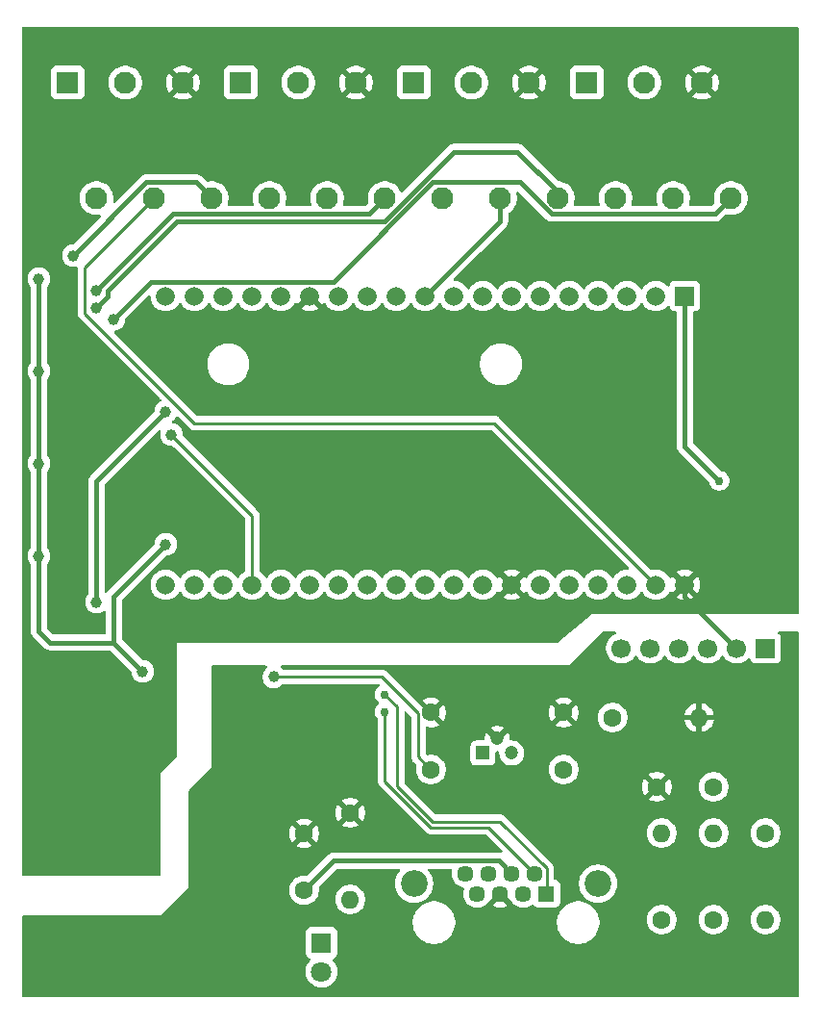
<source format=gbl>
G04 #@! TF.GenerationSoftware,KiCad,Pcbnew,9.0.1*
G04 #@! TF.CreationDate,2025-05-26T13:20:38+02:00*
G04 #@! TF.ProjectId,ESP Interface Board,45535020-496e-4746-9572-666163652042,rev?*
G04 #@! TF.SameCoordinates,Original*
G04 #@! TF.FileFunction,Copper,L2,Bot*
G04 #@! TF.FilePolarity,Positive*
%FSLAX46Y46*%
G04 Gerber Fmt 4.6, Leading zero omitted, Abs format (unit mm)*
G04 Created by KiCad (PCBNEW 9.0.1) date 2025-05-26 13:20:38*
%MOMM*%
%LPD*%
G01*
G04 APERTURE LIST*
G04 #@! TA.AperFunction,ComponentPad*
%ADD10R,1.950000X1.950000*%
G04 #@! TD*
G04 #@! TA.AperFunction,ComponentPad*
%ADD11C,1.950000*%
G04 #@! TD*
G04 #@! TA.AperFunction,ComponentPad*
%ADD12C,1.600000*%
G04 #@! TD*
G04 #@! TA.AperFunction,ComponentPad*
%ADD13O,1.600000X1.600000*%
G04 #@! TD*
G04 #@! TA.AperFunction,ComponentPad*
%ADD14R,1.700000X1.700000*%
G04 #@! TD*
G04 #@! TA.AperFunction,ComponentPad*
%ADD15C,1.700000*%
G04 #@! TD*
G04 #@! TA.AperFunction,ComponentPad*
%ADD16R,1.800000X1.800000*%
G04 #@! TD*
G04 #@! TA.AperFunction,ComponentPad*
%ADD17C,1.800000*%
G04 #@! TD*
G04 #@! TA.AperFunction,ComponentPad*
%ADD18R,1.446000X1.446000*%
G04 #@! TD*
G04 #@! TA.AperFunction,ComponentPad*
%ADD19C,1.446000*%
G04 #@! TD*
G04 #@! TA.AperFunction,ComponentPad*
%ADD20C,2.355000*%
G04 #@! TD*
G04 #@! TA.AperFunction,ComponentPad*
%ADD21R,1.665000X1.665000*%
G04 #@! TD*
G04 #@! TA.AperFunction,ComponentPad*
%ADD22C,1.665000*%
G04 #@! TD*
G04 #@! TA.AperFunction,ComponentPad*
%ADD23R,1.200000X1.200000*%
G04 #@! TD*
G04 #@! TA.AperFunction,ComponentPad*
%ADD24C,1.200000*%
G04 #@! TD*
G04 #@! TA.AperFunction,ViaPad*
%ADD25C,1.000000*%
G04 #@! TD*
G04 #@! TA.AperFunction,ViaPad*
%ADD26C,0.750000*%
G04 #@! TD*
G04 #@! TA.AperFunction,Conductor*
%ADD27C,0.400000*%
G04 #@! TD*
G04 #@! TA.AperFunction,Conductor*
%ADD28C,0.250000*%
G04 #@! TD*
G04 APERTURE END LIST*
D10*
X131060000Y-76220000D03*
D11*
X133600000Y-86380000D03*
X136140000Y-76220000D03*
X138680000Y-86380000D03*
X141220000Y-76220000D03*
X143760000Y-86380000D03*
D10*
X100580000Y-76220000D03*
D11*
X103120000Y-86380000D03*
X105660000Y-76220000D03*
X108200000Y-86380000D03*
X110740000Y-76220000D03*
X113280000Y-86380000D03*
D10*
X85340000Y-76220000D03*
D11*
X87880000Y-86380000D03*
X90420000Y-76220000D03*
X92960000Y-86380000D03*
X95500000Y-76220000D03*
X98040000Y-86380000D03*
D10*
X115820000Y-76220000D03*
D11*
X118360000Y-86380000D03*
X120900000Y-76220000D03*
X123440000Y-86380000D03*
X125980000Y-76220000D03*
X128520000Y-86380000D03*
D12*
X146812000Y-142240000D03*
D13*
X146812000Y-149860000D03*
D12*
X142240000Y-149860000D03*
D13*
X142240000Y-142240000D03*
D12*
X110236000Y-140462000D03*
D13*
X110236000Y-148082000D03*
D12*
X137668000Y-149860000D03*
D13*
X137668000Y-142240000D03*
X140970000Y-132080000D03*
D12*
X133350000Y-132080000D03*
D14*
X146812000Y-125984000D03*
D15*
X144272000Y-125984000D03*
X141732000Y-125984000D03*
X139192000Y-125984000D03*
X136652000Y-125984000D03*
X134112000Y-125984000D03*
D16*
X107696000Y-151892000D03*
D17*
X107696000Y-154432000D03*
D12*
X117347000Y-136652000D03*
X117347000Y-131652000D03*
X129031000Y-136652000D03*
X129031000Y-131652000D03*
X142240000Y-138176000D03*
X137240000Y-138176000D03*
X106172000Y-147280000D03*
X106172000Y-142280000D03*
D18*
X127506000Y-147576000D03*
D19*
X126491000Y-145796000D03*
X125476000Y-147576000D03*
X124461000Y-145796000D03*
X123441000Y-147576000D03*
X122426000Y-145796000D03*
X121411000Y-147576000D03*
X120396000Y-145796000D03*
D20*
X132051000Y-146686000D03*
X115851000Y-146686000D03*
D21*
X139700000Y-94996000D03*
D22*
X137160000Y-94996000D03*
X134620000Y-94996000D03*
X132080000Y-94996000D03*
X129540000Y-94996000D03*
X127000000Y-94996000D03*
X124460000Y-94996000D03*
X121920000Y-94996000D03*
X119380000Y-94996000D03*
X116840000Y-94996000D03*
X114300000Y-94996000D03*
X111760000Y-94996000D03*
X109220000Y-94996000D03*
X106680000Y-94996000D03*
X104140000Y-94996000D03*
X101600000Y-94996000D03*
X99060000Y-94996000D03*
X96520000Y-94996000D03*
X93980000Y-94996000D03*
X93980000Y-120396000D03*
X96520000Y-120396000D03*
X99060000Y-120396000D03*
X101600000Y-120396000D03*
X104140000Y-120396000D03*
X106680000Y-120396000D03*
X109220000Y-120396000D03*
X111760000Y-120396000D03*
X114300000Y-120396000D03*
X116840000Y-120396000D03*
X119380000Y-120396000D03*
X121920000Y-120396000D03*
X124460000Y-120396000D03*
X127000000Y-120396000D03*
X129540000Y-120396000D03*
X132080000Y-120396000D03*
X134620000Y-120396000D03*
X137160000Y-120396000D03*
X139700000Y-120396000D03*
D23*
X121919000Y-135208000D03*
D24*
X123189000Y-133938000D03*
X124459000Y-135208000D03*
D25*
X90000000Y-134500000D03*
X106500000Y-133500000D03*
X89500000Y-118000000D03*
X91000000Y-124000000D03*
X103500000Y-128500000D03*
X82804000Y-117856000D03*
X82804000Y-109728000D03*
X82804000Y-101600000D03*
X82804000Y-93472000D03*
X87884000Y-121920000D03*
X91948000Y-128016000D03*
X93980000Y-116840000D03*
X94488000Y-107188000D03*
X89408000Y-97028000D03*
X87884000Y-96012000D03*
X87884000Y-94488000D03*
X85852000Y-91440000D03*
X93980000Y-105156000D03*
D26*
X142748000Y-111252000D03*
X113284000Y-130048000D03*
X113284000Y-131572000D03*
D27*
X139700000Y-121412000D02*
X139700000Y-120396000D01*
X144272000Y-125984000D02*
X139700000Y-121412000D01*
D28*
X116221000Y-131721000D02*
X116221000Y-135526000D01*
X113000000Y-128500000D02*
X116221000Y-131721000D01*
X103500000Y-128500000D02*
X113000000Y-128500000D01*
X116221000Y-135526000D02*
X117347000Y-136652000D01*
D27*
X82804000Y-117856000D02*
X82804000Y-109728000D01*
X82804000Y-109728000D02*
X82804000Y-101600000D01*
X82804000Y-101600000D02*
X82804000Y-93472000D01*
X82804000Y-124460000D02*
X82804000Y-117856000D01*
X89408000Y-125476000D02*
X83820000Y-125476000D01*
X83820000Y-125476000D02*
X82804000Y-124460000D01*
X87884000Y-111252000D02*
X87884000Y-121920000D01*
X89408000Y-125476000D02*
X91948000Y-128016000D01*
X89408000Y-121412000D02*
X89408000Y-125476000D01*
X93980000Y-116840000D02*
X89408000Y-121412000D01*
X93980000Y-105156000D02*
X87884000Y-111252000D01*
D28*
X101600000Y-114300000D02*
X101600000Y-120396000D01*
X94488000Y-107188000D02*
X101600000Y-114300000D01*
D27*
X108763442Y-93762500D02*
X92673500Y-93762500D01*
X125198042Y-85004000D02*
X117521942Y-85004000D01*
X127950042Y-87756000D02*
X125198042Y-85004000D01*
X142384000Y-87756000D02*
X127950042Y-87756000D01*
X143760000Y-86380000D02*
X142384000Y-87756000D01*
X117521942Y-85004000D02*
X108763442Y-93762500D01*
X92673500Y-93762500D02*
X89408000Y-97028000D01*
X128520000Y-85848000D02*
X128520000Y-86380000D01*
X124968000Y-82296000D02*
X128520000Y-85848000D01*
X113284000Y-88392000D02*
X119380000Y-82296000D01*
X94996000Y-88392000D02*
X113284000Y-88392000D01*
X88900000Y-94488000D02*
X94996000Y-88392000D01*
X88900000Y-94996000D02*
X88900000Y-94488000D01*
X87884000Y-96012000D02*
X88900000Y-94996000D01*
X119380000Y-82296000D02*
X124968000Y-82296000D01*
X111904000Y-87756000D02*
X113280000Y-86380000D01*
X87884000Y-94488000D02*
X94616000Y-87756000D01*
X94616000Y-87756000D02*
X111904000Y-87756000D01*
D28*
X86868000Y-92472000D02*
X92960000Y-86380000D01*
X86868000Y-96520000D02*
X86868000Y-92472000D01*
X96520000Y-106172000D02*
X86868000Y-96520000D01*
X122936000Y-106172000D02*
X96520000Y-106172000D01*
X137160000Y-120396000D02*
X122936000Y-106172000D01*
D27*
X92288000Y-85004000D02*
X85852000Y-91440000D01*
X96664000Y-85004000D02*
X92288000Y-85004000D01*
X98040000Y-86380000D02*
X96664000Y-85004000D01*
X142748000Y-111252000D02*
X139700000Y-108204000D01*
X139700000Y-108204000D02*
X139700000Y-94996000D01*
X123440000Y-88396000D02*
X116840000Y-94996000D01*
X123440000Y-86380000D02*
X123440000Y-88396000D01*
D28*
X114364905Y-131128905D02*
X113284000Y-130048000D01*
X114364905Y-138111095D02*
X114364905Y-131128905D01*
X117856000Y-141224000D02*
X117477810Y-141224000D01*
X123402511Y-141224000D02*
X117856000Y-141224000D01*
X117477810Y-141224000D02*
X114364905Y-138111095D01*
X127540000Y-145361489D02*
X123402511Y-141224000D01*
X127540000Y-147542000D02*
X127540000Y-145361489D01*
X127506000Y-147576000D02*
X127540000Y-147542000D01*
X117348000Y-141732000D02*
X113284000Y-137668000D01*
X113284000Y-137668000D02*
X113284000Y-131572000D01*
X122427000Y-141732000D02*
X117348000Y-141732000D01*
X126491000Y-145796000D02*
X122427000Y-141732000D01*
D27*
X108780000Y-144672000D02*
X106172000Y-147280000D01*
X123337000Y-144672000D02*
X108780000Y-144672000D01*
X124461000Y-145796000D02*
X123337000Y-144672000D01*
G04 #@! TA.AperFunction,Conductor*
G36*
X133600324Y-124519685D02*
G01*
X133646079Y-124572489D01*
X133656023Y-124641647D01*
X133626998Y-124705203D01*
X133589580Y-124734485D01*
X133404179Y-124828951D01*
X133232213Y-124953890D01*
X133081890Y-125104213D01*
X132956951Y-125276179D01*
X132860444Y-125465585D01*
X132794753Y-125667760D01*
X132761500Y-125877713D01*
X132761500Y-126090286D01*
X132794753Y-126300239D01*
X132860444Y-126502414D01*
X132956951Y-126691820D01*
X133081890Y-126863786D01*
X133232213Y-127014109D01*
X133404179Y-127139048D01*
X133404181Y-127139049D01*
X133404184Y-127139051D01*
X133593588Y-127235557D01*
X133795757Y-127301246D01*
X134005713Y-127334500D01*
X134005714Y-127334500D01*
X134218286Y-127334500D01*
X134218287Y-127334500D01*
X134428243Y-127301246D01*
X134630412Y-127235557D01*
X134819816Y-127139051D01*
X134906138Y-127076335D01*
X134991786Y-127014109D01*
X134991788Y-127014106D01*
X134991792Y-127014104D01*
X135142104Y-126863792D01*
X135142106Y-126863788D01*
X135142109Y-126863786D01*
X135267048Y-126691820D01*
X135267047Y-126691820D01*
X135267051Y-126691816D01*
X135271514Y-126683054D01*
X135319488Y-126632259D01*
X135387308Y-126615463D01*
X135453444Y-126637999D01*
X135492486Y-126683056D01*
X135496951Y-126691820D01*
X135621890Y-126863786D01*
X135772213Y-127014109D01*
X135944179Y-127139048D01*
X135944181Y-127139049D01*
X135944184Y-127139051D01*
X136133588Y-127235557D01*
X136335757Y-127301246D01*
X136545713Y-127334500D01*
X136545714Y-127334500D01*
X136758286Y-127334500D01*
X136758287Y-127334500D01*
X136968243Y-127301246D01*
X137170412Y-127235557D01*
X137359816Y-127139051D01*
X137446138Y-127076335D01*
X137531786Y-127014109D01*
X137531788Y-127014106D01*
X137531792Y-127014104D01*
X137682104Y-126863792D01*
X137682106Y-126863788D01*
X137682109Y-126863786D01*
X137807048Y-126691820D01*
X137807047Y-126691820D01*
X137807051Y-126691816D01*
X137811514Y-126683054D01*
X137859488Y-126632259D01*
X137927308Y-126615463D01*
X137993444Y-126637999D01*
X138032486Y-126683056D01*
X138036951Y-126691820D01*
X138161890Y-126863786D01*
X138312213Y-127014109D01*
X138484179Y-127139048D01*
X138484181Y-127139049D01*
X138484184Y-127139051D01*
X138673588Y-127235557D01*
X138875757Y-127301246D01*
X139085713Y-127334500D01*
X139085714Y-127334500D01*
X139298286Y-127334500D01*
X139298287Y-127334500D01*
X139508243Y-127301246D01*
X139710412Y-127235557D01*
X139899816Y-127139051D01*
X139986138Y-127076335D01*
X140071786Y-127014109D01*
X140071788Y-127014106D01*
X140071792Y-127014104D01*
X140222104Y-126863792D01*
X140222106Y-126863788D01*
X140222109Y-126863786D01*
X140347048Y-126691820D01*
X140347047Y-126691820D01*
X140347051Y-126691816D01*
X140351514Y-126683054D01*
X140399488Y-126632259D01*
X140467308Y-126615463D01*
X140533444Y-126637999D01*
X140572486Y-126683056D01*
X140576951Y-126691820D01*
X140701890Y-126863786D01*
X140852213Y-127014109D01*
X141024179Y-127139048D01*
X141024181Y-127139049D01*
X141024184Y-127139051D01*
X141213588Y-127235557D01*
X141415757Y-127301246D01*
X141625713Y-127334500D01*
X141625714Y-127334500D01*
X141838286Y-127334500D01*
X141838287Y-127334500D01*
X142048243Y-127301246D01*
X142250412Y-127235557D01*
X142439816Y-127139051D01*
X142526138Y-127076335D01*
X142611786Y-127014109D01*
X142611788Y-127014106D01*
X142611792Y-127014104D01*
X142762104Y-126863792D01*
X142762106Y-126863788D01*
X142762109Y-126863786D01*
X142887048Y-126691820D01*
X142887047Y-126691820D01*
X142887051Y-126691816D01*
X142891514Y-126683054D01*
X142939488Y-126632259D01*
X143007308Y-126615463D01*
X143073444Y-126637999D01*
X143112486Y-126683056D01*
X143116951Y-126691820D01*
X143241890Y-126863786D01*
X143392213Y-127014109D01*
X143564179Y-127139048D01*
X143564181Y-127139049D01*
X143564184Y-127139051D01*
X143753588Y-127235557D01*
X143955757Y-127301246D01*
X144165713Y-127334500D01*
X144165714Y-127334500D01*
X144378286Y-127334500D01*
X144378287Y-127334500D01*
X144588243Y-127301246D01*
X144790412Y-127235557D01*
X144979816Y-127139051D01*
X145151792Y-127014104D01*
X145265329Y-126900566D01*
X145326648Y-126867084D01*
X145396340Y-126872068D01*
X145452274Y-126913939D01*
X145469189Y-126944917D01*
X145518202Y-127076328D01*
X145518206Y-127076335D01*
X145604452Y-127191544D01*
X145604455Y-127191547D01*
X145719664Y-127277793D01*
X145719671Y-127277797D01*
X145854517Y-127328091D01*
X145854516Y-127328091D01*
X145861444Y-127328835D01*
X145914127Y-127334500D01*
X147709872Y-127334499D01*
X147769483Y-127328091D01*
X147904331Y-127277796D01*
X148019546Y-127191546D01*
X148105796Y-127076331D01*
X148156091Y-126941483D01*
X148162500Y-126881873D01*
X148162499Y-125086128D01*
X148156091Y-125026517D01*
X148154810Y-125023083D01*
X148105797Y-124891671D01*
X148105793Y-124891664D01*
X148019547Y-124776455D01*
X148019544Y-124776452D01*
X147948497Y-124723266D01*
X147906626Y-124667332D01*
X147901642Y-124597641D01*
X147935128Y-124536318D01*
X147996451Y-124502834D01*
X148022808Y-124500000D01*
X149575500Y-124500000D01*
X149642539Y-124519685D01*
X149688294Y-124572489D01*
X149699500Y-124624000D01*
X149699500Y-156575500D01*
X149679815Y-156642539D01*
X149627011Y-156688294D01*
X149575500Y-156699500D01*
X81424500Y-156699500D01*
X81357461Y-156679815D01*
X81311706Y-156627011D01*
X81300500Y-156575500D01*
X81300500Y-150944135D01*
X106295500Y-150944135D01*
X106295500Y-152839870D01*
X106295501Y-152839876D01*
X106301908Y-152899483D01*
X106352202Y-153034328D01*
X106352206Y-153034335D01*
X106438452Y-153149544D01*
X106438455Y-153149547D01*
X106553664Y-153235793D01*
X106553671Y-153235797D01*
X106633580Y-153265601D01*
X106689514Y-153307472D01*
X106713931Y-153372936D01*
X106699080Y-153441209D01*
X106677929Y-153469463D01*
X106627756Y-153519636D01*
X106627752Y-153519641D01*
X106498187Y-153697974D01*
X106398104Y-153894393D01*
X106398103Y-153894396D01*
X106329985Y-154104047D01*
X106295500Y-154321778D01*
X106295500Y-154542221D01*
X106329985Y-154759952D01*
X106398103Y-154969603D01*
X106398104Y-154969606D01*
X106498187Y-155166025D01*
X106627752Y-155344358D01*
X106627756Y-155344363D01*
X106783636Y-155500243D01*
X106783641Y-155500247D01*
X106939192Y-155613260D01*
X106961978Y-155629815D01*
X107090375Y-155695237D01*
X107158393Y-155729895D01*
X107158396Y-155729896D01*
X107263221Y-155763955D01*
X107368049Y-155798015D01*
X107585778Y-155832500D01*
X107585779Y-155832500D01*
X107806221Y-155832500D01*
X107806222Y-155832500D01*
X108023951Y-155798015D01*
X108233606Y-155729895D01*
X108430022Y-155629815D01*
X108608365Y-155500242D01*
X108764242Y-155344365D01*
X108893815Y-155166022D01*
X108993895Y-154969606D01*
X109062015Y-154759951D01*
X109096500Y-154542222D01*
X109096500Y-154321778D01*
X109062015Y-154104049D01*
X108993895Y-153894394D01*
X108993895Y-153894393D01*
X108959237Y-153826375D01*
X108893815Y-153697978D01*
X108877260Y-153675192D01*
X108764247Y-153519641D01*
X108764243Y-153519636D01*
X108714071Y-153469464D01*
X108680586Y-153408141D01*
X108685570Y-153338449D01*
X108727442Y-153282516D01*
X108758420Y-153265601D01*
X108838326Y-153235798D01*
X108838326Y-153235797D01*
X108838331Y-153235796D01*
X108953546Y-153149546D01*
X109039796Y-153034331D01*
X109090091Y-152899483D01*
X109096500Y-152839873D01*
X109096499Y-150944128D01*
X109090091Y-150884517D01*
X109077950Y-150851966D01*
X109039797Y-150749671D01*
X109039793Y-150749664D01*
X108953547Y-150634455D01*
X108953544Y-150634452D01*
X108838335Y-150548206D01*
X108838328Y-150548202D01*
X108703482Y-150497908D01*
X108703483Y-150497908D01*
X108643883Y-150491501D01*
X108643881Y-150491500D01*
X108643873Y-150491500D01*
X108643864Y-150491500D01*
X106748129Y-150491500D01*
X106748123Y-150491501D01*
X106688516Y-150497908D01*
X106553671Y-150548202D01*
X106553664Y-150548206D01*
X106438455Y-150634452D01*
X106438452Y-150634455D01*
X106352206Y-150749664D01*
X106352202Y-150749671D01*
X106301908Y-150884517D01*
X106295501Y-150944116D01*
X106295501Y-150944123D01*
X106295500Y-150944135D01*
X81300500Y-150944135D01*
X81300500Y-149993065D01*
X115725500Y-149993065D01*
X115725500Y-150238934D01*
X115752227Y-150441939D01*
X115757591Y-150482677D01*
X115821222Y-150720152D01*
X115821225Y-150720162D01*
X115913990Y-150944116D01*
X115915306Y-150947292D01*
X116038233Y-151160208D01*
X116038235Y-151160211D01*
X116038236Y-151160212D01*
X116187897Y-151355254D01*
X116187903Y-151355261D01*
X116361738Y-151529096D01*
X116361744Y-151529101D01*
X116556792Y-151678767D01*
X116769708Y-151801694D01*
X116996847Y-151895778D01*
X117234323Y-151959409D01*
X117478073Y-151991500D01*
X117478080Y-151991500D01*
X117723920Y-151991500D01*
X117723927Y-151991500D01*
X117967677Y-151959409D01*
X118205153Y-151895778D01*
X118432292Y-151801694D01*
X118645208Y-151678767D01*
X118840256Y-151529101D01*
X119014101Y-151355256D01*
X119163767Y-151160208D01*
X119286694Y-150947292D01*
X119380778Y-150720153D01*
X119444409Y-150482677D01*
X119476500Y-150238927D01*
X119476500Y-149993073D01*
X119476499Y-149993065D01*
X128425500Y-149993065D01*
X128425500Y-150238934D01*
X128452227Y-150441939D01*
X128457591Y-150482677D01*
X128521222Y-150720152D01*
X128521225Y-150720162D01*
X128613990Y-150944116D01*
X128615306Y-150947292D01*
X128738233Y-151160208D01*
X128738235Y-151160211D01*
X128738236Y-151160212D01*
X128887897Y-151355254D01*
X128887903Y-151355261D01*
X129061738Y-151529096D01*
X129061744Y-151529101D01*
X129256792Y-151678767D01*
X129469708Y-151801694D01*
X129696847Y-151895778D01*
X129934323Y-151959409D01*
X130178073Y-151991500D01*
X130178080Y-151991500D01*
X130423920Y-151991500D01*
X130423927Y-151991500D01*
X130667677Y-151959409D01*
X130905153Y-151895778D01*
X131132292Y-151801694D01*
X131345208Y-151678767D01*
X131540256Y-151529101D01*
X131714101Y-151355256D01*
X131863767Y-151160208D01*
X131986694Y-150947292D01*
X132080778Y-150720153D01*
X132144409Y-150482677D01*
X132176500Y-150238927D01*
X132176500Y-149993073D01*
X132145505Y-149757648D01*
X136367500Y-149757648D01*
X136367500Y-149962351D01*
X136399522Y-150164534D01*
X136462781Y-150359223D01*
X136555715Y-150541613D01*
X136676028Y-150707213D01*
X136820786Y-150851971D01*
X136951977Y-150947285D01*
X136986390Y-150972287D01*
X137102607Y-151031503D01*
X137168776Y-151065218D01*
X137168778Y-151065218D01*
X137168781Y-151065220D01*
X137273137Y-151099127D01*
X137363465Y-151128477D01*
X137464557Y-151144488D01*
X137565648Y-151160500D01*
X137565649Y-151160500D01*
X137770351Y-151160500D01*
X137770352Y-151160500D01*
X137972534Y-151128477D01*
X138167219Y-151065220D01*
X138349610Y-150972287D01*
X138470416Y-150884517D01*
X138515213Y-150851971D01*
X138515215Y-150851968D01*
X138515219Y-150851966D01*
X138659966Y-150707219D01*
X138659968Y-150707215D01*
X138659971Y-150707213D01*
X138712834Y-150634452D01*
X138780287Y-150541610D01*
X138873220Y-150359219D01*
X138936477Y-150164534D01*
X138968500Y-149962352D01*
X138968500Y-149757648D01*
X140939500Y-149757648D01*
X140939500Y-149962351D01*
X140971522Y-150164534D01*
X141034781Y-150359223D01*
X141127715Y-150541613D01*
X141248028Y-150707213D01*
X141392786Y-150851971D01*
X141523977Y-150947285D01*
X141558390Y-150972287D01*
X141674607Y-151031503D01*
X141740776Y-151065218D01*
X141740778Y-151065218D01*
X141740781Y-151065220D01*
X141845137Y-151099127D01*
X141935465Y-151128477D01*
X142036557Y-151144488D01*
X142137648Y-151160500D01*
X142137649Y-151160500D01*
X142342351Y-151160500D01*
X142342352Y-151160500D01*
X142544534Y-151128477D01*
X142739219Y-151065220D01*
X142921610Y-150972287D01*
X143042416Y-150884517D01*
X143087213Y-150851971D01*
X143087215Y-150851968D01*
X143087219Y-150851966D01*
X143231966Y-150707219D01*
X143231968Y-150707215D01*
X143231971Y-150707213D01*
X143284834Y-150634452D01*
X143352287Y-150541610D01*
X143445220Y-150359219D01*
X143508477Y-150164534D01*
X143540500Y-149962352D01*
X143540500Y-149757648D01*
X145511500Y-149757648D01*
X145511500Y-149962351D01*
X145543522Y-150164534D01*
X145606781Y-150359223D01*
X145699715Y-150541613D01*
X145820028Y-150707213D01*
X145964786Y-150851971D01*
X146095977Y-150947285D01*
X146130390Y-150972287D01*
X146246607Y-151031503D01*
X146312776Y-151065218D01*
X146312778Y-151065218D01*
X146312781Y-151065220D01*
X146417137Y-151099127D01*
X146507465Y-151128477D01*
X146608557Y-151144488D01*
X146709648Y-151160500D01*
X146709649Y-151160500D01*
X146914351Y-151160500D01*
X146914352Y-151160500D01*
X147116534Y-151128477D01*
X147311219Y-151065220D01*
X147493610Y-150972287D01*
X147614416Y-150884517D01*
X147659213Y-150851971D01*
X147659215Y-150851968D01*
X147659219Y-150851966D01*
X147803966Y-150707219D01*
X147803968Y-150707215D01*
X147803971Y-150707213D01*
X147856834Y-150634452D01*
X147924287Y-150541610D01*
X148017220Y-150359219D01*
X148080477Y-150164534D01*
X148112500Y-149962352D01*
X148112500Y-149757648D01*
X148080477Y-149555466D01*
X148017220Y-149360781D01*
X148017218Y-149360778D01*
X148017218Y-149360776D01*
X147978457Y-149284705D01*
X147924287Y-149178390D01*
X147916556Y-149167749D01*
X147803971Y-149012786D01*
X147659213Y-148868028D01*
X147493613Y-148747715D01*
X147493612Y-148747714D01*
X147493610Y-148747713D01*
X147436653Y-148718691D01*
X147311223Y-148654781D01*
X147116534Y-148591522D01*
X146925489Y-148561264D01*
X146914352Y-148559500D01*
X146709648Y-148559500D01*
X146698511Y-148561264D01*
X146507465Y-148591522D01*
X146312776Y-148654781D01*
X146130386Y-148747715D01*
X145964786Y-148868028D01*
X145820028Y-149012786D01*
X145699715Y-149178386D01*
X145606781Y-149360776D01*
X145543522Y-149555465D01*
X145511500Y-149757648D01*
X143540500Y-149757648D01*
X143508477Y-149555466D01*
X143445220Y-149360781D01*
X143445218Y-149360778D01*
X143445218Y-149360776D01*
X143406457Y-149284705D01*
X143352287Y-149178390D01*
X143344556Y-149167749D01*
X143231971Y-149012786D01*
X143087213Y-148868028D01*
X142921613Y-148747715D01*
X142921612Y-148747714D01*
X142921610Y-148747713D01*
X142864653Y-148718691D01*
X142739223Y-148654781D01*
X142544534Y-148591522D01*
X142353489Y-148561264D01*
X142342352Y-148559500D01*
X142137648Y-148559500D01*
X142126511Y-148561264D01*
X141935465Y-148591522D01*
X141740776Y-148654781D01*
X141558386Y-148747715D01*
X141392786Y-148868028D01*
X141248028Y-149012786D01*
X141127715Y-149178386D01*
X141034781Y-149360776D01*
X140971522Y-149555465D01*
X140939500Y-149757648D01*
X138968500Y-149757648D01*
X138936477Y-149555466D01*
X138873220Y-149360781D01*
X138873218Y-149360778D01*
X138873218Y-149360776D01*
X138834457Y-149284705D01*
X138780287Y-149178390D01*
X138772556Y-149167749D01*
X138659971Y-149012786D01*
X138515213Y-148868028D01*
X138349613Y-148747715D01*
X138349612Y-148747714D01*
X138349610Y-148747713D01*
X138292653Y-148718691D01*
X138167223Y-148654781D01*
X137972534Y-148591522D01*
X137781489Y-148561264D01*
X137770352Y-148559500D01*
X137565648Y-148559500D01*
X137554511Y-148561264D01*
X137363465Y-148591522D01*
X137168776Y-148654781D01*
X136986386Y-148747715D01*
X136820786Y-148868028D01*
X136676028Y-149012786D01*
X136555715Y-149178386D01*
X136462781Y-149360776D01*
X136399522Y-149555465D01*
X136367500Y-149757648D01*
X132145505Y-149757648D01*
X132144409Y-149749323D01*
X132080778Y-149511847D01*
X132080512Y-149511206D01*
X132013936Y-149350477D01*
X131986694Y-149284708D01*
X131863767Y-149071792D01*
X131714101Y-148876744D01*
X131714096Y-148876738D01*
X131540261Y-148702903D01*
X131540254Y-148702897D01*
X131345212Y-148553236D01*
X131345211Y-148553235D01*
X131345208Y-148553233D01*
X131132292Y-148430306D01*
X131132285Y-148430303D01*
X130905162Y-148336225D01*
X130905155Y-148336223D01*
X130905153Y-148336222D01*
X130667677Y-148272591D01*
X130626939Y-148267227D01*
X130423934Y-148240500D01*
X130423927Y-148240500D01*
X130178073Y-148240500D01*
X130178065Y-148240500D01*
X129946059Y-148271045D01*
X129934323Y-148272591D01*
X129700329Y-148335289D01*
X129696847Y-148336222D01*
X129696837Y-148336225D01*
X129469714Y-148430303D01*
X129469705Y-148430307D01*
X129256787Y-148553236D01*
X129061745Y-148702897D01*
X129061738Y-148702903D01*
X128887903Y-148876738D01*
X128887897Y-148876745D01*
X128738236Y-149071787D01*
X128615307Y-149284705D01*
X128615303Y-149284714D01*
X128521225Y-149511837D01*
X128521222Y-149511847D01*
X128457592Y-149749320D01*
X128457590Y-149749331D01*
X128425500Y-149993065D01*
X119476499Y-149993065D01*
X119444409Y-149749323D01*
X119380778Y-149511847D01*
X119380512Y-149511206D01*
X119313936Y-149350477D01*
X119286694Y-149284708D01*
X119163767Y-149071792D01*
X119014101Y-148876744D01*
X119014096Y-148876738D01*
X118840261Y-148702903D01*
X118840254Y-148702897D01*
X118645212Y-148553236D01*
X118645211Y-148553235D01*
X118645208Y-148553233D01*
X118432292Y-148430306D01*
X118432285Y-148430303D01*
X118205162Y-148336225D01*
X118205155Y-148336223D01*
X118205153Y-148336222D01*
X117967677Y-148272591D01*
X117926939Y-148267227D01*
X117723934Y-148240500D01*
X117723927Y-148240500D01*
X117478073Y-148240500D01*
X117478065Y-148240500D01*
X117246059Y-148271045D01*
X117234323Y-148272591D01*
X117000329Y-148335289D01*
X116996847Y-148336222D01*
X116996837Y-148336225D01*
X116769714Y-148430303D01*
X116769705Y-148430307D01*
X116556787Y-148553236D01*
X116361745Y-148702897D01*
X116361738Y-148702903D01*
X116187903Y-148876738D01*
X116187897Y-148876745D01*
X116038236Y-149071787D01*
X115915307Y-149284705D01*
X115915303Y-149284714D01*
X115821225Y-149511837D01*
X115821222Y-149511847D01*
X115757592Y-149749320D01*
X115757590Y-149749331D01*
X115725500Y-149993065D01*
X81300500Y-149993065D01*
X81300500Y-149624000D01*
X81320185Y-149556961D01*
X81372989Y-149511206D01*
X81424500Y-149500000D01*
X93500000Y-149500000D01*
X96000000Y-147000000D01*
X96000000Y-142177682D01*
X104872000Y-142177682D01*
X104872000Y-142382317D01*
X104904009Y-142584417D01*
X104967244Y-142779031D01*
X105060141Y-142961350D01*
X105060147Y-142961359D01*
X105092523Y-143005921D01*
X105092524Y-143005922D01*
X105772000Y-142326446D01*
X105772000Y-142332661D01*
X105799259Y-142434394D01*
X105851920Y-142525606D01*
X105926394Y-142600080D01*
X106017606Y-142652741D01*
X106119339Y-142680000D01*
X106125553Y-142680000D01*
X105446076Y-143359474D01*
X105490650Y-143391859D01*
X105672968Y-143484755D01*
X105867582Y-143547990D01*
X106069683Y-143580000D01*
X106274317Y-143580000D01*
X106476417Y-143547990D01*
X106671031Y-143484755D01*
X106853349Y-143391859D01*
X106897921Y-143359474D01*
X106218447Y-142680000D01*
X106224661Y-142680000D01*
X106326394Y-142652741D01*
X106417606Y-142600080D01*
X106492080Y-142525606D01*
X106544741Y-142434394D01*
X106572000Y-142332661D01*
X106572000Y-142326448D01*
X107251474Y-143005922D01*
X107251474Y-143005921D01*
X107283859Y-142961349D01*
X107376755Y-142779031D01*
X107439990Y-142584417D01*
X107472000Y-142382317D01*
X107472000Y-142177682D01*
X107439990Y-141975582D01*
X107376755Y-141780968D01*
X107283857Y-141598646D01*
X107260938Y-141567101D01*
X107260937Y-141567100D01*
X107251475Y-141554077D01*
X107251474Y-141554076D01*
X106572000Y-142233551D01*
X106572000Y-142227339D01*
X106544741Y-142125606D01*
X106492080Y-142034394D01*
X106417606Y-141959920D01*
X106326394Y-141907259D01*
X106224661Y-141880000D01*
X106218446Y-141880000D01*
X106897922Y-141200524D01*
X106897921Y-141200523D01*
X106853359Y-141168147D01*
X106853350Y-141168141D01*
X106671031Y-141075244D01*
X106476417Y-141012009D01*
X106274317Y-140980000D01*
X106069683Y-140980000D01*
X105867582Y-141012009D01*
X105672968Y-141075244D01*
X105490644Y-141168143D01*
X105446077Y-141200523D01*
X105446077Y-141200524D01*
X106125554Y-141880000D01*
X106119339Y-141880000D01*
X106017606Y-141907259D01*
X105926394Y-141959920D01*
X105851920Y-142034394D01*
X105799259Y-142125606D01*
X105772000Y-142227339D01*
X105772000Y-142233553D01*
X105092524Y-141554077D01*
X105092523Y-141554077D01*
X105060143Y-141598644D01*
X104967244Y-141780968D01*
X104904009Y-141975582D01*
X104872000Y-142177682D01*
X96000000Y-142177682D01*
X96000000Y-140359682D01*
X108936000Y-140359682D01*
X108936000Y-140564317D01*
X108968009Y-140766417D01*
X109031244Y-140961031D01*
X109124141Y-141143350D01*
X109124147Y-141143359D01*
X109156523Y-141187921D01*
X109156524Y-141187922D01*
X109836000Y-140508446D01*
X109836000Y-140514661D01*
X109863259Y-140616394D01*
X109915920Y-140707606D01*
X109990394Y-140782080D01*
X110081606Y-140834741D01*
X110183339Y-140862000D01*
X110189553Y-140862000D01*
X109510076Y-141541474D01*
X109554650Y-141573859D01*
X109736968Y-141666755D01*
X109931582Y-141729990D01*
X110133683Y-141762000D01*
X110338317Y-141762000D01*
X110540417Y-141729990D01*
X110735031Y-141666755D01*
X110917349Y-141573859D01*
X110961921Y-141541474D01*
X110282447Y-140862000D01*
X110288661Y-140862000D01*
X110390394Y-140834741D01*
X110481606Y-140782080D01*
X110556080Y-140707606D01*
X110608741Y-140616394D01*
X110636000Y-140514661D01*
X110636000Y-140508447D01*
X111315474Y-141187921D01*
X111347859Y-141143349D01*
X111440755Y-140961031D01*
X111503990Y-140766417D01*
X111536000Y-140564317D01*
X111536000Y-140359682D01*
X111503990Y-140157582D01*
X111440755Y-139962968D01*
X111347859Y-139780650D01*
X111315474Y-139736077D01*
X111315474Y-139736076D01*
X110636000Y-140415551D01*
X110636000Y-140409339D01*
X110608741Y-140307606D01*
X110556080Y-140216394D01*
X110481606Y-140141920D01*
X110390394Y-140089259D01*
X110288661Y-140062000D01*
X110282446Y-140062000D01*
X110961922Y-139382524D01*
X110961921Y-139382523D01*
X110917359Y-139350147D01*
X110917350Y-139350141D01*
X110735031Y-139257244D01*
X110540417Y-139194009D01*
X110338317Y-139162000D01*
X110133683Y-139162000D01*
X109931582Y-139194009D01*
X109736968Y-139257244D01*
X109554644Y-139350143D01*
X109510077Y-139382523D01*
X109510077Y-139382524D01*
X110189554Y-140062000D01*
X110183339Y-140062000D01*
X110081606Y-140089259D01*
X109990394Y-140141920D01*
X109915920Y-140216394D01*
X109863259Y-140307606D01*
X109836000Y-140409339D01*
X109836000Y-140415553D01*
X109156524Y-139736077D01*
X109156523Y-139736077D01*
X109124143Y-139780644D01*
X109031244Y-139962968D01*
X108968009Y-140157582D01*
X108936000Y-140359682D01*
X96000000Y-140359682D01*
X96000000Y-138551362D01*
X96019685Y-138484323D01*
X96036319Y-138463681D01*
X97005614Y-137494386D01*
X98000000Y-136500000D01*
X98000000Y-127624000D01*
X98019685Y-127556961D01*
X98072489Y-127511206D01*
X98124000Y-127500000D01*
X102787218Y-127500000D01*
X102854257Y-127519685D01*
X102900012Y-127572489D01*
X102909956Y-127641647D01*
X102880931Y-127705203D01*
X102865880Y-127719855D01*
X102862217Y-127722860D01*
X102722863Y-127862214D01*
X102722860Y-127862218D01*
X102613371Y-128026079D01*
X102613364Y-128026092D01*
X102537950Y-128208160D01*
X102537947Y-128208170D01*
X102499500Y-128401456D01*
X102499500Y-128401459D01*
X102499500Y-128598541D01*
X102499500Y-128598543D01*
X102499499Y-128598543D01*
X102537947Y-128791829D01*
X102537950Y-128791839D01*
X102613364Y-128973907D01*
X102613371Y-128973920D01*
X102722860Y-129137781D01*
X102722863Y-129137785D01*
X102862214Y-129277136D01*
X102862218Y-129277139D01*
X103026079Y-129386628D01*
X103026092Y-129386635D01*
X103208160Y-129462049D01*
X103208165Y-129462051D01*
X103208169Y-129462051D01*
X103208170Y-129462052D01*
X103401456Y-129500500D01*
X103401459Y-129500500D01*
X103598543Y-129500500D01*
X103728582Y-129474632D01*
X103791835Y-129462051D01*
X103973914Y-129386632D01*
X104137782Y-129277139D01*
X104253103Y-129161817D01*
X104314424Y-129128334D01*
X104340783Y-129125500D01*
X112679987Y-129125500D01*
X112747026Y-129145185D01*
X112792781Y-129197989D01*
X112802725Y-129267147D01*
X112773700Y-129330703D01*
X112748878Y-129352602D01*
X112725900Y-129367954D01*
X112603957Y-129489897D01*
X112603954Y-129489901D01*
X112508145Y-129633288D01*
X112508138Y-129633301D01*
X112442146Y-129792621D01*
X112442143Y-129792633D01*
X112408500Y-129961766D01*
X112408500Y-130134233D01*
X112442143Y-130303366D01*
X112442146Y-130303378D01*
X112508138Y-130462698D01*
X112508145Y-130462711D01*
X112603954Y-130606098D01*
X112603957Y-130606102D01*
X112720174Y-130722319D01*
X112753659Y-130783642D01*
X112748675Y-130853334D01*
X112720174Y-130897681D01*
X112603957Y-131013897D01*
X112603954Y-131013901D01*
X112508145Y-131157288D01*
X112508138Y-131157301D01*
X112442146Y-131316621D01*
X112442143Y-131316633D01*
X112408500Y-131485766D01*
X112408500Y-131658233D01*
X112442143Y-131827366D01*
X112442146Y-131827378D01*
X112508138Y-131986698D01*
X112508145Y-131986711D01*
X112603954Y-132130098D01*
X112603956Y-132130101D01*
X112622179Y-132148323D01*
X112655666Y-132209645D01*
X112658500Y-132236006D01*
X112658500Y-137729610D01*
X112676966Y-137822446D01*
X112682537Y-137850452D01*
X112696347Y-137883792D01*
X112729688Y-137964286D01*
X112763915Y-138015509D01*
X112767802Y-138021326D01*
X112767803Y-138021328D01*
X112798141Y-138066733D01*
X112889586Y-138158178D01*
X112889608Y-138158198D01*
X116862139Y-142130729D01*
X116862142Y-142130733D01*
X116949267Y-142217858D01*
X117026190Y-142269256D01*
X117031990Y-142273132D01*
X117031993Y-142273134D01*
X117051710Y-142286309D01*
X117051712Y-142286310D01*
X117051715Y-142286312D01*
X117118396Y-142313931D01*
X117118398Y-142313933D01*
X117158640Y-142330601D01*
X117165548Y-142333463D01*
X117225971Y-142345481D01*
X117286393Y-142357500D01*
X117286394Y-142357500D01*
X122116548Y-142357500D01*
X122183587Y-142377185D01*
X122204229Y-142393819D01*
X123586205Y-143775795D01*
X123619690Y-143837118D01*
X123614706Y-143906810D01*
X123572834Y-143962743D01*
X123507370Y-143987160D01*
X123474332Y-143985093D01*
X123405996Y-143971500D01*
X123405994Y-143971500D01*
X123405993Y-143971500D01*
X108848994Y-143971500D01*
X108711006Y-143971500D01*
X108711004Y-143971500D01*
X108575677Y-143998418D01*
X108575667Y-143998421D01*
X108448192Y-144051222D01*
X108333454Y-144127887D01*
X106498147Y-145963194D01*
X106436824Y-145996679D01*
X106391068Y-145997986D01*
X106341969Y-145990209D01*
X106274352Y-145979500D01*
X106069648Y-145979500D01*
X106045329Y-145983351D01*
X105867465Y-146011522D01*
X105672776Y-146074781D01*
X105490386Y-146167715D01*
X105324786Y-146288028D01*
X105180028Y-146432786D01*
X105059715Y-146598386D01*
X104966781Y-146780776D01*
X104903522Y-146975465D01*
X104871500Y-147177648D01*
X104871500Y-147382351D01*
X104903522Y-147584534D01*
X104966781Y-147779223D01*
X105002455Y-147849236D01*
X105053947Y-147950294D01*
X105059715Y-147961613D01*
X105180028Y-148127213D01*
X105324786Y-148271971D01*
X105427882Y-148346873D01*
X105490390Y-148392287D01*
X105606607Y-148451503D01*
X105672776Y-148485218D01*
X105672778Y-148485218D01*
X105672781Y-148485220D01*
X105777137Y-148519127D01*
X105867465Y-148548477D01*
X105968557Y-148564488D01*
X106069648Y-148580500D01*
X106069649Y-148580500D01*
X106274351Y-148580500D01*
X106274352Y-148580500D01*
X106476534Y-148548477D01*
X106671219Y-148485220D01*
X106853610Y-148392287D01*
X106946590Y-148324732D01*
X107019213Y-148271971D01*
X107019215Y-148271968D01*
X107019219Y-148271966D01*
X107163966Y-148127219D01*
X107163968Y-148127215D01*
X107163971Y-148127213D01*
X107271182Y-147979648D01*
X108935500Y-147979648D01*
X108935500Y-148184352D01*
X108937056Y-148194177D01*
X108967522Y-148386534D01*
X109030781Y-148581223D01*
X109092778Y-148702897D01*
X109113108Y-148742797D01*
X109123715Y-148763613D01*
X109244028Y-148929213D01*
X109388786Y-149073971D01*
X109532504Y-149178386D01*
X109554390Y-149194287D01*
X109670607Y-149253503D01*
X109736776Y-149287218D01*
X109736778Y-149287218D01*
X109736781Y-149287220D01*
X109841137Y-149321127D01*
X109931465Y-149350477D01*
X110032557Y-149366488D01*
X110133648Y-149382500D01*
X110133649Y-149382500D01*
X110338351Y-149382500D01*
X110338352Y-149382500D01*
X110540534Y-149350477D01*
X110735219Y-149287220D01*
X110917610Y-149194287D01*
X111010590Y-149126732D01*
X111083213Y-149073971D01*
X111083215Y-149073968D01*
X111083219Y-149073966D01*
X111227966Y-148929219D01*
X111227968Y-148929215D01*
X111227971Y-148929213D01*
X111280732Y-148856590D01*
X111348287Y-148763610D01*
X111441220Y-148581219D01*
X111504477Y-148386534D01*
X111536500Y-148184352D01*
X111536500Y-147979648D01*
X111533644Y-147961614D01*
X111504477Y-147777465D01*
X111453391Y-147620239D01*
X111441220Y-147582781D01*
X111441218Y-147582778D01*
X111441218Y-147582776D01*
X111392368Y-147486904D01*
X111348287Y-147400390D01*
X111335181Y-147382351D01*
X111227971Y-147234786D01*
X111083213Y-147090028D01*
X110917613Y-146969715D01*
X110917612Y-146969714D01*
X110917610Y-146969713D01*
X110839398Y-146929862D01*
X110735223Y-146876781D01*
X110540534Y-146813522D01*
X110365995Y-146785878D01*
X110338352Y-146781500D01*
X110133648Y-146781500D01*
X110109329Y-146785351D01*
X109931465Y-146813522D01*
X109736776Y-146876781D01*
X109554386Y-146969715D01*
X109388786Y-147090028D01*
X109244028Y-147234786D01*
X109123715Y-147400386D01*
X109030781Y-147582776D01*
X108967522Y-147777465D01*
X108938356Y-147961614D01*
X108935500Y-147979648D01*
X107271182Y-147979648D01*
X107284284Y-147961614D01*
X107284285Y-147961613D01*
X107284287Y-147961610D01*
X107377220Y-147779219D01*
X107440477Y-147584534D01*
X107472500Y-147382352D01*
X107472500Y-147177648D01*
X107454013Y-147060929D01*
X107462967Y-146991636D01*
X107488802Y-146953853D01*
X109033838Y-145408819D01*
X109095161Y-145375334D01*
X109121519Y-145372500D01*
X114492587Y-145372500D01*
X114559626Y-145392185D01*
X114605381Y-145444989D01*
X114615325Y-145514147D01*
X114588291Y-145573343D01*
X114589177Y-145574023D01*
X114452807Y-145751744D01*
X114452796Y-145751760D01*
X114342822Y-145942239D01*
X114342817Y-145942250D01*
X114258641Y-146145468D01*
X114201710Y-146357937D01*
X114173001Y-146576008D01*
X114173000Y-146576024D01*
X114173000Y-146795975D01*
X114173001Y-146795991D01*
X114201710Y-147014062D01*
X114258641Y-147226531D01*
X114342817Y-147429749D01*
X114342822Y-147429760D01*
X114452796Y-147620239D01*
X114452807Y-147620255D01*
X114586704Y-147794754D01*
X114586710Y-147794761D01*
X114742238Y-147950289D01*
X114742245Y-147950295D01*
X114780499Y-147979648D01*
X114916753Y-148084199D01*
X114916760Y-148084203D01*
X115107239Y-148194177D01*
X115107244Y-148194179D01*
X115107247Y-148194181D01*
X115310467Y-148278358D01*
X115522936Y-148335289D01*
X115741018Y-148364000D01*
X115741025Y-148364000D01*
X115960975Y-148364000D01*
X115960982Y-148364000D01*
X116179064Y-148335289D01*
X116391533Y-148278358D01*
X116594753Y-148194181D01*
X116785247Y-148084199D01*
X116959756Y-147950294D01*
X117115294Y-147794756D01*
X117249199Y-147620247D01*
X117359181Y-147429753D01*
X117443358Y-147226533D01*
X117500289Y-147014064D01*
X117529000Y-146795982D01*
X117529000Y-146576018D01*
X117500289Y-146357936D01*
X117443358Y-146145467D01*
X117359181Y-145942247D01*
X117359179Y-145942244D01*
X117359177Y-145942239D01*
X117249203Y-145751760D01*
X117249199Y-145751753D01*
X117115295Y-145577245D01*
X117112823Y-145574023D01*
X117113850Y-145573234D01*
X117086780Y-145514863D01*
X117096320Y-145445648D01*
X117141766Y-145392578D01*
X117208689Y-145372502D01*
X117209413Y-145372500D01*
X119079140Y-145372500D01*
X119146179Y-145392185D01*
X119191934Y-145444989D01*
X119201878Y-145514147D01*
X119201613Y-145515898D01*
X119172500Y-145699708D01*
X119172500Y-145892291D01*
X119202627Y-146082505D01*
X119202627Y-146082508D01*
X119262136Y-146265658D01*
X119262137Y-146265661D01*
X119309650Y-146358909D01*
X119349569Y-146437254D01*
X119462767Y-146593057D01*
X119598943Y-146729233D01*
X119754746Y-146842431D01*
X119822160Y-146876780D01*
X119926338Y-146929862D01*
X119926341Y-146929863D01*
X120109492Y-146989372D01*
X120109493Y-146989372D01*
X120109496Y-146989373D01*
X120161679Y-146997638D01*
X120224813Y-147027567D01*
X120261745Y-147086878D01*
X120260747Y-147156741D01*
X120260212Y-147158429D01*
X120217627Y-147289491D01*
X120217627Y-147289494D01*
X120187500Y-147479708D01*
X120187500Y-147672291D01*
X120217627Y-147862505D01*
X120217627Y-147862508D01*
X120277136Y-148045658D01*
X120277137Y-148045661D01*
X120351071Y-148190763D01*
X120364569Y-148217254D01*
X120477767Y-148373057D01*
X120613943Y-148509233D01*
X120769746Y-148622431D01*
X120853907Y-148665313D01*
X120941338Y-148709862D01*
X120941341Y-148709863D01*
X121042700Y-148742796D01*
X121124496Y-148769373D01*
X121314708Y-148799500D01*
X121314709Y-148799500D01*
X121507291Y-148799500D01*
X121507292Y-148799500D01*
X121697504Y-148769373D01*
X121697507Y-148769372D01*
X121697508Y-148769372D01*
X121880658Y-148709863D01*
X121880661Y-148709862D01*
X121894327Y-148702899D01*
X122052254Y-148622431D01*
X122208057Y-148509233D01*
X122344233Y-148373057D01*
X122457431Y-148217254D01*
X122460187Y-148211843D01*
X122482994Y-148180451D01*
X123002944Y-147660501D01*
X123026326Y-147747764D01*
X123084911Y-147849236D01*
X123167764Y-147932089D01*
X123269236Y-147990674D01*
X123356497Y-148014055D01*
X122770202Y-148600348D01*
X122800008Y-148622004D01*
X122971526Y-148709397D01*
X123154612Y-148768886D01*
X123344743Y-148799000D01*
X123537257Y-148799000D01*
X123727387Y-148768886D01*
X123910473Y-148709397D01*
X124081994Y-148622002D01*
X124081998Y-148622000D01*
X124111795Y-148600349D01*
X124111796Y-148600348D01*
X123525503Y-148014055D01*
X123612764Y-147990674D01*
X123714236Y-147932089D01*
X123797089Y-147849236D01*
X123855674Y-147747764D01*
X123879055Y-147660502D01*
X124409316Y-148190763D01*
X124427358Y-148213647D01*
X124429565Y-148217248D01*
X124429568Y-148217252D01*
X124429569Y-148217254D01*
X124542767Y-148373057D01*
X124678943Y-148509233D01*
X124834746Y-148622431D01*
X124918907Y-148665313D01*
X125006338Y-148709862D01*
X125006341Y-148709863D01*
X125107700Y-148742796D01*
X125189496Y-148769373D01*
X125379708Y-148799500D01*
X125379709Y-148799500D01*
X125572291Y-148799500D01*
X125572292Y-148799500D01*
X125762504Y-148769373D01*
X125762507Y-148769372D01*
X125762508Y-148769372D01*
X125945658Y-148709863D01*
X125945661Y-148709862D01*
X125959327Y-148702899D01*
X126117254Y-148622431D01*
X126201443Y-148561263D01*
X126267248Y-148537784D01*
X126335302Y-148553609D01*
X126373594Y-148587271D01*
X126425452Y-148656544D01*
X126425455Y-148656547D01*
X126540664Y-148742793D01*
X126540671Y-148742797D01*
X126675517Y-148793091D01*
X126675516Y-148793091D01*
X126682444Y-148793835D01*
X126735127Y-148799500D01*
X128276872Y-148799499D01*
X128336483Y-148793091D01*
X128471331Y-148742796D01*
X128586546Y-148656546D01*
X128672796Y-148541331D01*
X128723091Y-148406483D01*
X128729500Y-148346873D01*
X128729499Y-146805128D01*
X128723091Y-146745517D01*
X128723091Y-146745516D01*
X128674521Y-146615292D01*
X128674520Y-146615291D01*
X128672798Y-146610674D01*
X128672793Y-146610664D01*
X128646861Y-146576024D01*
X130373000Y-146576024D01*
X130373000Y-146795975D01*
X130373001Y-146795991D01*
X130401710Y-147014062D01*
X130458641Y-147226531D01*
X130542817Y-147429749D01*
X130542822Y-147429760D01*
X130652796Y-147620239D01*
X130652807Y-147620255D01*
X130786704Y-147794754D01*
X130786710Y-147794761D01*
X130942238Y-147950289D01*
X130942245Y-147950295D01*
X130980499Y-147979648D01*
X131116753Y-148084199D01*
X131116760Y-148084203D01*
X131307239Y-148194177D01*
X131307244Y-148194179D01*
X131307247Y-148194181D01*
X131510467Y-148278358D01*
X131722936Y-148335289D01*
X131941018Y-148364000D01*
X131941025Y-148364000D01*
X132160975Y-148364000D01*
X132160982Y-148364000D01*
X132379064Y-148335289D01*
X132591533Y-148278358D01*
X132794753Y-148194181D01*
X132985247Y-148084199D01*
X133159756Y-147950294D01*
X133315294Y-147794756D01*
X133449199Y-147620247D01*
X133559181Y-147429753D01*
X133643358Y-147226533D01*
X133700289Y-147014064D01*
X133729000Y-146795982D01*
X133729000Y-146576018D01*
X133700289Y-146357936D01*
X133643358Y-146145467D01*
X133559181Y-145942247D01*
X133559179Y-145942244D01*
X133559177Y-145942239D01*
X133449203Y-145751760D01*
X133449199Y-145751753D01*
X133315294Y-145577244D01*
X133315289Y-145577238D01*
X133159761Y-145421710D01*
X133159754Y-145421704D01*
X132985255Y-145287807D01*
X132985253Y-145287805D01*
X132985247Y-145287801D01*
X132985242Y-145287798D01*
X132985239Y-145287796D01*
X132794760Y-145177822D01*
X132794749Y-145177817D01*
X132591531Y-145093641D01*
X132379062Y-145036710D01*
X132160991Y-145008001D01*
X132160988Y-145008000D01*
X132160982Y-145008000D01*
X131941018Y-145008000D01*
X131941012Y-145008000D01*
X131941008Y-145008001D01*
X131722937Y-145036710D01*
X131510468Y-145093641D01*
X131307250Y-145177817D01*
X131307239Y-145177822D01*
X131116760Y-145287796D01*
X131116744Y-145287807D01*
X130942245Y-145421704D01*
X130942238Y-145421710D01*
X130786710Y-145577238D01*
X130786704Y-145577245D01*
X130652807Y-145751744D01*
X130652796Y-145751760D01*
X130542822Y-145942239D01*
X130542817Y-145942250D01*
X130458641Y-146145468D01*
X130401710Y-146357937D01*
X130373001Y-146576008D01*
X130373000Y-146576024D01*
X128646861Y-146576024D01*
X128586547Y-146495455D01*
X128586544Y-146495452D01*
X128471335Y-146409206D01*
X128471328Y-146409202D01*
X128336482Y-146358908D01*
X128336484Y-146358908D01*
X128276244Y-146352432D01*
X128211693Y-146325694D01*
X128171845Y-146268301D01*
X128165500Y-146229143D01*
X128165500Y-145299885D01*
X128163098Y-145287807D01*
X128141463Y-145179037D01*
X128127652Y-145145696D01*
X128094312Y-145065203D01*
X128050037Y-144998943D01*
X128046517Y-144993675D01*
X128046515Y-144993671D01*
X128025856Y-144962753D01*
X127935637Y-144872534D01*
X127935606Y-144872505D01*
X125200749Y-142137648D01*
X136367500Y-142137648D01*
X136367500Y-142342351D01*
X136399522Y-142544534D01*
X136462781Y-142739223D01*
X136555715Y-142921613D01*
X136676028Y-143087213D01*
X136820786Y-143231971D01*
X136975749Y-143344556D01*
X136986390Y-143352287D01*
X137102607Y-143411503D01*
X137168776Y-143445218D01*
X137168778Y-143445218D01*
X137168781Y-143445220D01*
X137273137Y-143479127D01*
X137363465Y-143508477D01*
X137464557Y-143524488D01*
X137565648Y-143540500D01*
X137565649Y-143540500D01*
X137770351Y-143540500D01*
X137770352Y-143540500D01*
X137972534Y-143508477D01*
X138167219Y-143445220D01*
X138349610Y-143352287D01*
X138442590Y-143284732D01*
X138515213Y-143231971D01*
X138515215Y-143231968D01*
X138515219Y-143231966D01*
X138659966Y-143087219D01*
X138659968Y-143087215D01*
X138659971Y-143087213D01*
X138719032Y-143005921D01*
X138780287Y-142921610D01*
X138873220Y-142739219D01*
X138936477Y-142544534D01*
X138968500Y-142342352D01*
X138968500Y-142137648D01*
X140939500Y-142137648D01*
X140939500Y-142342351D01*
X140971522Y-142544534D01*
X141034781Y-142739223D01*
X141127715Y-142921613D01*
X141248028Y-143087213D01*
X141392786Y-143231971D01*
X141547749Y-143344556D01*
X141558390Y-143352287D01*
X141674607Y-143411503D01*
X141740776Y-143445218D01*
X141740778Y-143445218D01*
X141740781Y-143445220D01*
X141845137Y-143479127D01*
X141935465Y-143508477D01*
X142036557Y-143524488D01*
X142137648Y-143540500D01*
X142137649Y-143540500D01*
X142342351Y-143540500D01*
X142342352Y-143540500D01*
X142544534Y-143508477D01*
X142739219Y-143445220D01*
X142921610Y-143352287D01*
X143014590Y-143284732D01*
X143087213Y-143231971D01*
X143087215Y-143231968D01*
X143087219Y-143231966D01*
X143231966Y-143087219D01*
X143231968Y-143087215D01*
X143231971Y-143087213D01*
X143291032Y-143005921D01*
X143352287Y-142921610D01*
X143445220Y-142739219D01*
X143508477Y-142544534D01*
X143540500Y-142342352D01*
X143540500Y-142137648D01*
X145511500Y-142137648D01*
X145511500Y-142342351D01*
X145543522Y-142544534D01*
X145606781Y-142739223D01*
X145699715Y-142921613D01*
X145820028Y-143087213D01*
X145964786Y-143231971D01*
X146119749Y-143344556D01*
X146130390Y-143352287D01*
X146246607Y-143411503D01*
X146312776Y-143445218D01*
X146312778Y-143445218D01*
X146312781Y-143445220D01*
X146417137Y-143479127D01*
X146507465Y-143508477D01*
X146608557Y-143524488D01*
X146709648Y-143540500D01*
X146709649Y-143540500D01*
X146914351Y-143540500D01*
X146914352Y-143540500D01*
X147116534Y-143508477D01*
X147311219Y-143445220D01*
X147493610Y-143352287D01*
X147586590Y-143284732D01*
X147659213Y-143231971D01*
X147659215Y-143231968D01*
X147659219Y-143231966D01*
X147803966Y-143087219D01*
X147803968Y-143087215D01*
X147803971Y-143087213D01*
X147863032Y-143005921D01*
X147924287Y-142921610D01*
X148017220Y-142739219D01*
X148080477Y-142544534D01*
X148112500Y-142342352D01*
X148112500Y-142137648D01*
X148080477Y-141935466D01*
X148077546Y-141926446D01*
X148051127Y-141845137D01*
X148017220Y-141740781D01*
X148017218Y-141740778D01*
X148017218Y-141740776D01*
X147944797Y-141598644D01*
X147924287Y-141558390D01*
X147911997Y-141541474D01*
X147803971Y-141392786D01*
X147659213Y-141248028D01*
X147493613Y-141127715D01*
X147493612Y-141127714D01*
X147493610Y-141127713D01*
X147436653Y-141098691D01*
X147311223Y-141034781D01*
X147116534Y-140971522D01*
X146941995Y-140943878D01*
X146914352Y-140939500D01*
X146709648Y-140939500D01*
X146685329Y-140943351D01*
X146507465Y-140971522D01*
X146312776Y-141034781D01*
X146130386Y-141127715D01*
X145964786Y-141248028D01*
X145820028Y-141392786D01*
X145699715Y-141558386D01*
X145606781Y-141740776D01*
X145543522Y-141935465D01*
X145511500Y-142137648D01*
X143540500Y-142137648D01*
X143508477Y-141935466D01*
X143505546Y-141926446D01*
X143479127Y-141845137D01*
X143445220Y-141740781D01*
X143445218Y-141740778D01*
X143445218Y-141740776D01*
X143372797Y-141598644D01*
X143352287Y-141558390D01*
X143339997Y-141541474D01*
X143231971Y-141392786D01*
X143087213Y-141248028D01*
X142921613Y-141127715D01*
X142921612Y-141127714D01*
X142921610Y-141127713D01*
X142864653Y-141098691D01*
X142739223Y-141034781D01*
X142544534Y-140971522D01*
X142369995Y-140943878D01*
X142342352Y-140939500D01*
X142137648Y-140939500D01*
X142113329Y-140943351D01*
X141935465Y-140971522D01*
X141740776Y-141034781D01*
X141558386Y-141127715D01*
X141392786Y-141248028D01*
X141248028Y-141392786D01*
X141127715Y-141558386D01*
X141034781Y-141740776D01*
X140971522Y-141935465D01*
X140939500Y-142137648D01*
X138968500Y-142137648D01*
X138936477Y-141935466D01*
X138933546Y-141926446D01*
X138907127Y-141845137D01*
X138873220Y-141740781D01*
X138873218Y-141740778D01*
X138873218Y-141740776D01*
X138800797Y-141598644D01*
X138780287Y-141558390D01*
X138767997Y-141541474D01*
X138659971Y-141392786D01*
X138515213Y-141248028D01*
X138349613Y-141127715D01*
X138349612Y-141127714D01*
X138349610Y-141127713D01*
X138292653Y-141098691D01*
X138167223Y-141034781D01*
X137972534Y-140971522D01*
X137797995Y-140943878D01*
X137770352Y-140939500D01*
X137565648Y-140939500D01*
X137541329Y-140943351D01*
X137363465Y-140971522D01*
X137168776Y-141034781D01*
X136986386Y-141127715D01*
X136820786Y-141248028D01*
X136676028Y-141392786D01*
X136555715Y-141558386D01*
X136462781Y-141740776D01*
X136399522Y-141935465D01*
X136367500Y-142137648D01*
X125200749Y-142137648D01*
X123895661Y-140832560D01*
X123888371Y-140825270D01*
X123888369Y-140825267D01*
X123801244Y-140738142D01*
X123750020Y-140703915D01*
X123698797Y-140669688D01*
X123698794Y-140669686D01*
X123698791Y-140669685D01*
X123625114Y-140639168D01*
X123625112Y-140639167D01*
X123618303Y-140636347D01*
X123584963Y-140622537D01*
X123524540Y-140610518D01*
X123519817Y-140609578D01*
X123519815Y-140609578D01*
X123464121Y-140598500D01*
X123464118Y-140598500D01*
X123464117Y-140598500D01*
X117917606Y-140598500D01*
X117788263Y-140598500D01*
X117721224Y-140578815D01*
X117700582Y-140562181D01*
X115212083Y-138073682D01*
X135940000Y-138073682D01*
X135940000Y-138278317D01*
X135972009Y-138480417D01*
X136035244Y-138675031D01*
X136128141Y-138857350D01*
X136128147Y-138857359D01*
X136160523Y-138901921D01*
X136160524Y-138901922D01*
X136840000Y-138222446D01*
X136840000Y-138228661D01*
X136867259Y-138330394D01*
X136919920Y-138421606D01*
X136994394Y-138496080D01*
X137085606Y-138548741D01*
X137187339Y-138576000D01*
X137193553Y-138576000D01*
X136514076Y-139255474D01*
X136558650Y-139287859D01*
X136740968Y-139380755D01*
X136935582Y-139443990D01*
X137137683Y-139476000D01*
X137342317Y-139476000D01*
X137544417Y-139443990D01*
X137739031Y-139380755D01*
X137921349Y-139287859D01*
X137965921Y-139255474D01*
X137286447Y-138576000D01*
X137292661Y-138576000D01*
X137394394Y-138548741D01*
X137485606Y-138496080D01*
X137560080Y-138421606D01*
X137612741Y-138330394D01*
X137640000Y-138228661D01*
X137640000Y-138222447D01*
X138319474Y-138901921D01*
X138351859Y-138857349D01*
X138444755Y-138675031D01*
X138507990Y-138480417D01*
X138540000Y-138278317D01*
X138540000Y-138073682D01*
X138539995Y-138073648D01*
X140939500Y-138073648D01*
X140939500Y-138278351D01*
X140971522Y-138480534D01*
X141034781Y-138675223D01*
X141098691Y-138800653D01*
X141127585Y-138857359D01*
X141127715Y-138857613D01*
X141248028Y-139023213D01*
X141392786Y-139167971D01*
X141547749Y-139280556D01*
X141558390Y-139288287D01*
X141674607Y-139347503D01*
X141740776Y-139381218D01*
X141740778Y-139381218D01*
X141740781Y-139381220D01*
X141845137Y-139415127D01*
X141935465Y-139444477D01*
X142036557Y-139460488D01*
X142137648Y-139476500D01*
X142137649Y-139476500D01*
X142342351Y-139476500D01*
X142342352Y-139476500D01*
X142544534Y-139444477D01*
X142739219Y-139381220D01*
X142921610Y-139288287D01*
X143051374Y-139194009D01*
X143087213Y-139167971D01*
X143087215Y-139167968D01*
X143087219Y-139167966D01*
X143231966Y-139023219D01*
X143231968Y-139023215D01*
X143231971Y-139023213D01*
X143284732Y-138950590D01*
X143352287Y-138857610D01*
X143445220Y-138675219D01*
X143508477Y-138480534D01*
X143540500Y-138278352D01*
X143540500Y-138073648D01*
X143531292Y-138015509D01*
X143508477Y-137871465D01*
X143462384Y-137729606D01*
X143445220Y-137676781D01*
X143445218Y-137676778D01*
X143445218Y-137676776D01*
X143411503Y-137610607D01*
X143352287Y-137494390D01*
X143320092Y-137450077D01*
X143231971Y-137328786D01*
X143087213Y-137184028D01*
X142921613Y-137063715D01*
X142921612Y-137063714D01*
X142921610Y-137063713D01*
X142864653Y-137034691D01*
X142739223Y-136970781D01*
X142544534Y-136907522D01*
X142369995Y-136879878D01*
X142342352Y-136875500D01*
X142137648Y-136875500D01*
X142113329Y-136879351D01*
X141935465Y-136907522D01*
X141740776Y-136970781D01*
X141558386Y-137063715D01*
X141392786Y-137184028D01*
X141248028Y-137328786D01*
X141127715Y-137494386D01*
X141034781Y-137676776D01*
X140971522Y-137871465D01*
X140939500Y-138073648D01*
X138539995Y-138073648D01*
X138507990Y-137871582D01*
X138444755Y-137676968D01*
X138351859Y-137494650D01*
X138319474Y-137450077D01*
X138319474Y-137450076D01*
X137640000Y-138129551D01*
X137640000Y-138123339D01*
X137612741Y-138021606D01*
X137560080Y-137930394D01*
X137485606Y-137855920D01*
X137394394Y-137803259D01*
X137292661Y-137776000D01*
X137286446Y-137776000D01*
X137965922Y-137096524D01*
X137965921Y-137096523D01*
X137921359Y-137064147D01*
X137921350Y-137064141D01*
X137739031Y-136971244D01*
X137544417Y-136908009D01*
X137342317Y-136876000D01*
X137137683Y-136876000D01*
X136935582Y-136908009D01*
X136740968Y-136971244D01*
X136558644Y-137064143D01*
X136514077Y-137096523D01*
X136514077Y-137096524D01*
X137193554Y-137776000D01*
X137187339Y-137776000D01*
X137085606Y-137803259D01*
X136994394Y-137855920D01*
X136919920Y-137930394D01*
X136867259Y-138021606D01*
X136840000Y-138123339D01*
X136840000Y-138129553D01*
X136160524Y-137450077D01*
X136160523Y-137450077D01*
X136128143Y-137494644D01*
X136035244Y-137676968D01*
X135972009Y-137871582D01*
X135940000Y-138073682D01*
X115212083Y-138073682D01*
X115026724Y-137888323D01*
X114993239Y-137827000D01*
X114990405Y-137800642D01*
X114990405Y-131674357D01*
X115010090Y-131607318D01*
X115062894Y-131561563D01*
X115132052Y-131551619D01*
X115195608Y-131580644D01*
X115202086Y-131586676D01*
X115559181Y-131943771D01*
X115592666Y-132005094D01*
X115595500Y-132031452D01*
X115595500Y-135587611D01*
X115619535Y-135708444D01*
X115619540Y-135708461D01*
X115666685Y-135822281D01*
X115666687Y-135822284D01*
X115683811Y-135847912D01*
X115683813Y-135847915D01*
X115687871Y-135853987D01*
X115735142Y-135924733D01*
X115822267Y-136011858D01*
X115822269Y-136011859D01*
X115832793Y-136022383D01*
X116044781Y-136234371D01*
X116078266Y-136295694D01*
X116077785Y-136342416D01*
X116079285Y-136342654D01*
X116046500Y-136549648D01*
X116046500Y-136754351D01*
X116078522Y-136956534D01*
X116141781Y-137151223D01*
X116205691Y-137276653D01*
X116232252Y-137328781D01*
X116234715Y-137333613D01*
X116355028Y-137499213D01*
X116499786Y-137643971D01*
X116654749Y-137756556D01*
X116665390Y-137764287D01*
X116736741Y-137800642D01*
X116847776Y-137857218D01*
X116847778Y-137857218D01*
X116847781Y-137857220D01*
X116891623Y-137871465D01*
X117042465Y-137920477D01*
X117105078Y-137930394D01*
X117244648Y-137952500D01*
X117244649Y-137952500D01*
X117449351Y-137952500D01*
X117449352Y-137952500D01*
X117651534Y-137920477D01*
X117846219Y-137857220D01*
X118028610Y-137764287D01*
X118121590Y-137696732D01*
X118194213Y-137643971D01*
X118194215Y-137643968D01*
X118194219Y-137643966D01*
X118338966Y-137499219D01*
X118338968Y-137499215D01*
X118338971Y-137499213D01*
X118391732Y-137426590D01*
X118459287Y-137333610D01*
X118552220Y-137151219D01*
X118615477Y-136956534D01*
X118647500Y-136754352D01*
X118647500Y-136549648D01*
X127730500Y-136549648D01*
X127730500Y-136754351D01*
X127762522Y-136956534D01*
X127825781Y-137151223D01*
X127889691Y-137276653D01*
X127916252Y-137328781D01*
X127918715Y-137333613D01*
X128039028Y-137499213D01*
X128183786Y-137643971D01*
X128338749Y-137756556D01*
X128349390Y-137764287D01*
X128420741Y-137800642D01*
X128531776Y-137857218D01*
X128531778Y-137857218D01*
X128531781Y-137857220D01*
X128575623Y-137871465D01*
X128726465Y-137920477D01*
X128789078Y-137930394D01*
X128928648Y-137952500D01*
X128928649Y-137952500D01*
X129133351Y-137952500D01*
X129133352Y-137952500D01*
X129335534Y-137920477D01*
X129530219Y-137857220D01*
X129712610Y-137764287D01*
X129805590Y-137696732D01*
X129878213Y-137643971D01*
X129878215Y-137643968D01*
X129878219Y-137643966D01*
X130022966Y-137499219D01*
X130022968Y-137499215D01*
X130022971Y-137499213D01*
X130075732Y-137426590D01*
X130143287Y-137333610D01*
X130236220Y-137151219D01*
X130299477Y-136956534D01*
X130331500Y-136754352D01*
X130331500Y-136549648D01*
X130299477Y-136347466D01*
X130297913Y-136342654D01*
X130240368Y-136165547D01*
X130236220Y-136152781D01*
X130236218Y-136152778D01*
X130236218Y-136152776D01*
X130184019Y-136050331D01*
X130143287Y-135970390D01*
X130110258Y-135924929D01*
X130022971Y-135804786D01*
X129878213Y-135660028D01*
X129712613Y-135539715D01*
X129712612Y-135539714D01*
X129712610Y-135539713D01*
X129655653Y-135510691D01*
X129530223Y-135446781D01*
X129335534Y-135383522D01*
X129160995Y-135355878D01*
X129133352Y-135351500D01*
X128928648Y-135351500D01*
X128904329Y-135355351D01*
X128726465Y-135383522D01*
X128531776Y-135446781D01*
X128349386Y-135539715D01*
X128183786Y-135660028D01*
X128039028Y-135804786D01*
X127918715Y-135970386D01*
X127825781Y-136152776D01*
X127762522Y-136347465D01*
X127730500Y-136549648D01*
X118647500Y-136549648D01*
X118615477Y-136347466D01*
X118613913Y-136342654D01*
X118556368Y-136165547D01*
X118552220Y-136152781D01*
X118552218Y-136152778D01*
X118552218Y-136152776D01*
X118500019Y-136050331D01*
X118459287Y-135970390D01*
X118426258Y-135924929D01*
X118338971Y-135804786D01*
X118194213Y-135660028D01*
X118028613Y-135539715D01*
X118028612Y-135539714D01*
X118028610Y-135539713D01*
X117971653Y-135510691D01*
X117846223Y-135446781D01*
X117651534Y-135383522D01*
X117476995Y-135355878D01*
X117449352Y-135351500D01*
X117244648Y-135351500D01*
X117141101Y-135367900D01*
X117037654Y-135384285D01*
X117037332Y-135382256D01*
X117035591Y-135382168D01*
X117025898Y-135385784D01*
X117001290Y-135380430D01*
X116976143Y-135379157D01*
X116965921Y-135372736D01*
X116957625Y-135370932D01*
X116929371Y-135349780D01*
X116882818Y-135303226D01*
X116849334Y-135241903D01*
X116846500Y-135215546D01*
X116846500Y-134560135D01*
X120818500Y-134560135D01*
X120818500Y-135855870D01*
X120818501Y-135855876D01*
X120824908Y-135915483D01*
X120875202Y-136050328D01*
X120875206Y-136050335D01*
X120961452Y-136165544D01*
X120961455Y-136165547D01*
X121076664Y-136251793D01*
X121076671Y-136251797D01*
X121211517Y-136302091D01*
X121211516Y-136302091D01*
X121218444Y-136302835D01*
X121271127Y-136308500D01*
X122566872Y-136308499D01*
X122626483Y-136302091D01*
X122761331Y-136251796D01*
X122876546Y-136165546D01*
X122962796Y-136050331D01*
X123013091Y-135915483D01*
X123019500Y-135855873D01*
X123019499Y-135161998D01*
X123022049Y-135153313D01*
X123020761Y-135144353D01*
X123031738Y-135120316D01*
X123039183Y-135094961D01*
X123046025Y-135089032D01*
X123049786Y-135080797D01*
X123072017Y-135066510D01*
X123091987Y-135049206D01*
X123102502Y-135046918D01*
X123108564Y-135043023D01*
X123143499Y-135038000D01*
X123234500Y-135038000D01*
X123301539Y-135057685D01*
X123347294Y-135110489D01*
X123358500Y-135162000D01*
X123358500Y-135294611D01*
X123366677Y-135346239D01*
X123385390Y-135464393D01*
X123385598Y-135465701D01*
X123439127Y-135630445D01*
X123517768Y-135784788D01*
X123619586Y-135924928D01*
X123742072Y-136047414D01*
X123882212Y-136149232D01*
X124036555Y-136227873D01*
X124201299Y-136281402D01*
X124372389Y-136308500D01*
X124372390Y-136308500D01*
X124545610Y-136308500D01*
X124545611Y-136308500D01*
X124716701Y-136281402D01*
X124881445Y-136227873D01*
X125035788Y-136149232D01*
X125175928Y-136047414D01*
X125298414Y-135924928D01*
X125400232Y-135784788D01*
X125478873Y-135630445D01*
X125532402Y-135465701D01*
X125559500Y-135294611D01*
X125559500Y-135121389D01*
X125532402Y-134950299D01*
X125478873Y-134785555D01*
X125400232Y-134631212D01*
X125298414Y-134491072D01*
X125175928Y-134368586D01*
X125035788Y-134266768D01*
X124881445Y-134188127D01*
X124716701Y-134134598D01*
X124716699Y-134134597D01*
X124716698Y-134134597D01*
X124585271Y-134113781D01*
X124545611Y-134107500D01*
X124413000Y-134107500D01*
X124345961Y-134087815D01*
X124300206Y-134035011D01*
X124289000Y-133983500D01*
X124289000Y-133851428D01*
X124261914Y-133680415D01*
X124208408Y-133515742D01*
X124129801Y-133361471D01*
X124125290Y-133355262D01*
X124125289Y-133355261D01*
X123610725Y-133869826D01*
X123585037Y-133773956D01*
X123529084Y-133677044D01*
X123449956Y-133597916D01*
X123353044Y-133541963D01*
X123257172Y-133516274D01*
X123771737Y-133001709D01*
X123765525Y-132997196D01*
X123611259Y-132918592D01*
X123446584Y-132865085D01*
X123275571Y-132838000D01*
X123102429Y-132838000D01*
X122931415Y-132865085D01*
X122766740Y-132918592D01*
X122612480Y-132997193D01*
X122612463Y-132997203D01*
X122606261Y-133001708D01*
X122606261Y-133001709D01*
X123120828Y-133516274D01*
X123024956Y-133541963D01*
X122928044Y-133597916D01*
X122848916Y-133677044D01*
X122792963Y-133773956D01*
X122767274Y-133869827D01*
X122252709Y-133355261D01*
X122252708Y-133355261D01*
X122248203Y-133361463D01*
X122248193Y-133361480D01*
X122169592Y-133515740D01*
X122116085Y-133680415D01*
X122089000Y-133851428D01*
X122089000Y-133983500D01*
X122069315Y-134050539D01*
X122016511Y-134096294D01*
X121965000Y-134107500D01*
X121271129Y-134107500D01*
X121271123Y-134107501D01*
X121211516Y-134113908D01*
X121076671Y-134164202D01*
X121076664Y-134164206D01*
X120961455Y-134250452D01*
X120961452Y-134250455D01*
X120875206Y-134365664D01*
X120875202Y-134365671D01*
X120824908Y-134500517D01*
X120818501Y-134560116D01*
X120818500Y-134560135D01*
X116846500Y-134560135D01*
X116846500Y-133026950D01*
X116866185Y-132959911D01*
X116918989Y-132914156D01*
X116988147Y-132904212D01*
X117008820Y-132909020D01*
X117042575Y-132919988D01*
X117042581Y-132919989D01*
X117244683Y-132952000D01*
X117449317Y-132952000D01*
X117610360Y-132926493D01*
X117651417Y-132919990D01*
X117846031Y-132856755D01*
X118028349Y-132763859D01*
X118072921Y-132731474D01*
X117393446Y-132052000D01*
X117399661Y-132052000D01*
X117501394Y-132024741D01*
X117592606Y-131972080D01*
X117667080Y-131897606D01*
X117719741Y-131806394D01*
X117747000Y-131704661D01*
X117747000Y-131698447D01*
X118426474Y-132377921D01*
X118458859Y-132333349D01*
X118551755Y-132151031D01*
X118614990Y-131956417D01*
X118647000Y-131754317D01*
X118647000Y-131549682D01*
X127731000Y-131549682D01*
X127731000Y-131754317D01*
X127763009Y-131956417D01*
X127826244Y-132151031D01*
X127919141Y-132333350D01*
X127919147Y-132333359D01*
X127951523Y-132377921D01*
X127951524Y-132377922D01*
X128631000Y-131698446D01*
X128631000Y-131704661D01*
X128658259Y-131806394D01*
X128710920Y-131897606D01*
X128785394Y-131972080D01*
X128876606Y-132024741D01*
X128978339Y-132052000D01*
X128984553Y-132052000D01*
X128305076Y-132731474D01*
X128349650Y-132763859D01*
X128531968Y-132856755D01*
X128726582Y-132919990D01*
X128928683Y-132952000D01*
X129133317Y-132952000D01*
X129335417Y-132919990D01*
X129530031Y-132856755D01*
X129712349Y-132763859D01*
X129756921Y-132731474D01*
X129077447Y-132052000D01*
X129083661Y-132052000D01*
X129185394Y-132024741D01*
X129276606Y-131972080D01*
X129351080Y-131897606D01*
X129403741Y-131806394D01*
X129431000Y-131704661D01*
X129431000Y-131698448D01*
X130110474Y-132377922D01*
X130110474Y-132377921D01*
X130142859Y-132333349D01*
X130235755Y-132151031D01*
X130292091Y-131977648D01*
X132049500Y-131977648D01*
X132049500Y-132182351D01*
X132081522Y-132384534D01*
X132144781Y-132579223D01*
X132237715Y-132761613D01*
X132358028Y-132927213D01*
X132502786Y-133071971D01*
X132657749Y-133184556D01*
X132668390Y-133192287D01*
X132784607Y-133251503D01*
X132850776Y-133285218D01*
X132850778Y-133285218D01*
X132850781Y-133285220D01*
X132955137Y-133319127D01*
X133045465Y-133348477D01*
X133127562Y-133361480D01*
X133247648Y-133380500D01*
X133247649Y-133380500D01*
X133452351Y-133380500D01*
X133452352Y-133380500D01*
X133654534Y-133348477D01*
X133849219Y-133285220D01*
X134031610Y-133192287D01*
X134124590Y-133124732D01*
X134197213Y-133071971D01*
X134197215Y-133071968D01*
X134197219Y-133071966D01*
X134341966Y-132927219D01*
X134341968Y-132927215D01*
X134341971Y-132927213D01*
X134406787Y-132838000D01*
X134462287Y-132761610D01*
X134555220Y-132579219D01*
X134618477Y-132384534D01*
X134650500Y-132182352D01*
X134650500Y-131977648D01*
X134627114Y-131830000D01*
X139693391Y-131830000D01*
X140654314Y-131830000D01*
X140649920Y-131834394D01*
X140597259Y-131925606D01*
X140570000Y-132027339D01*
X140570000Y-132132661D01*
X140597259Y-132234394D01*
X140649920Y-132325606D01*
X140654314Y-132330000D01*
X139693391Y-132330000D01*
X139702009Y-132384413D01*
X139765244Y-132579029D01*
X139858140Y-132761349D01*
X139978417Y-132926894D01*
X139978417Y-132926895D01*
X140123104Y-133071582D01*
X140288650Y-133191859D01*
X140470968Y-133284754D01*
X140665578Y-133347988D01*
X140720000Y-133356607D01*
X140720000Y-132395686D01*
X140724394Y-132400080D01*
X140815606Y-132452741D01*
X140917339Y-132480000D01*
X141022661Y-132480000D01*
X141124394Y-132452741D01*
X141215606Y-132400080D01*
X141220000Y-132395686D01*
X141220000Y-133356606D01*
X141274421Y-133347988D01*
X141469031Y-133284754D01*
X141651349Y-133191859D01*
X141816894Y-133071582D01*
X141816895Y-133071582D01*
X141961582Y-132926895D01*
X141961582Y-132926894D01*
X142081859Y-132761349D01*
X142174755Y-132579029D01*
X142237990Y-132384413D01*
X142246609Y-132330000D01*
X141285686Y-132330000D01*
X141290080Y-132325606D01*
X141342741Y-132234394D01*
X141370000Y-132132661D01*
X141370000Y-132027339D01*
X141342741Y-131925606D01*
X141290080Y-131834394D01*
X141285686Y-131830000D01*
X142246609Y-131830000D01*
X142237990Y-131775586D01*
X142174755Y-131580970D01*
X142081859Y-131398650D01*
X141961582Y-131233105D01*
X141961582Y-131233104D01*
X141816895Y-131088417D01*
X141651349Y-130968140D01*
X141469029Y-130875244D01*
X141274413Y-130812009D01*
X141220000Y-130803390D01*
X141220000Y-131764314D01*
X141215606Y-131759920D01*
X141124394Y-131707259D01*
X141022661Y-131680000D01*
X140917339Y-131680000D01*
X140815606Y-131707259D01*
X140724394Y-131759920D01*
X140720000Y-131764314D01*
X140720000Y-130803390D01*
X140665586Y-130812009D01*
X140470970Y-130875244D01*
X140288650Y-130968140D01*
X140123105Y-131088417D01*
X140123104Y-131088417D01*
X139978417Y-131233104D01*
X139978417Y-131233105D01*
X139858140Y-131398650D01*
X139765244Y-131580970D01*
X139702009Y-131775586D01*
X139693391Y-131830000D01*
X134627114Y-131830000D01*
X134618477Y-131775466D01*
X134555220Y-131580781D01*
X134555218Y-131580778D01*
X134555218Y-131580776D01*
X134477444Y-131428138D01*
X134462287Y-131398390D01*
X134445267Y-131374964D01*
X134341971Y-131232786D01*
X134197213Y-131088028D01*
X134031613Y-130967715D01*
X134031612Y-130967714D01*
X134031610Y-130967713D01*
X133949893Y-130926076D01*
X133849223Y-130874781D01*
X133654534Y-130811522D01*
X133478503Y-130783642D01*
X133452352Y-130779500D01*
X133247648Y-130779500D01*
X133223329Y-130783351D01*
X133045465Y-130811522D01*
X132850776Y-130874781D01*
X132668386Y-130967715D01*
X132502786Y-131088028D01*
X132358028Y-131232786D01*
X132237715Y-131398386D01*
X132144781Y-131580776D01*
X132081522Y-131775465D01*
X132049500Y-131977648D01*
X130292091Y-131977648D01*
X130298987Y-131956424D01*
X130299469Y-131953385D01*
X130299470Y-131953382D01*
X130299471Y-131953378D01*
X130331000Y-131754317D01*
X130331000Y-131549682D01*
X130298990Y-131347582D01*
X130235755Y-131152968D01*
X130142859Y-130970650D01*
X130110474Y-130926077D01*
X130110474Y-130926076D01*
X129431000Y-131605551D01*
X129431000Y-131599339D01*
X129403741Y-131497606D01*
X129351080Y-131406394D01*
X129276606Y-131331920D01*
X129185394Y-131279259D01*
X129083661Y-131252000D01*
X129077446Y-131252000D01*
X129756922Y-130572524D01*
X129756921Y-130572523D01*
X129712359Y-130540147D01*
X129712350Y-130540141D01*
X129530031Y-130447244D01*
X129335417Y-130384009D01*
X129133317Y-130352000D01*
X128928683Y-130352000D01*
X128726582Y-130384009D01*
X128531968Y-130447244D01*
X128349644Y-130540143D01*
X128305077Y-130572523D01*
X128305077Y-130572524D01*
X128984554Y-131252000D01*
X128978339Y-131252000D01*
X128876606Y-131279259D01*
X128785394Y-131331920D01*
X128710920Y-131406394D01*
X128658259Y-131497606D01*
X128631000Y-131599339D01*
X128631000Y-131605553D01*
X127951524Y-130926077D01*
X127951523Y-130926077D01*
X127919143Y-130970644D01*
X127826244Y-131152968D01*
X127763009Y-131347582D01*
X127731000Y-131549682D01*
X118647000Y-131549682D01*
X118614990Y-131347582D01*
X118551755Y-131152968D01*
X118458859Y-130970650D01*
X118426474Y-130926077D01*
X118426474Y-130926076D01*
X117747000Y-131605551D01*
X117747000Y-131599339D01*
X117719741Y-131497606D01*
X117667080Y-131406394D01*
X117592606Y-131331920D01*
X117501394Y-131279259D01*
X117399661Y-131252000D01*
X117393446Y-131252000D01*
X118072922Y-130572524D01*
X118072921Y-130572523D01*
X118028359Y-130540147D01*
X118028350Y-130540141D01*
X117846031Y-130447244D01*
X117651417Y-130384009D01*
X117449317Y-130352000D01*
X117244683Y-130352000D01*
X117042582Y-130384009D01*
X116847968Y-130447244D01*
X116665644Y-130540143D01*
X116621077Y-130572523D01*
X116621077Y-130572524D01*
X117300554Y-131252000D01*
X117294339Y-131252000D01*
X117192606Y-131279259D01*
X117101394Y-131331920D01*
X117026920Y-131406394D01*
X116974259Y-131497606D01*
X116947000Y-131599339D01*
X116947000Y-131605553D01*
X116798824Y-131457377D01*
X116777141Y-131428138D01*
X116775311Y-131424713D01*
X116742069Y-131374963D01*
X116742068Y-131374963D01*
X116706856Y-131322264D01*
X116616637Y-131232045D01*
X116616606Y-131232016D01*
X113493150Y-128108560D01*
X113485860Y-128101270D01*
X113485858Y-128101267D01*
X113398733Y-128014142D01*
X113347509Y-127979915D01*
X113296286Y-127945688D01*
X113296283Y-127945686D01*
X113296280Y-127945685D01*
X113222603Y-127915168D01*
X113222601Y-127915167D01*
X113215792Y-127912347D01*
X113182452Y-127898537D01*
X113122029Y-127886518D01*
X113117306Y-127885578D01*
X113117304Y-127885578D01*
X113061610Y-127874500D01*
X113061607Y-127874500D01*
X113061606Y-127874500D01*
X104340783Y-127874500D01*
X104311683Y-127865955D01*
X104281999Y-127859681D01*
X104276576Y-127855646D01*
X104273744Y-127854815D01*
X104253620Y-127838697D01*
X104253449Y-127838528D01*
X104137782Y-127722861D01*
X104133544Y-127720029D01*
X104125619Y-127712197D01*
X104111355Y-127686437D01*
X104094784Y-127662111D01*
X104094626Y-127656224D01*
X104091773Y-127651072D01*
X104093700Y-127621696D01*
X104092911Y-127592266D01*
X104095961Y-127587227D01*
X104096347Y-127581352D01*
X104113849Y-127557681D01*
X104129097Y-127532497D01*
X104134385Y-127529908D01*
X104137887Y-127525173D01*
X104165410Y-127514722D01*
X104191852Y-127501779D01*
X104201700Y-127500941D01*
X104203207Y-127500370D01*
X104204704Y-127500686D01*
X104212782Y-127500000D01*
X129500000Y-127500000D01*
X132463681Y-124536319D01*
X132525004Y-124502834D01*
X132551362Y-124500000D01*
X133533285Y-124500000D01*
X133600324Y-124519685D01*
G37*
G04 #@! TD.AperFunction*
G04 #@! TA.AperFunction,Conductor*
G36*
X95049553Y-105588159D02*
G01*
X95063819Y-105600409D01*
X96031016Y-106567606D01*
X96031045Y-106567637D01*
X96121263Y-106657855D01*
X96121267Y-106657858D01*
X96223707Y-106726307D01*
X96223713Y-106726310D01*
X96223714Y-106726311D01*
X96337548Y-106773463D01*
X96397971Y-106785481D01*
X96458393Y-106797500D01*
X96458394Y-106797500D01*
X122625548Y-106797500D01*
X122692587Y-106817185D01*
X122713229Y-106833819D01*
X134730728Y-118851319D01*
X134764213Y-118912642D01*
X134759229Y-118982334D01*
X134717357Y-119038267D01*
X134651893Y-119062684D01*
X134643047Y-119063000D01*
X134515091Y-119063000D01*
X134446012Y-119073941D01*
X134307853Y-119095823D01*
X134108308Y-119160658D01*
X134108305Y-119160659D01*
X133921352Y-119255918D01*
X133751615Y-119379238D01*
X133751610Y-119379242D01*
X133603242Y-119527610D01*
X133603238Y-119527615D01*
X133479916Y-119697354D01*
X133460484Y-119735492D01*
X133412510Y-119786287D01*
X133344689Y-119803082D01*
X133278554Y-119780544D01*
X133239516Y-119735492D01*
X133220083Y-119697354D01*
X133096761Y-119527615D01*
X133096757Y-119527610D01*
X132948389Y-119379242D01*
X132948384Y-119379238D01*
X132778647Y-119255918D01*
X132778646Y-119255917D01*
X132778644Y-119255916D01*
X132705500Y-119218647D01*
X132591694Y-119160659D01*
X132591691Y-119160658D01*
X132392146Y-119095823D01*
X132288527Y-119079411D01*
X132184909Y-119063000D01*
X131975091Y-119063000D01*
X131906012Y-119073941D01*
X131767853Y-119095823D01*
X131568308Y-119160658D01*
X131568305Y-119160659D01*
X131381352Y-119255918D01*
X131211615Y-119379238D01*
X131211610Y-119379242D01*
X131063242Y-119527610D01*
X131063238Y-119527615D01*
X130939916Y-119697354D01*
X130920484Y-119735492D01*
X130872510Y-119786287D01*
X130804689Y-119803082D01*
X130738554Y-119780544D01*
X130699516Y-119735492D01*
X130680083Y-119697354D01*
X130556761Y-119527615D01*
X130556757Y-119527610D01*
X130408389Y-119379242D01*
X130408384Y-119379238D01*
X130238647Y-119255918D01*
X130238646Y-119255917D01*
X130238644Y-119255916D01*
X130165500Y-119218647D01*
X130051694Y-119160659D01*
X130051691Y-119160658D01*
X129852146Y-119095823D01*
X129748527Y-119079411D01*
X129644909Y-119063000D01*
X129435091Y-119063000D01*
X129366012Y-119073941D01*
X129227853Y-119095823D01*
X129028308Y-119160658D01*
X129028305Y-119160659D01*
X128841352Y-119255918D01*
X128671615Y-119379238D01*
X128671610Y-119379242D01*
X128523242Y-119527610D01*
X128523238Y-119527615D01*
X128399916Y-119697354D01*
X128380484Y-119735492D01*
X128332510Y-119786287D01*
X128264689Y-119803082D01*
X128198554Y-119780544D01*
X128159516Y-119735492D01*
X128140083Y-119697354D01*
X128016761Y-119527615D01*
X128016757Y-119527610D01*
X127868389Y-119379242D01*
X127868384Y-119379238D01*
X127698647Y-119255918D01*
X127698646Y-119255917D01*
X127698644Y-119255916D01*
X127625500Y-119218647D01*
X127511694Y-119160659D01*
X127511691Y-119160658D01*
X127312146Y-119095823D01*
X127208527Y-119079411D01*
X127104909Y-119063000D01*
X126895091Y-119063000D01*
X126826012Y-119073941D01*
X126687853Y-119095823D01*
X126488308Y-119160658D01*
X126488305Y-119160659D01*
X126301352Y-119255918D01*
X126131615Y-119379238D01*
X126131610Y-119379242D01*
X125983242Y-119527610D01*
X125983238Y-119527615D01*
X125859916Y-119697354D01*
X125840203Y-119736043D01*
X125792228Y-119786839D01*
X125724407Y-119803633D01*
X125658272Y-119781095D01*
X125619234Y-119736042D01*
X125599653Y-119697614D01*
X125562742Y-119646810D01*
X125562741Y-119646809D01*
X124987870Y-120221681D01*
X124977178Y-120181778D01*
X124904110Y-120055222D01*
X124800778Y-119951890D01*
X124674222Y-119878822D01*
X124634315Y-119868129D01*
X125209188Y-119293257D01*
X125158378Y-119256342D01*
X124971506Y-119161125D01*
X124772028Y-119096310D01*
X124564869Y-119063500D01*
X124355131Y-119063500D01*
X124147971Y-119096310D01*
X123948493Y-119161125D01*
X123761611Y-119256347D01*
X123710810Y-119293256D01*
X123710810Y-119293257D01*
X124285682Y-119868129D01*
X124245778Y-119878822D01*
X124119222Y-119951890D01*
X124015890Y-120055222D01*
X123942822Y-120181778D01*
X123932129Y-120221682D01*
X123357257Y-119646810D01*
X123357256Y-119646810D01*
X123320347Y-119697611D01*
X123300764Y-119736045D01*
X123252788Y-119786840D01*
X123184967Y-119803634D01*
X123118832Y-119781095D01*
X123079796Y-119736043D01*
X123060084Y-119697356D01*
X123060082Y-119697353D01*
X123060081Y-119697351D01*
X122936761Y-119527615D01*
X122936757Y-119527610D01*
X122788389Y-119379242D01*
X122788384Y-119379238D01*
X122618647Y-119255918D01*
X122618646Y-119255917D01*
X122618644Y-119255916D01*
X122545500Y-119218647D01*
X122431694Y-119160659D01*
X122431691Y-119160658D01*
X122232146Y-119095823D01*
X122128527Y-119079411D01*
X122024909Y-119063000D01*
X121815091Y-119063000D01*
X121746012Y-119073941D01*
X121607853Y-119095823D01*
X121408308Y-119160658D01*
X121408305Y-119160659D01*
X121221352Y-119255918D01*
X121051615Y-119379238D01*
X121051610Y-119379242D01*
X120903242Y-119527610D01*
X120903238Y-119527615D01*
X120779916Y-119697354D01*
X120760484Y-119735492D01*
X120712510Y-119786287D01*
X120644689Y-119803082D01*
X120578554Y-119780544D01*
X120539516Y-119735492D01*
X120520083Y-119697354D01*
X120396761Y-119527615D01*
X120396757Y-119527610D01*
X120248389Y-119379242D01*
X120248384Y-119379238D01*
X120078647Y-119255918D01*
X120078646Y-119255917D01*
X120078644Y-119255916D01*
X120005500Y-119218647D01*
X119891694Y-119160659D01*
X119891691Y-119160658D01*
X119692146Y-119095823D01*
X119588527Y-119079411D01*
X119484909Y-119063000D01*
X119275091Y-119063000D01*
X119206012Y-119073941D01*
X119067853Y-119095823D01*
X118868308Y-119160658D01*
X118868305Y-119160659D01*
X118681352Y-119255918D01*
X118511615Y-119379238D01*
X118511610Y-119379242D01*
X118363242Y-119527610D01*
X118363238Y-119527615D01*
X118239916Y-119697354D01*
X118220484Y-119735492D01*
X118172510Y-119786287D01*
X118104689Y-119803082D01*
X118038554Y-119780544D01*
X117999516Y-119735492D01*
X117980083Y-119697354D01*
X117856761Y-119527615D01*
X117856757Y-119527610D01*
X117708389Y-119379242D01*
X117708384Y-119379238D01*
X117538647Y-119255918D01*
X117538646Y-119255917D01*
X117538644Y-119255916D01*
X117465500Y-119218647D01*
X117351694Y-119160659D01*
X117351691Y-119160658D01*
X117152146Y-119095823D01*
X117048527Y-119079411D01*
X116944909Y-119063000D01*
X116735091Y-119063000D01*
X116666012Y-119073941D01*
X116527853Y-119095823D01*
X116328308Y-119160658D01*
X116328305Y-119160659D01*
X116141352Y-119255918D01*
X115971615Y-119379238D01*
X115971610Y-119379242D01*
X115823242Y-119527610D01*
X115823238Y-119527615D01*
X115699916Y-119697354D01*
X115680484Y-119735492D01*
X115632510Y-119786287D01*
X115564689Y-119803082D01*
X115498554Y-119780544D01*
X115459516Y-119735492D01*
X115440083Y-119697354D01*
X115316761Y-119527615D01*
X115316757Y-119527610D01*
X115168389Y-119379242D01*
X115168384Y-119379238D01*
X114998647Y-119255918D01*
X114998646Y-119255917D01*
X114998644Y-119255916D01*
X114925500Y-119218647D01*
X114811694Y-119160659D01*
X114811691Y-119160658D01*
X114612146Y-119095823D01*
X114508527Y-119079411D01*
X114404909Y-119063000D01*
X114195091Y-119063000D01*
X114126012Y-119073941D01*
X113987853Y-119095823D01*
X113788308Y-119160658D01*
X113788305Y-119160659D01*
X113601352Y-119255918D01*
X113431615Y-119379238D01*
X113431610Y-119379242D01*
X113283242Y-119527610D01*
X113283238Y-119527615D01*
X113159916Y-119697354D01*
X113140484Y-119735492D01*
X113092510Y-119786287D01*
X113024689Y-119803082D01*
X112958554Y-119780544D01*
X112919516Y-119735492D01*
X112900083Y-119697354D01*
X112776761Y-119527615D01*
X112776757Y-119527610D01*
X112628389Y-119379242D01*
X112628384Y-119379238D01*
X112458647Y-119255918D01*
X112458646Y-119255917D01*
X112458644Y-119255916D01*
X112385500Y-119218647D01*
X112271694Y-119160659D01*
X112271691Y-119160658D01*
X112072146Y-119095823D01*
X111968527Y-119079411D01*
X111864909Y-119063000D01*
X111655091Y-119063000D01*
X111586012Y-119073941D01*
X111447853Y-119095823D01*
X111248308Y-119160658D01*
X111248305Y-119160659D01*
X111061352Y-119255918D01*
X110891615Y-119379238D01*
X110891610Y-119379242D01*
X110743242Y-119527610D01*
X110743238Y-119527615D01*
X110619916Y-119697354D01*
X110600484Y-119735492D01*
X110552510Y-119786287D01*
X110484689Y-119803082D01*
X110418554Y-119780544D01*
X110379516Y-119735492D01*
X110360083Y-119697354D01*
X110236761Y-119527615D01*
X110236757Y-119527610D01*
X110088389Y-119379242D01*
X110088384Y-119379238D01*
X109918647Y-119255918D01*
X109918646Y-119255917D01*
X109918644Y-119255916D01*
X109845500Y-119218647D01*
X109731694Y-119160659D01*
X109731691Y-119160658D01*
X109532146Y-119095823D01*
X109428527Y-119079411D01*
X109324909Y-119063000D01*
X109115091Y-119063000D01*
X109046012Y-119073941D01*
X108907853Y-119095823D01*
X108708308Y-119160658D01*
X108708305Y-119160659D01*
X108521352Y-119255918D01*
X108351615Y-119379238D01*
X108351610Y-119379242D01*
X108203242Y-119527610D01*
X108203238Y-119527615D01*
X108079916Y-119697354D01*
X108060484Y-119735492D01*
X108012510Y-119786287D01*
X107944689Y-119803082D01*
X107878554Y-119780544D01*
X107839516Y-119735492D01*
X107820083Y-119697354D01*
X107696761Y-119527615D01*
X107696757Y-119527610D01*
X107548389Y-119379242D01*
X107548384Y-119379238D01*
X107378647Y-119255918D01*
X107378646Y-119255917D01*
X107378644Y-119255916D01*
X107305500Y-119218647D01*
X107191694Y-119160659D01*
X107191691Y-119160658D01*
X106992146Y-119095823D01*
X106888527Y-119079411D01*
X106784909Y-119063000D01*
X106575091Y-119063000D01*
X106506012Y-119073941D01*
X106367853Y-119095823D01*
X106168308Y-119160658D01*
X106168305Y-119160659D01*
X105981352Y-119255918D01*
X105811615Y-119379238D01*
X105811610Y-119379242D01*
X105663242Y-119527610D01*
X105663238Y-119527615D01*
X105539916Y-119697354D01*
X105520484Y-119735492D01*
X105472510Y-119786287D01*
X105404689Y-119803082D01*
X105338554Y-119780544D01*
X105299516Y-119735492D01*
X105280083Y-119697354D01*
X105156761Y-119527615D01*
X105156757Y-119527610D01*
X105008389Y-119379242D01*
X105008384Y-119379238D01*
X104838647Y-119255918D01*
X104838646Y-119255917D01*
X104838644Y-119255916D01*
X104765500Y-119218647D01*
X104651694Y-119160659D01*
X104651691Y-119160658D01*
X104452146Y-119095823D01*
X104348527Y-119079411D01*
X104244909Y-119063000D01*
X104035091Y-119063000D01*
X103966012Y-119073941D01*
X103827853Y-119095823D01*
X103628308Y-119160658D01*
X103628305Y-119160659D01*
X103441352Y-119255918D01*
X103271615Y-119379238D01*
X103271610Y-119379242D01*
X103123242Y-119527610D01*
X103123238Y-119527615D01*
X102999916Y-119697354D01*
X102980484Y-119735492D01*
X102932510Y-119786287D01*
X102864689Y-119803082D01*
X102798554Y-119780544D01*
X102759516Y-119735492D01*
X102740083Y-119697354D01*
X102616761Y-119527615D01*
X102616757Y-119527610D01*
X102468389Y-119379242D01*
X102468384Y-119379238D01*
X102298643Y-119255915D01*
X102298644Y-119255915D01*
X102293198Y-119253140D01*
X102242405Y-119205162D01*
X102225500Y-119142659D01*
X102225500Y-114238396D01*
X102225500Y-114238394D01*
X102201463Y-114117548D01*
X102201461Y-114117543D01*
X102183505Y-114074193D01*
X102183501Y-114074185D01*
X102181932Y-114070397D01*
X102154312Y-114003715D01*
X102137256Y-113978190D01*
X102085858Y-113901267D01*
X102085856Y-113901264D01*
X101995637Y-113811045D01*
X101995606Y-113811016D01*
X95524819Y-107340229D01*
X95491334Y-107278906D01*
X95488500Y-107252548D01*
X95488500Y-107089456D01*
X95450052Y-106896170D01*
X95450051Y-106896169D01*
X95450051Y-106896165D01*
X95409183Y-106797500D01*
X95374635Y-106714092D01*
X95374628Y-106714079D01*
X95265139Y-106550218D01*
X95265136Y-106550214D01*
X95125785Y-106410863D01*
X95125781Y-106410860D01*
X94961920Y-106301371D01*
X94961907Y-106301364D01*
X94779839Y-106225950D01*
X94779829Y-106225947D01*
X94610875Y-106192340D01*
X94548965Y-106159955D01*
X94514390Y-106099239D01*
X94518130Y-106029470D01*
X94558997Y-105972798D01*
X94566177Y-105967620D01*
X94617782Y-105933139D01*
X94757139Y-105793782D01*
X94866632Y-105629914D01*
X94866635Y-105629906D01*
X94866776Y-105629644D01*
X94866889Y-105629527D01*
X94870017Y-105624848D01*
X94870904Y-105625440D01*
X94915735Y-105579796D01*
X94983872Y-105564331D01*
X95049553Y-105588159D01*
G37*
G04 #@! TD.AperFunction*
G04 #@! TA.AperFunction,Conductor*
G36*
X149642539Y-71320185D02*
G01*
X149688294Y-71372989D01*
X149699500Y-71424500D01*
X149699500Y-122876000D01*
X149679815Y-122943039D01*
X149627011Y-122988794D01*
X149575500Y-123000000D01*
X131500000Y-123000000D01*
X128534489Y-125471259D01*
X128470386Y-125499055D01*
X128455106Y-125500000D01*
X95000000Y-125500000D01*
X95000000Y-135448638D01*
X94980315Y-135515677D01*
X94963681Y-135536319D01*
X93500000Y-136999999D01*
X93500000Y-145876000D01*
X93480315Y-145943039D01*
X93427511Y-145988794D01*
X93376000Y-146000000D01*
X81424500Y-146000000D01*
X81357461Y-145980315D01*
X81311706Y-145927511D01*
X81300500Y-145876000D01*
X81300500Y-93570543D01*
X81803499Y-93570543D01*
X81841947Y-93763829D01*
X81841950Y-93763839D01*
X81917364Y-93945907D01*
X81917371Y-93945920D01*
X82026860Y-94109781D01*
X82026863Y-94109785D01*
X82067180Y-94150101D01*
X82100666Y-94211424D01*
X82103500Y-94237783D01*
X82103500Y-100834216D01*
X82083815Y-100901255D01*
X82067181Y-100921897D01*
X82026863Y-100962214D01*
X82026860Y-100962218D01*
X81917371Y-101126079D01*
X81917364Y-101126092D01*
X81841950Y-101308160D01*
X81841947Y-101308170D01*
X81803500Y-101501456D01*
X81803500Y-101501459D01*
X81803500Y-101698541D01*
X81803500Y-101698543D01*
X81803499Y-101698543D01*
X81841947Y-101891829D01*
X81841950Y-101891839D01*
X81917364Y-102073907D01*
X81917371Y-102073920D01*
X82026860Y-102237781D01*
X82026863Y-102237785D01*
X82067180Y-102278101D01*
X82100666Y-102339424D01*
X82103500Y-102365783D01*
X82103500Y-108962216D01*
X82083815Y-109029255D01*
X82067181Y-109049897D01*
X82026863Y-109090214D01*
X82026860Y-109090218D01*
X81917371Y-109254079D01*
X81917364Y-109254092D01*
X81841950Y-109436160D01*
X81841947Y-109436170D01*
X81803500Y-109629456D01*
X81803500Y-109629459D01*
X81803500Y-109826541D01*
X81803500Y-109826543D01*
X81803499Y-109826543D01*
X81841947Y-110019829D01*
X81841950Y-110019839D01*
X81917364Y-110201907D01*
X81917371Y-110201920D01*
X82026860Y-110365781D01*
X82026863Y-110365785D01*
X82067180Y-110406101D01*
X82100666Y-110467424D01*
X82103500Y-110493783D01*
X82103500Y-117090216D01*
X82083815Y-117157255D01*
X82067181Y-117177897D01*
X82026863Y-117218214D01*
X82026860Y-117218218D01*
X81917371Y-117382079D01*
X81917364Y-117382092D01*
X81841950Y-117564160D01*
X81841947Y-117564170D01*
X81803500Y-117757456D01*
X81803500Y-117757459D01*
X81803500Y-117954541D01*
X81803500Y-117954543D01*
X81803499Y-117954543D01*
X81841947Y-118147829D01*
X81841950Y-118147839D01*
X81917364Y-118329907D01*
X81917371Y-118329920D01*
X82026860Y-118493781D01*
X82026863Y-118493785D01*
X82067180Y-118534101D01*
X82100666Y-118595424D01*
X82103500Y-118621783D01*
X82103500Y-124391006D01*
X82103500Y-124528994D01*
X82103500Y-124528996D01*
X82103499Y-124528996D01*
X82130418Y-124664322D01*
X82130421Y-124664332D01*
X82183222Y-124791807D01*
X82259887Y-124906545D01*
X83373454Y-126020112D01*
X83488192Y-126096777D01*
X83615667Y-126149578D01*
X83615672Y-126149580D01*
X83615676Y-126149580D01*
X83615677Y-126149581D01*
X83751003Y-126176500D01*
X83751006Y-126176500D01*
X83751007Y-126176500D01*
X89066481Y-126176500D01*
X89133520Y-126196185D01*
X89154162Y-126212819D01*
X90911181Y-127969837D01*
X90944666Y-128031160D01*
X90947500Y-128057518D01*
X90947500Y-128114541D01*
X90947500Y-128114543D01*
X90947499Y-128114543D01*
X90985947Y-128307829D01*
X90985950Y-128307839D01*
X91061364Y-128489907D01*
X91061371Y-128489920D01*
X91170860Y-128653781D01*
X91170863Y-128653785D01*
X91310214Y-128793136D01*
X91310218Y-128793139D01*
X91474079Y-128902628D01*
X91474092Y-128902635D01*
X91646177Y-128973914D01*
X91656165Y-128978051D01*
X91656169Y-128978051D01*
X91656170Y-128978052D01*
X91849456Y-129016500D01*
X91849459Y-129016500D01*
X92046543Y-129016500D01*
X92176582Y-128990632D01*
X92239835Y-128978051D01*
X92421914Y-128902632D01*
X92585782Y-128793139D01*
X92725139Y-128653782D01*
X92834632Y-128489914D01*
X92910051Y-128307835D01*
X92948500Y-128114541D01*
X92948500Y-127917459D01*
X92948500Y-127917456D01*
X92910052Y-127724170D01*
X92910051Y-127724169D01*
X92910051Y-127724165D01*
X92864158Y-127613368D01*
X92834635Y-127542092D01*
X92834628Y-127542079D01*
X92725139Y-127378218D01*
X92725136Y-127378214D01*
X92585785Y-127238863D01*
X92585781Y-127238860D01*
X92421920Y-127129371D01*
X92421907Y-127129364D01*
X92239839Y-127053950D01*
X92239829Y-127053947D01*
X92046543Y-127015500D01*
X92046541Y-127015500D01*
X91989518Y-127015500D01*
X91922479Y-126995815D01*
X91901837Y-126979181D01*
X90144819Y-125222162D01*
X90111334Y-125160839D01*
X90108500Y-125134481D01*
X90108500Y-121753518D01*
X90128185Y-121686479D01*
X90144819Y-121665837D01*
X93933837Y-117876819D01*
X93995160Y-117843334D01*
X94021518Y-117840500D01*
X94078543Y-117840500D01*
X94208582Y-117814632D01*
X94271835Y-117802051D01*
X94453914Y-117726632D01*
X94617782Y-117617139D01*
X94757139Y-117477782D01*
X94866632Y-117313914D01*
X94942051Y-117131835D01*
X94980500Y-116938541D01*
X94980500Y-116741459D01*
X94980500Y-116741456D01*
X94942052Y-116548170D01*
X94942051Y-116548169D01*
X94942051Y-116548165D01*
X94942049Y-116548160D01*
X94866635Y-116366092D01*
X94866628Y-116366079D01*
X94757139Y-116202218D01*
X94757136Y-116202214D01*
X94617785Y-116062863D01*
X94617781Y-116062860D01*
X94453920Y-115953371D01*
X94453907Y-115953364D01*
X94271839Y-115877950D01*
X94271829Y-115877947D01*
X94078543Y-115839500D01*
X94078541Y-115839500D01*
X93881459Y-115839500D01*
X93881457Y-115839500D01*
X93688170Y-115877947D01*
X93688160Y-115877950D01*
X93506092Y-115953364D01*
X93506079Y-115953371D01*
X93342218Y-116062860D01*
X93342214Y-116062863D01*
X93202863Y-116202214D01*
X93202860Y-116202218D01*
X93093371Y-116366079D01*
X93093364Y-116366092D01*
X93017950Y-116548160D01*
X93017947Y-116548170D01*
X92979500Y-116741456D01*
X92979500Y-116798480D01*
X92959815Y-116865519D01*
X92943181Y-116886161D01*
X88863888Y-120965453D01*
X88863885Y-120965457D01*
X88811602Y-121043705D01*
X88757990Y-121088510D01*
X88688665Y-121097217D01*
X88625637Y-121067063D01*
X88588918Y-121007620D01*
X88584500Y-120974814D01*
X88584500Y-111593519D01*
X88604185Y-111526480D01*
X88620819Y-111505838D01*
X90872578Y-109254079D01*
X93310267Y-106816389D01*
X93371588Y-106782906D01*
X93441280Y-106787890D01*
X93497213Y-106829762D01*
X93521630Y-106895226D01*
X93519563Y-106928263D01*
X93487500Y-107089454D01*
X93487500Y-107089459D01*
X93487500Y-107286541D01*
X93487500Y-107286543D01*
X93487499Y-107286543D01*
X93525947Y-107479829D01*
X93525950Y-107479839D01*
X93601364Y-107661907D01*
X93601371Y-107661920D01*
X93710860Y-107825781D01*
X93710863Y-107825785D01*
X93850214Y-107965136D01*
X93850218Y-107965139D01*
X94014079Y-108074628D01*
X94014092Y-108074635D01*
X94196160Y-108150049D01*
X94196165Y-108150051D01*
X94196169Y-108150051D01*
X94196170Y-108150052D01*
X94389456Y-108188500D01*
X94552548Y-108188500D01*
X94619587Y-108208185D01*
X94640229Y-108224819D01*
X100938181Y-114522771D01*
X100971666Y-114584094D01*
X100974500Y-114610452D01*
X100974500Y-119142659D01*
X100954815Y-119209698D01*
X100906802Y-119253140D01*
X100901355Y-119255915D01*
X100731615Y-119379238D01*
X100731610Y-119379242D01*
X100583242Y-119527610D01*
X100583238Y-119527615D01*
X100459916Y-119697354D01*
X100440484Y-119735492D01*
X100392510Y-119786287D01*
X100324689Y-119803082D01*
X100258554Y-119780544D01*
X100219516Y-119735492D01*
X100200083Y-119697354D01*
X100076761Y-119527615D01*
X100076757Y-119527610D01*
X99928389Y-119379242D01*
X99928384Y-119379238D01*
X99758647Y-119255918D01*
X99758646Y-119255917D01*
X99758644Y-119255916D01*
X99685500Y-119218647D01*
X99571694Y-119160659D01*
X99571691Y-119160658D01*
X99372146Y-119095823D01*
X99268527Y-119079411D01*
X99164909Y-119063000D01*
X98955091Y-119063000D01*
X98886012Y-119073941D01*
X98747853Y-119095823D01*
X98548308Y-119160658D01*
X98548305Y-119160659D01*
X98361352Y-119255918D01*
X98191615Y-119379238D01*
X98191610Y-119379242D01*
X98043242Y-119527610D01*
X98043238Y-119527615D01*
X97919916Y-119697354D01*
X97900484Y-119735492D01*
X97852510Y-119786287D01*
X97784689Y-119803082D01*
X97718554Y-119780544D01*
X97679516Y-119735492D01*
X97660083Y-119697354D01*
X97536761Y-119527615D01*
X97536757Y-119527610D01*
X97388389Y-119379242D01*
X97388384Y-119379238D01*
X97218647Y-119255918D01*
X97218646Y-119255917D01*
X97218644Y-119255916D01*
X97145500Y-119218647D01*
X97031694Y-119160659D01*
X97031691Y-119160658D01*
X96832146Y-119095823D01*
X96728527Y-119079411D01*
X96624909Y-119063000D01*
X96415091Y-119063000D01*
X96346012Y-119073941D01*
X96207853Y-119095823D01*
X96008308Y-119160658D01*
X96008305Y-119160659D01*
X95821352Y-119255918D01*
X95651615Y-119379238D01*
X95651610Y-119379242D01*
X95503242Y-119527610D01*
X95503238Y-119527615D01*
X95379916Y-119697354D01*
X95360484Y-119735492D01*
X95312510Y-119786287D01*
X95244689Y-119803082D01*
X95178554Y-119780544D01*
X95139516Y-119735492D01*
X95120083Y-119697354D01*
X94996761Y-119527615D01*
X94996757Y-119527610D01*
X94848389Y-119379242D01*
X94848384Y-119379238D01*
X94678647Y-119255918D01*
X94678646Y-119255917D01*
X94678644Y-119255916D01*
X94605500Y-119218647D01*
X94491694Y-119160659D01*
X94491691Y-119160658D01*
X94292146Y-119095823D01*
X94188527Y-119079411D01*
X94084909Y-119063000D01*
X93875091Y-119063000D01*
X93806012Y-119073941D01*
X93667853Y-119095823D01*
X93468308Y-119160658D01*
X93468305Y-119160659D01*
X93281352Y-119255918D01*
X93111615Y-119379238D01*
X93111610Y-119379242D01*
X92963242Y-119527610D01*
X92963238Y-119527615D01*
X92839918Y-119697352D01*
X92744659Y-119884305D01*
X92744658Y-119884308D01*
X92679823Y-120083853D01*
X92647000Y-120291091D01*
X92647000Y-120500908D01*
X92679823Y-120708146D01*
X92744658Y-120907691D01*
X92744659Y-120907694D01*
X92794603Y-121005712D01*
X92839785Y-121094387D01*
X92839918Y-121094647D01*
X92963238Y-121264384D01*
X92963242Y-121264389D01*
X93111610Y-121412757D01*
X93111615Y-121412761D01*
X93229959Y-121498742D01*
X93281356Y-121536084D01*
X93403566Y-121598353D01*
X93468305Y-121631340D01*
X93468308Y-121631341D01*
X93568080Y-121663758D01*
X93667855Y-121696177D01*
X93875091Y-121729000D01*
X93875092Y-121729000D01*
X94084908Y-121729000D01*
X94084909Y-121729000D01*
X94292145Y-121696177D01*
X94491694Y-121631340D01*
X94678644Y-121536084D01*
X94848391Y-121412756D01*
X94996756Y-121264391D01*
X95120084Y-121094644D01*
X95139515Y-121056507D01*
X95187489Y-121005712D01*
X95255310Y-120988917D01*
X95321445Y-121011454D01*
X95360485Y-121056508D01*
X95379918Y-121094648D01*
X95503238Y-121264384D01*
X95503242Y-121264389D01*
X95651610Y-121412757D01*
X95651615Y-121412761D01*
X95769959Y-121498742D01*
X95821356Y-121536084D01*
X95943566Y-121598353D01*
X96008305Y-121631340D01*
X96008308Y-121631341D01*
X96108080Y-121663758D01*
X96207855Y-121696177D01*
X96415091Y-121729000D01*
X96415092Y-121729000D01*
X96624908Y-121729000D01*
X96624909Y-121729000D01*
X96832145Y-121696177D01*
X97031694Y-121631340D01*
X97218644Y-121536084D01*
X97388391Y-121412756D01*
X97536756Y-121264391D01*
X97660084Y-121094644D01*
X97679515Y-121056507D01*
X97727489Y-121005712D01*
X97795310Y-120988917D01*
X97861445Y-121011454D01*
X97900485Y-121056508D01*
X97919918Y-121094648D01*
X98043238Y-121264384D01*
X98043242Y-121264389D01*
X98191610Y-121412757D01*
X98191615Y-121412761D01*
X98309959Y-121498742D01*
X98361356Y-121536084D01*
X98483566Y-121598353D01*
X98548305Y-121631340D01*
X98548308Y-121631341D01*
X98648080Y-121663758D01*
X98747855Y-121696177D01*
X98955091Y-121729000D01*
X98955092Y-121729000D01*
X99164908Y-121729000D01*
X99164909Y-121729000D01*
X99372145Y-121696177D01*
X99571694Y-121631340D01*
X99758644Y-121536084D01*
X99928391Y-121412756D01*
X100076756Y-121264391D01*
X100200084Y-121094644D01*
X100219515Y-121056507D01*
X100267489Y-121005712D01*
X100335310Y-120988917D01*
X100401445Y-121011454D01*
X100440485Y-121056508D01*
X100459918Y-121094648D01*
X100583238Y-121264384D01*
X100583242Y-121264389D01*
X100731610Y-121412757D01*
X100731615Y-121412761D01*
X100849959Y-121498742D01*
X100901356Y-121536084D01*
X101023566Y-121598353D01*
X101088305Y-121631340D01*
X101088308Y-121631341D01*
X101188080Y-121663758D01*
X101287855Y-121696177D01*
X101495091Y-121729000D01*
X101495092Y-121729000D01*
X101704908Y-121729000D01*
X101704909Y-121729000D01*
X101912145Y-121696177D01*
X102111694Y-121631340D01*
X102298644Y-121536084D01*
X102468391Y-121412756D01*
X102616756Y-121264391D01*
X102740084Y-121094644D01*
X102759515Y-121056507D01*
X102807489Y-121005712D01*
X102875310Y-120988917D01*
X102941445Y-121011454D01*
X102980485Y-121056508D01*
X102999918Y-121094648D01*
X103123238Y-121264384D01*
X103123242Y-121264389D01*
X103271610Y-121412757D01*
X103271615Y-121412761D01*
X103389959Y-121498742D01*
X103441356Y-121536084D01*
X103563566Y-121598353D01*
X103628305Y-121631340D01*
X103628308Y-121631341D01*
X103728080Y-121663758D01*
X103827855Y-121696177D01*
X104035091Y-121729000D01*
X104035092Y-121729000D01*
X104244908Y-121729000D01*
X104244909Y-121729000D01*
X104452145Y-121696177D01*
X104651694Y-121631340D01*
X104838644Y-121536084D01*
X105008391Y-121412756D01*
X105156756Y-121264391D01*
X105280084Y-121094644D01*
X105299515Y-121056507D01*
X105347489Y-121005712D01*
X105415310Y-120988917D01*
X105481445Y-121011454D01*
X105520485Y-121056508D01*
X105539918Y-121094648D01*
X105663238Y-121264384D01*
X105663242Y-121264389D01*
X105811610Y-121412757D01*
X105811615Y-121412761D01*
X105929959Y-121498742D01*
X105981356Y-121536084D01*
X106103566Y-121598353D01*
X106168305Y-121631340D01*
X106168308Y-121631341D01*
X106268080Y-121663758D01*
X106367855Y-121696177D01*
X106575091Y-121729000D01*
X106575092Y-121729000D01*
X106784908Y-121729000D01*
X106784909Y-121729000D01*
X106992145Y-121696177D01*
X107191694Y-121631340D01*
X107378644Y-121536084D01*
X107548391Y-121412756D01*
X107696756Y-121264391D01*
X107820084Y-121094644D01*
X107839515Y-121056507D01*
X107887489Y-121005712D01*
X107955310Y-120988917D01*
X108021445Y-121011454D01*
X108060485Y-121056508D01*
X108079918Y-121094648D01*
X108203238Y-121264384D01*
X108203242Y-121264389D01*
X108351610Y-121412757D01*
X108351615Y-121412761D01*
X108469959Y-121498742D01*
X108521356Y-121536084D01*
X108643566Y-121598353D01*
X108708305Y-121631340D01*
X108708308Y-121631341D01*
X108808080Y-121663758D01*
X108907855Y-121696177D01*
X109115091Y-121729000D01*
X109115092Y-121729000D01*
X109324908Y-121729000D01*
X109324909Y-121729000D01*
X109532145Y-121696177D01*
X109731694Y-121631340D01*
X109918644Y-121536084D01*
X110088391Y-121412756D01*
X110236756Y-121264391D01*
X110360084Y-121094644D01*
X110379515Y-121056507D01*
X110427489Y-121005712D01*
X110495310Y-120988917D01*
X110561445Y-121011454D01*
X110600485Y-121056508D01*
X110619918Y-121094648D01*
X110743238Y-121264384D01*
X110743242Y-121264389D01*
X110891610Y-121412757D01*
X110891615Y-121412761D01*
X111009959Y-121498742D01*
X111061356Y-121536084D01*
X111183566Y-121598353D01*
X111248305Y-121631340D01*
X111248308Y-121631341D01*
X111348080Y-121663758D01*
X111447855Y-121696177D01*
X111655091Y-121729000D01*
X111655092Y-121729000D01*
X111864908Y-121729000D01*
X111864909Y-121729000D01*
X112072145Y-121696177D01*
X112271694Y-121631340D01*
X112458644Y-121536084D01*
X112628391Y-121412756D01*
X112776756Y-121264391D01*
X112900084Y-121094644D01*
X112919515Y-121056507D01*
X112967489Y-121005712D01*
X113035310Y-120988917D01*
X113101445Y-121011454D01*
X113140485Y-121056508D01*
X113159918Y-121094648D01*
X113283238Y-121264384D01*
X113283242Y-121264389D01*
X113431610Y-121412757D01*
X113431615Y-121412761D01*
X113549959Y-121498742D01*
X113601356Y-121536084D01*
X113723566Y-121598353D01*
X113788305Y-121631340D01*
X113788308Y-121631341D01*
X113888080Y-121663758D01*
X113987855Y-121696177D01*
X114195091Y-121729000D01*
X114195092Y-121729000D01*
X114404908Y-121729000D01*
X114404909Y-121729000D01*
X114612145Y-121696177D01*
X114811694Y-121631340D01*
X114998644Y-121536084D01*
X115168391Y-121412756D01*
X115316756Y-121264391D01*
X115440084Y-121094644D01*
X115459515Y-121056507D01*
X115507489Y-121005712D01*
X115575310Y-120988917D01*
X115641445Y-121011454D01*
X115680485Y-121056508D01*
X115699918Y-121094648D01*
X115823238Y-121264384D01*
X115823242Y-121264389D01*
X115971610Y-121412757D01*
X115971615Y-121412761D01*
X116089959Y-121498742D01*
X116141356Y-121536084D01*
X116263566Y-121598353D01*
X116328305Y-121631340D01*
X116328308Y-121631341D01*
X116428080Y-121663758D01*
X116527855Y-121696177D01*
X116735091Y-121729000D01*
X116735092Y-121729000D01*
X116944908Y-121729000D01*
X116944909Y-121729000D01*
X117152145Y-121696177D01*
X117351694Y-121631340D01*
X117538644Y-121536084D01*
X117708391Y-121412756D01*
X117856756Y-121264391D01*
X117980084Y-121094644D01*
X117999515Y-121056507D01*
X118047489Y-121005712D01*
X118115310Y-120988917D01*
X118181445Y-121011454D01*
X118220485Y-121056508D01*
X118239918Y-121094648D01*
X118363238Y-121264384D01*
X118363242Y-121264389D01*
X118511610Y-121412757D01*
X118511615Y-121412761D01*
X118629959Y-121498742D01*
X118681356Y-121536084D01*
X118803566Y-121598353D01*
X118868305Y-121631340D01*
X118868308Y-121631341D01*
X118968080Y-121663758D01*
X119067855Y-121696177D01*
X119275091Y-121729000D01*
X119275092Y-121729000D01*
X119484908Y-121729000D01*
X119484909Y-121729000D01*
X119692145Y-121696177D01*
X119891694Y-121631340D01*
X120078644Y-121536084D01*
X120248391Y-121412756D01*
X120396756Y-121264391D01*
X120520084Y-121094644D01*
X120539515Y-121056507D01*
X120587489Y-121005712D01*
X120655310Y-120988917D01*
X120721445Y-121011454D01*
X120760485Y-121056508D01*
X120779918Y-121094648D01*
X120903238Y-121264384D01*
X120903242Y-121264389D01*
X121051610Y-121412757D01*
X121051615Y-121412761D01*
X121169959Y-121498742D01*
X121221356Y-121536084D01*
X121343566Y-121598353D01*
X121408305Y-121631340D01*
X121408308Y-121631341D01*
X121508080Y-121663758D01*
X121607855Y-121696177D01*
X121815091Y-121729000D01*
X121815092Y-121729000D01*
X122024908Y-121729000D01*
X122024909Y-121729000D01*
X122232145Y-121696177D01*
X122431694Y-121631340D01*
X122618644Y-121536084D01*
X122788391Y-121412756D01*
X122936756Y-121264391D01*
X123060084Y-121094644D01*
X123079796Y-121055956D01*
X123127768Y-121005162D01*
X123195589Y-120988366D01*
X123261724Y-121010902D01*
X123300764Y-121055956D01*
X123320340Y-121094375D01*
X123357257Y-121145188D01*
X123932129Y-120570316D01*
X123942822Y-120610222D01*
X124015890Y-120736778D01*
X124119222Y-120840110D01*
X124245778Y-120913178D01*
X124285682Y-120923870D01*
X123710809Y-121498741D01*
X123710810Y-121498742D01*
X123761614Y-121535653D01*
X123948493Y-121630874D01*
X124147971Y-121695689D01*
X124355131Y-121728500D01*
X124564869Y-121728500D01*
X124772028Y-121695689D01*
X124971506Y-121630874D01*
X125158374Y-121535659D01*
X125158387Y-121535651D01*
X125209188Y-121498742D01*
X125209189Y-121498741D01*
X124634317Y-120923870D01*
X124674222Y-120913178D01*
X124800778Y-120840110D01*
X124904110Y-120736778D01*
X124977178Y-120610222D01*
X124987870Y-120570317D01*
X125562741Y-121145189D01*
X125562742Y-121145188D01*
X125599651Y-121094387D01*
X125599662Y-121094370D01*
X125619234Y-121055958D01*
X125667208Y-121005162D01*
X125735029Y-120988366D01*
X125801164Y-121010903D01*
X125840203Y-121055956D01*
X125859785Y-121094387D01*
X125859918Y-121094647D01*
X125983238Y-121264384D01*
X125983242Y-121264389D01*
X126131610Y-121412757D01*
X126131615Y-121412761D01*
X126249959Y-121498742D01*
X126301356Y-121536084D01*
X126423566Y-121598353D01*
X126488305Y-121631340D01*
X126488308Y-121631341D01*
X126588080Y-121663758D01*
X126687855Y-121696177D01*
X126895091Y-121729000D01*
X126895092Y-121729000D01*
X127104908Y-121729000D01*
X127104909Y-121729000D01*
X127312145Y-121696177D01*
X127511694Y-121631340D01*
X127698644Y-121536084D01*
X127868391Y-121412756D01*
X128016756Y-121264391D01*
X128140084Y-121094644D01*
X128159515Y-121056507D01*
X128207489Y-121005712D01*
X128275310Y-120988917D01*
X128341445Y-121011454D01*
X128380485Y-121056508D01*
X128399918Y-121094648D01*
X128523238Y-121264384D01*
X128523242Y-121264389D01*
X128671610Y-121412757D01*
X128671615Y-121412761D01*
X128789959Y-121498742D01*
X128841356Y-121536084D01*
X128963566Y-121598353D01*
X129028305Y-121631340D01*
X129028308Y-121631341D01*
X129128080Y-121663758D01*
X129227855Y-121696177D01*
X129435091Y-121729000D01*
X129435092Y-121729000D01*
X129644908Y-121729000D01*
X129644909Y-121729000D01*
X129852145Y-121696177D01*
X130051694Y-121631340D01*
X130238644Y-121536084D01*
X130408391Y-121412756D01*
X130556756Y-121264391D01*
X130680084Y-121094644D01*
X130699515Y-121056507D01*
X130747489Y-121005712D01*
X130815310Y-120988917D01*
X130881445Y-121011454D01*
X130920485Y-121056508D01*
X130939918Y-121094648D01*
X131063238Y-121264384D01*
X131063242Y-121264389D01*
X131211610Y-121412757D01*
X131211615Y-121412761D01*
X131329959Y-121498742D01*
X131381356Y-121536084D01*
X131503566Y-121598353D01*
X131568305Y-121631340D01*
X131568308Y-121631341D01*
X131668080Y-121663758D01*
X131767855Y-121696177D01*
X131975091Y-121729000D01*
X131975092Y-121729000D01*
X132184908Y-121729000D01*
X132184909Y-121729000D01*
X132392145Y-121696177D01*
X132591694Y-121631340D01*
X132778644Y-121536084D01*
X132948391Y-121412756D01*
X133096756Y-121264391D01*
X133220084Y-121094644D01*
X133239515Y-121056507D01*
X133287489Y-121005712D01*
X133355310Y-120988917D01*
X133421445Y-121011454D01*
X133460485Y-121056508D01*
X133479918Y-121094648D01*
X133603238Y-121264384D01*
X133603242Y-121264389D01*
X133751610Y-121412757D01*
X133751615Y-121412761D01*
X133869959Y-121498742D01*
X133921356Y-121536084D01*
X134043566Y-121598353D01*
X134108305Y-121631340D01*
X134108308Y-121631341D01*
X134208080Y-121663758D01*
X134307855Y-121696177D01*
X134515091Y-121729000D01*
X134515092Y-121729000D01*
X134724908Y-121729000D01*
X134724909Y-121729000D01*
X134932145Y-121696177D01*
X135131694Y-121631340D01*
X135318644Y-121536084D01*
X135488391Y-121412756D01*
X135636756Y-121264391D01*
X135760084Y-121094644D01*
X135779515Y-121056507D01*
X135827489Y-121005712D01*
X135895310Y-120988917D01*
X135961445Y-121011454D01*
X136000485Y-121056508D01*
X136019918Y-121094648D01*
X136143238Y-121264384D01*
X136143242Y-121264389D01*
X136291610Y-121412757D01*
X136291615Y-121412761D01*
X136409959Y-121498742D01*
X136461356Y-121536084D01*
X136583566Y-121598353D01*
X136648305Y-121631340D01*
X136648308Y-121631341D01*
X136748080Y-121663758D01*
X136847855Y-121696177D01*
X137055091Y-121729000D01*
X137055092Y-121729000D01*
X137264908Y-121729000D01*
X137264909Y-121729000D01*
X137472145Y-121696177D01*
X137671694Y-121631340D01*
X137858644Y-121536084D01*
X138028391Y-121412756D01*
X138176756Y-121264391D01*
X138300084Y-121094644D01*
X138319796Y-121055956D01*
X138367768Y-121005162D01*
X138435589Y-120988366D01*
X138501724Y-121010902D01*
X138540764Y-121055956D01*
X138560340Y-121094375D01*
X138597257Y-121145188D01*
X139172129Y-120570316D01*
X139182822Y-120610222D01*
X139255890Y-120736778D01*
X139359222Y-120840110D01*
X139485778Y-120913178D01*
X139525682Y-120923870D01*
X138950809Y-121498741D01*
X138950810Y-121498742D01*
X139001614Y-121535653D01*
X139188493Y-121630874D01*
X139387971Y-121695689D01*
X139595131Y-121728500D01*
X139804869Y-121728500D01*
X140012028Y-121695689D01*
X140211506Y-121630874D01*
X140398374Y-121535659D01*
X140398387Y-121535651D01*
X140449188Y-121498742D01*
X140449189Y-121498741D01*
X139874317Y-120923870D01*
X139914222Y-120913178D01*
X140040778Y-120840110D01*
X140144110Y-120736778D01*
X140217178Y-120610222D01*
X140227870Y-120570317D01*
X140802741Y-121145189D01*
X140802742Y-121145188D01*
X140839651Y-121094387D01*
X140839659Y-121094374D01*
X140934874Y-120907506D01*
X140999689Y-120708028D01*
X141032500Y-120500869D01*
X141032500Y-120291130D01*
X140999689Y-120083971D01*
X140934874Y-119884493D01*
X140839653Y-119697614D01*
X140802742Y-119646810D01*
X140802741Y-119646809D01*
X140227870Y-120221681D01*
X140217178Y-120181778D01*
X140144110Y-120055222D01*
X140040778Y-119951890D01*
X139914222Y-119878822D01*
X139874315Y-119868129D01*
X140449188Y-119293257D01*
X140398378Y-119256342D01*
X140211506Y-119161125D01*
X140012028Y-119096310D01*
X139804869Y-119063500D01*
X139595131Y-119063500D01*
X139387971Y-119096310D01*
X139188493Y-119161125D01*
X139001611Y-119256347D01*
X138950810Y-119293256D01*
X138950810Y-119293257D01*
X139525682Y-119868129D01*
X139485778Y-119878822D01*
X139359222Y-119951890D01*
X139255890Y-120055222D01*
X139182822Y-120181778D01*
X139172129Y-120221682D01*
X138597257Y-119646810D01*
X138597256Y-119646810D01*
X138560347Y-119697611D01*
X138540764Y-119736045D01*
X138492788Y-119786840D01*
X138424967Y-119803634D01*
X138358832Y-119781095D01*
X138319796Y-119736043D01*
X138300084Y-119697356D01*
X138300082Y-119697353D01*
X138300081Y-119697351D01*
X138176761Y-119527615D01*
X138176757Y-119527610D01*
X138028389Y-119379242D01*
X138028384Y-119379238D01*
X137858647Y-119255918D01*
X137858646Y-119255917D01*
X137858644Y-119255916D01*
X137785500Y-119218647D01*
X137671694Y-119160659D01*
X137671691Y-119160658D01*
X137472146Y-119095823D01*
X137368527Y-119079411D01*
X137264909Y-119063000D01*
X137055091Y-119063000D01*
X137026938Y-119067459D01*
X136847855Y-119095822D01*
X136842047Y-119097710D01*
X136772206Y-119099704D01*
X136716050Y-119067459D01*
X123424896Y-105776305D01*
X123421860Y-105773269D01*
X123421858Y-105773267D01*
X123334733Y-105686142D01*
X123283509Y-105651915D01*
X123232286Y-105617688D01*
X123232283Y-105617686D01*
X123232280Y-105617685D01*
X123158603Y-105587168D01*
X123158601Y-105587167D01*
X123151792Y-105584347D01*
X123118452Y-105570537D01*
X123058029Y-105558518D01*
X123053306Y-105557578D01*
X123053304Y-105557578D01*
X122997610Y-105546500D01*
X122997607Y-105546500D01*
X122997606Y-105546500D01*
X96830452Y-105546500D01*
X96763413Y-105526815D01*
X96742771Y-105510181D01*
X92111301Y-100878711D01*
X97649500Y-100878711D01*
X97649500Y-101121288D01*
X97681161Y-101361785D01*
X97743947Y-101596104D01*
X97786378Y-101698541D01*
X97836776Y-101820212D01*
X97958064Y-102030289D01*
X97958066Y-102030292D01*
X97958067Y-102030293D01*
X98105733Y-102222736D01*
X98105739Y-102222743D01*
X98277256Y-102394260D01*
X98277262Y-102394265D01*
X98469711Y-102541936D01*
X98679788Y-102663224D01*
X98903900Y-102756054D01*
X99138211Y-102818838D01*
X99318586Y-102842584D01*
X99378711Y-102850500D01*
X99378712Y-102850500D01*
X99621289Y-102850500D01*
X99669388Y-102844167D01*
X99861789Y-102818838D01*
X100096100Y-102756054D01*
X100320212Y-102663224D01*
X100530289Y-102541936D01*
X100722738Y-102394265D01*
X100894265Y-102222738D01*
X101041936Y-102030289D01*
X101163224Y-101820212D01*
X101256054Y-101596100D01*
X101318838Y-101361789D01*
X101350500Y-101121288D01*
X101350500Y-100878712D01*
X101350500Y-100878711D01*
X121649500Y-100878711D01*
X121649500Y-101121288D01*
X121681161Y-101361785D01*
X121743947Y-101596104D01*
X121786378Y-101698541D01*
X121836776Y-101820212D01*
X121958064Y-102030289D01*
X121958066Y-102030292D01*
X121958067Y-102030293D01*
X122105733Y-102222736D01*
X122105739Y-102222743D01*
X122277256Y-102394260D01*
X122277262Y-102394265D01*
X122469711Y-102541936D01*
X122679788Y-102663224D01*
X122903900Y-102756054D01*
X123138211Y-102818838D01*
X123318586Y-102842584D01*
X123378711Y-102850500D01*
X123378712Y-102850500D01*
X123621289Y-102850500D01*
X123669388Y-102844167D01*
X123861789Y-102818838D01*
X124096100Y-102756054D01*
X124320212Y-102663224D01*
X124530289Y-102541936D01*
X124722738Y-102394265D01*
X124894265Y-102222738D01*
X125041936Y-102030289D01*
X125163224Y-101820212D01*
X125256054Y-101596100D01*
X125318838Y-101361789D01*
X125350500Y-101121288D01*
X125350500Y-100878712D01*
X125318838Y-100638211D01*
X125256054Y-100403900D01*
X125163224Y-100179788D01*
X125041936Y-99969711D01*
X124894265Y-99777262D01*
X124894260Y-99777256D01*
X124722743Y-99605739D01*
X124722736Y-99605733D01*
X124530293Y-99458067D01*
X124530292Y-99458066D01*
X124530289Y-99458064D01*
X124320212Y-99336776D01*
X124320205Y-99336773D01*
X124096104Y-99243947D01*
X123861785Y-99181161D01*
X123621289Y-99149500D01*
X123621288Y-99149500D01*
X123378712Y-99149500D01*
X123378711Y-99149500D01*
X123138214Y-99181161D01*
X122903895Y-99243947D01*
X122679794Y-99336773D01*
X122679785Y-99336777D01*
X122469706Y-99458067D01*
X122277263Y-99605733D01*
X122277256Y-99605739D01*
X122105739Y-99777256D01*
X122105733Y-99777263D01*
X121958067Y-99969706D01*
X121836777Y-100179785D01*
X121836773Y-100179794D01*
X121743947Y-100403895D01*
X121681161Y-100638214D01*
X121649500Y-100878711D01*
X101350500Y-100878711D01*
X101318838Y-100638211D01*
X101256054Y-100403900D01*
X101163224Y-100179788D01*
X101041936Y-99969711D01*
X100894265Y-99777262D01*
X100894260Y-99777256D01*
X100722743Y-99605739D01*
X100722736Y-99605733D01*
X100530293Y-99458067D01*
X100530292Y-99458066D01*
X100530289Y-99458064D01*
X100320212Y-99336776D01*
X100320205Y-99336773D01*
X100096104Y-99243947D01*
X99861785Y-99181161D01*
X99621289Y-99149500D01*
X99621288Y-99149500D01*
X99378712Y-99149500D01*
X99378711Y-99149500D01*
X99138214Y-99181161D01*
X98903895Y-99243947D01*
X98679794Y-99336773D01*
X98679785Y-99336777D01*
X98469706Y-99458067D01*
X98277263Y-99605733D01*
X98277256Y-99605739D01*
X98105739Y-99777256D01*
X98105733Y-99777263D01*
X97958067Y-99969706D01*
X97836777Y-100179785D01*
X97836773Y-100179794D01*
X97743947Y-100403895D01*
X97681161Y-100638214D01*
X97649500Y-100878711D01*
X92111301Y-100878711D01*
X89465853Y-98233263D01*
X89432368Y-98171940D01*
X89437352Y-98102248D01*
X89479224Y-98046315D01*
X89529342Y-98023965D01*
X89648720Y-98000218D01*
X89699835Y-97990051D01*
X89881914Y-97914632D01*
X90045782Y-97805139D01*
X90185139Y-97665782D01*
X90294632Y-97501914D01*
X90370051Y-97319835D01*
X90408500Y-97126541D01*
X90408500Y-97069518D01*
X90428185Y-97002479D01*
X90444819Y-96981837D01*
X92435319Y-94991337D01*
X92496642Y-94957852D01*
X92566334Y-94962836D01*
X92622267Y-95004708D01*
X92646684Y-95070172D01*
X92647000Y-95079018D01*
X92647000Y-95100908D01*
X92679823Y-95308146D01*
X92744658Y-95507691D01*
X92744659Y-95507694D01*
X92794603Y-95605712D01*
X92839785Y-95694387D01*
X92839918Y-95694647D01*
X92963238Y-95864384D01*
X92963242Y-95864389D01*
X93111610Y-96012757D01*
X93111615Y-96012761D01*
X93229959Y-96098742D01*
X93281356Y-96136084D01*
X93375993Y-96184304D01*
X93468305Y-96231340D01*
X93468308Y-96231341D01*
X93568080Y-96263758D01*
X93667855Y-96296177D01*
X93875091Y-96329000D01*
X93875092Y-96329000D01*
X94084908Y-96329000D01*
X94084909Y-96329000D01*
X94292145Y-96296177D01*
X94491694Y-96231340D01*
X94678644Y-96136084D01*
X94848391Y-96012756D01*
X94996756Y-95864391D01*
X95120084Y-95694644D01*
X95139515Y-95656507D01*
X95187489Y-95605712D01*
X95255310Y-95588917D01*
X95321445Y-95611454D01*
X95360485Y-95656508D01*
X95379918Y-95694648D01*
X95503238Y-95864384D01*
X95503242Y-95864389D01*
X95651610Y-96012757D01*
X95651615Y-96012761D01*
X95769959Y-96098742D01*
X95821356Y-96136084D01*
X95915993Y-96184304D01*
X96008305Y-96231340D01*
X96008308Y-96231341D01*
X96108080Y-96263758D01*
X96207855Y-96296177D01*
X96415091Y-96329000D01*
X96415092Y-96329000D01*
X96624908Y-96329000D01*
X96624909Y-96329000D01*
X96832145Y-96296177D01*
X97031694Y-96231340D01*
X97218644Y-96136084D01*
X97388391Y-96012756D01*
X97536756Y-95864391D01*
X97660084Y-95694644D01*
X97679515Y-95656507D01*
X97727489Y-95605712D01*
X97795310Y-95588917D01*
X97861445Y-95611454D01*
X97900485Y-95656508D01*
X97919918Y-95694648D01*
X98043238Y-95864384D01*
X98043242Y-95864389D01*
X98191610Y-96012757D01*
X98191615Y-96012761D01*
X98309959Y-96098742D01*
X98361356Y-96136084D01*
X98455993Y-96184304D01*
X98548305Y-96231340D01*
X98548308Y-96231341D01*
X98648080Y-96263758D01*
X98747855Y-96296177D01*
X98955091Y-96329000D01*
X98955092Y-96329000D01*
X99164908Y-96329000D01*
X99164909Y-96329000D01*
X99372145Y-96296177D01*
X99571694Y-96231340D01*
X99758644Y-96136084D01*
X99928391Y-96012756D01*
X100076756Y-95864391D01*
X100200084Y-95694644D01*
X100219515Y-95656507D01*
X100267489Y-95605712D01*
X100335310Y-95588917D01*
X100401445Y-95611454D01*
X100440485Y-95656508D01*
X100459918Y-95694648D01*
X100583238Y-95864384D01*
X100583242Y-95864389D01*
X100731610Y-96012757D01*
X100731615Y-96012761D01*
X100849959Y-96098742D01*
X100901356Y-96136084D01*
X100995993Y-96184304D01*
X101088305Y-96231340D01*
X101088308Y-96231341D01*
X101188080Y-96263758D01*
X101287855Y-96296177D01*
X101495091Y-96329000D01*
X101495092Y-96329000D01*
X101704908Y-96329000D01*
X101704909Y-96329000D01*
X101912145Y-96296177D01*
X102111694Y-96231340D01*
X102298644Y-96136084D01*
X102468391Y-96012756D01*
X102616756Y-95864391D01*
X102740084Y-95694644D01*
X102759515Y-95656507D01*
X102807489Y-95605712D01*
X102875310Y-95588917D01*
X102941445Y-95611454D01*
X102980485Y-95656508D01*
X102999918Y-95694648D01*
X103123238Y-95864384D01*
X103123242Y-95864389D01*
X103271610Y-96012757D01*
X103271615Y-96012761D01*
X103389959Y-96098742D01*
X103441356Y-96136084D01*
X103535993Y-96184304D01*
X103628305Y-96231340D01*
X103628308Y-96231341D01*
X103728080Y-96263758D01*
X103827855Y-96296177D01*
X104035091Y-96329000D01*
X104035092Y-96329000D01*
X104244908Y-96329000D01*
X104244909Y-96329000D01*
X104452145Y-96296177D01*
X104651694Y-96231340D01*
X104838644Y-96136084D01*
X105008391Y-96012756D01*
X105156756Y-95864391D01*
X105280084Y-95694644D01*
X105299796Y-95655956D01*
X105347768Y-95605162D01*
X105415589Y-95588366D01*
X105481724Y-95610902D01*
X105520764Y-95655956D01*
X105540340Y-95694375D01*
X105577257Y-95745188D01*
X106152129Y-95170316D01*
X106162822Y-95210222D01*
X106235890Y-95336778D01*
X106339222Y-95440110D01*
X106465778Y-95513178D01*
X106505682Y-95523870D01*
X105930809Y-96098741D01*
X105930810Y-96098742D01*
X105981614Y-96135653D01*
X106168493Y-96230874D01*
X106367971Y-96295689D01*
X106575131Y-96328500D01*
X106784869Y-96328500D01*
X106992028Y-96295689D01*
X107191506Y-96230874D01*
X107378374Y-96135659D01*
X107378387Y-96135651D01*
X107429188Y-96098742D01*
X107429189Y-96098741D01*
X106854317Y-95523870D01*
X106894222Y-95513178D01*
X107020778Y-95440110D01*
X107124110Y-95336778D01*
X107197178Y-95210222D01*
X107207870Y-95170317D01*
X107782741Y-95745189D01*
X107782742Y-95745188D01*
X107819651Y-95694387D01*
X107819662Y-95694370D01*
X107839234Y-95655958D01*
X107887208Y-95605162D01*
X107955029Y-95588366D01*
X108021164Y-95610903D01*
X108060203Y-95655956D01*
X108079785Y-95694387D01*
X108079918Y-95694647D01*
X108203238Y-95864384D01*
X108203242Y-95864389D01*
X108351610Y-96012757D01*
X108351615Y-96012761D01*
X108469959Y-96098742D01*
X108521356Y-96136084D01*
X108615993Y-96184304D01*
X108708305Y-96231340D01*
X108708308Y-96231341D01*
X108808080Y-96263758D01*
X108907855Y-96296177D01*
X109115091Y-96329000D01*
X109115092Y-96329000D01*
X109324908Y-96329000D01*
X109324909Y-96329000D01*
X109532145Y-96296177D01*
X109731694Y-96231340D01*
X109918644Y-96136084D01*
X110088391Y-96012756D01*
X110236756Y-95864391D01*
X110360084Y-95694644D01*
X110379515Y-95656507D01*
X110427489Y-95605712D01*
X110495310Y-95588917D01*
X110561445Y-95611454D01*
X110600485Y-95656508D01*
X110619918Y-95694648D01*
X110743238Y-95864384D01*
X110743242Y-95864389D01*
X110891610Y-96012757D01*
X110891615Y-96012761D01*
X111009959Y-96098742D01*
X111061356Y-96136084D01*
X111155993Y-96184304D01*
X111248305Y-96231340D01*
X111248308Y-96231341D01*
X111348080Y-96263758D01*
X111447855Y-96296177D01*
X111655091Y-96329000D01*
X111655092Y-96329000D01*
X111864908Y-96329000D01*
X111864909Y-96329000D01*
X112072145Y-96296177D01*
X112271694Y-96231340D01*
X112458644Y-96136084D01*
X112628391Y-96012756D01*
X112776756Y-95864391D01*
X112900084Y-95694644D01*
X112919515Y-95656507D01*
X112967489Y-95605712D01*
X113035310Y-95588917D01*
X113101445Y-95611454D01*
X113140485Y-95656508D01*
X113159918Y-95694648D01*
X113283238Y-95864384D01*
X113283242Y-95864389D01*
X113431610Y-96012757D01*
X113431615Y-96012761D01*
X113549959Y-96098742D01*
X113601356Y-96136084D01*
X113695993Y-96184304D01*
X113788305Y-96231340D01*
X113788308Y-96231341D01*
X113888080Y-96263758D01*
X113987855Y-96296177D01*
X114195091Y-96329000D01*
X114195092Y-96329000D01*
X114404908Y-96329000D01*
X114404909Y-96329000D01*
X114612145Y-96296177D01*
X114811694Y-96231340D01*
X114998644Y-96136084D01*
X115168391Y-96012756D01*
X115316756Y-95864391D01*
X115440084Y-95694644D01*
X115459515Y-95656507D01*
X115507489Y-95605712D01*
X115575310Y-95588917D01*
X115641445Y-95611454D01*
X115680485Y-95656508D01*
X115699918Y-95694648D01*
X115823238Y-95864384D01*
X115823242Y-95864389D01*
X115971610Y-96012757D01*
X115971615Y-96012761D01*
X116089959Y-96098742D01*
X116141356Y-96136084D01*
X116235993Y-96184304D01*
X116328305Y-96231340D01*
X116328308Y-96231341D01*
X116428080Y-96263758D01*
X116527855Y-96296177D01*
X116735091Y-96329000D01*
X116735092Y-96329000D01*
X116944908Y-96329000D01*
X116944909Y-96329000D01*
X117152145Y-96296177D01*
X117351694Y-96231340D01*
X117538644Y-96136084D01*
X117708391Y-96012756D01*
X117856756Y-95864391D01*
X117980084Y-95694644D01*
X117999515Y-95656507D01*
X118047489Y-95605712D01*
X118115310Y-95588917D01*
X118181445Y-95611454D01*
X118220485Y-95656508D01*
X118239918Y-95694648D01*
X118363238Y-95864384D01*
X118363242Y-95864389D01*
X118511610Y-96012757D01*
X118511615Y-96012761D01*
X118629959Y-96098742D01*
X118681356Y-96136084D01*
X118775993Y-96184304D01*
X118868305Y-96231340D01*
X118868308Y-96231341D01*
X118968080Y-96263758D01*
X119067855Y-96296177D01*
X119275091Y-96329000D01*
X119275092Y-96329000D01*
X119484908Y-96329000D01*
X119484909Y-96329000D01*
X119692145Y-96296177D01*
X119891694Y-96231340D01*
X120078644Y-96136084D01*
X120248391Y-96012756D01*
X120396756Y-95864391D01*
X120520084Y-95694644D01*
X120539515Y-95656507D01*
X120587489Y-95605712D01*
X120655310Y-95588917D01*
X120721445Y-95611454D01*
X120760485Y-95656508D01*
X120779918Y-95694648D01*
X120903238Y-95864384D01*
X120903242Y-95864389D01*
X121051610Y-96012757D01*
X121051615Y-96012761D01*
X121169959Y-96098742D01*
X121221356Y-96136084D01*
X121315993Y-96184304D01*
X121408305Y-96231340D01*
X121408308Y-96231341D01*
X121508080Y-96263758D01*
X121607855Y-96296177D01*
X121815091Y-96329000D01*
X121815092Y-96329000D01*
X122024908Y-96329000D01*
X122024909Y-96329000D01*
X122232145Y-96296177D01*
X122431694Y-96231340D01*
X122618644Y-96136084D01*
X122788391Y-96012756D01*
X122936756Y-95864391D01*
X123060084Y-95694644D01*
X123079515Y-95656507D01*
X123127489Y-95605712D01*
X123195310Y-95588917D01*
X123261445Y-95611454D01*
X123300485Y-95656508D01*
X123319918Y-95694648D01*
X123443238Y-95864384D01*
X123443242Y-95864389D01*
X123591610Y-96012757D01*
X123591615Y-96012761D01*
X123709959Y-96098742D01*
X123761356Y-96136084D01*
X123855993Y-96184304D01*
X123948305Y-96231340D01*
X123948308Y-96231341D01*
X124048080Y-96263758D01*
X124147855Y-96296177D01*
X124355091Y-96329000D01*
X124355092Y-96329000D01*
X124564908Y-96329000D01*
X124564909Y-96329000D01*
X124772145Y-96296177D01*
X124971694Y-96231340D01*
X125158644Y-96136084D01*
X125328391Y-96012756D01*
X125476756Y-95864391D01*
X125600084Y-95694644D01*
X125619515Y-95656507D01*
X125667489Y-95605712D01*
X125735310Y-95588917D01*
X125801445Y-95611454D01*
X125840485Y-95656508D01*
X125859918Y-95694648D01*
X125983238Y-95864384D01*
X125983242Y-95864389D01*
X126131610Y-96012757D01*
X126131615Y-96012761D01*
X126249959Y-96098742D01*
X126301356Y-96136084D01*
X126395993Y-96184304D01*
X126488305Y-96231340D01*
X126488308Y-96231341D01*
X126588080Y-96263758D01*
X126687855Y-96296177D01*
X126895091Y-96329000D01*
X126895092Y-96329000D01*
X127104908Y-96329000D01*
X127104909Y-96329000D01*
X127312145Y-96296177D01*
X127511694Y-96231340D01*
X127698644Y-96136084D01*
X127868391Y-96012756D01*
X128016756Y-95864391D01*
X128140084Y-95694644D01*
X128159515Y-95656507D01*
X128207489Y-95605712D01*
X128275310Y-95588917D01*
X128341445Y-95611454D01*
X128380485Y-95656508D01*
X128399918Y-95694648D01*
X128523238Y-95864384D01*
X128523242Y-95864389D01*
X128671610Y-96012757D01*
X128671615Y-96012761D01*
X128789959Y-96098742D01*
X128841356Y-96136084D01*
X128935993Y-96184304D01*
X129028305Y-96231340D01*
X129028308Y-96231341D01*
X129128080Y-96263758D01*
X129227855Y-96296177D01*
X129435091Y-96329000D01*
X129435092Y-96329000D01*
X129644908Y-96329000D01*
X129644909Y-96329000D01*
X129852145Y-96296177D01*
X130051694Y-96231340D01*
X130238644Y-96136084D01*
X130408391Y-96012756D01*
X130556756Y-95864391D01*
X130680084Y-95694644D01*
X130699515Y-95656507D01*
X130747489Y-95605712D01*
X130815310Y-95588917D01*
X130881445Y-95611454D01*
X130920485Y-95656508D01*
X130939918Y-95694648D01*
X131063238Y-95864384D01*
X131063242Y-95864389D01*
X131211610Y-96012757D01*
X131211615Y-96012761D01*
X131329959Y-96098742D01*
X131381356Y-96136084D01*
X131475993Y-96184304D01*
X131568305Y-96231340D01*
X131568308Y-96231341D01*
X131668080Y-96263758D01*
X131767855Y-96296177D01*
X131975091Y-96329000D01*
X131975092Y-96329000D01*
X132184908Y-96329000D01*
X132184909Y-96329000D01*
X132392145Y-96296177D01*
X132591694Y-96231340D01*
X132778644Y-96136084D01*
X132948391Y-96012756D01*
X133096756Y-95864391D01*
X133220084Y-95694644D01*
X133239515Y-95656507D01*
X133287489Y-95605712D01*
X133355310Y-95588917D01*
X133421445Y-95611454D01*
X133460485Y-95656508D01*
X133479918Y-95694648D01*
X133603238Y-95864384D01*
X133603242Y-95864389D01*
X133751610Y-96012757D01*
X133751615Y-96012761D01*
X133869959Y-96098742D01*
X133921356Y-96136084D01*
X134015993Y-96184304D01*
X134108305Y-96231340D01*
X134108308Y-96231341D01*
X134208080Y-96263758D01*
X134307855Y-96296177D01*
X134515091Y-96329000D01*
X134515092Y-96329000D01*
X134724908Y-96329000D01*
X134724909Y-96329000D01*
X134932145Y-96296177D01*
X135131694Y-96231340D01*
X135318644Y-96136084D01*
X135488391Y-96012756D01*
X135636756Y-95864391D01*
X135760084Y-95694644D01*
X135779515Y-95656507D01*
X135827489Y-95605712D01*
X135895310Y-95588917D01*
X135961445Y-95611454D01*
X136000485Y-95656508D01*
X136019918Y-95694648D01*
X136143238Y-95864384D01*
X136143242Y-95864389D01*
X136291610Y-96012757D01*
X136291615Y-96012761D01*
X136409959Y-96098742D01*
X136461356Y-96136084D01*
X136555993Y-96184304D01*
X136648305Y-96231340D01*
X136648308Y-96231341D01*
X136748080Y-96263758D01*
X136847855Y-96296177D01*
X137055091Y-96329000D01*
X137055092Y-96329000D01*
X137264908Y-96329000D01*
X137264909Y-96329000D01*
X137472145Y-96296177D01*
X137671694Y-96231340D01*
X137858644Y-96136084D01*
X137996781Y-96035721D01*
X138028383Y-96012762D01*
X138028383Y-96012761D01*
X138028391Y-96012756D01*
X138164916Y-95876230D01*
X138226235Y-95842748D01*
X138295927Y-95847732D01*
X138351861Y-95889603D01*
X138370228Y-95928890D01*
X138370698Y-95928715D01*
X138372875Y-95934552D01*
X138373271Y-95935399D01*
X138373409Y-95935984D01*
X138423702Y-96070828D01*
X138423706Y-96070835D01*
X138509952Y-96186044D01*
X138509955Y-96186047D01*
X138625164Y-96272293D01*
X138625171Y-96272297D01*
X138670118Y-96289061D01*
X138760017Y-96322591D01*
X138819627Y-96329000D01*
X138875500Y-96328999D01*
X138942538Y-96348682D01*
X138988293Y-96401486D01*
X138999500Y-96452999D01*
X138999500Y-108135006D01*
X138999500Y-108272994D01*
X138999500Y-108272996D01*
X138999499Y-108272996D01*
X139026418Y-108408322D01*
X139026421Y-108408332D01*
X139079222Y-108535807D01*
X139155887Y-108650545D01*
X139155888Y-108650546D01*
X141853084Y-111347741D01*
X141886569Y-111409064D01*
X141887020Y-111411230D01*
X141906143Y-111507368D01*
X141906146Y-111507378D01*
X141972138Y-111666698D01*
X141972145Y-111666711D01*
X142067954Y-111810098D01*
X142067957Y-111810102D01*
X142189897Y-111932042D01*
X142189901Y-111932045D01*
X142333288Y-112027854D01*
X142333301Y-112027861D01*
X142492621Y-112093853D01*
X142492626Y-112093855D01*
X142661766Y-112127499D01*
X142661769Y-112127500D01*
X142661771Y-112127500D01*
X142834231Y-112127500D01*
X142834232Y-112127499D01*
X143003374Y-112093855D01*
X143162705Y-112027858D01*
X143306099Y-111932045D01*
X143428045Y-111810099D01*
X143523858Y-111666705D01*
X143589855Y-111507374D01*
X143623500Y-111338229D01*
X143623500Y-111165771D01*
X143623500Y-111165768D01*
X143623499Y-111165766D01*
X143589855Y-110996626D01*
X143589853Y-110996621D01*
X143523861Y-110837301D01*
X143523854Y-110837288D01*
X143428045Y-110693901D01*
X143428042Y-110693897D01*
X143306102Y-110571957D01*
X143306098Y-110571954D01*
X143162711Y-110476145D01*
X143162698Y-110476138D01*
X143003378Y-110410146D01*
X143003368Y-110410143D01*
X142907230Y-110391020D01*
X142845319Y-110358635D01*
X142843741Y-110357084D01*
X140436819Y-107950162D01*
X140403334Y-107888839D01*
X140400500Y-107862481D01*
X140400500Y-96452999D01*
X140420185Y-96385960D01*
X140472989Y-96340205D01*
X140524500Y-96328999D01*
X140580371Y-96328999D01*
X140580372Y-96328999D01*
X140639983Y-96322591D01*
X140774831Y-96272296D01*
X140890046Y-96186046D01*
X140976296Y-96070831D01*
X141026591Y-95935983D01*
X141033000Y-95876373D01*
X141032999Y-94115628D01*
X141026591Y-94056017D01*
X140997954Y-93979238D01*
X140976297Y-93921171D01*
X140976293Y-93921164D01*
X140890047Y-93805955D01*
X140890044Y-93805952D01*
X140774835Y-93719706D01*
X140774828Y-93719702D01*
X140639982Y-93669408D01*
X140639983Y-93669408D01*
X140580383Y-93663001D01*
X140580381Y-93663000D01*
X140580373Y-93663000D01*
X140580364Y-93663000D01*
X138819629Y-93663000D01*
X138819623Y-93663001D01*
X138760016Y-93669408D01*
X138625171Y-93719702D01*
X138625164Y-93719706D01*
X138509955Y-93805952D01*
X138509952Y-93805955D01*
X138423706Y-93921164D01*
X138423702Y-93921171D01*
X138373407Y-94056019D01*
X138373270Y-94056603D01*
X138373038Y-94057009D01*
X138370698Y-94063285D01*
X138369680Y-94062905D01*
X138338695Y-94117319D01*
X138276783Y-94149703D01*
X138207192Y-94143474D01*
X138164913Y-94115766D01*
X138028389Y-93979242D01*
X138028384Y-93979238D01*
X137858647Y-93855918D01*
X137858646Y-93855917D01*
X137858644Y-93855916D01*
X137798750Y-93825398D01*
X137671694Y-93760659D01*
X137671691Y-93760658D01*
X137472146Y-93695823D01*
X137368527Y-93679411D01*
X137264909Y-93663000D01*
X137055091Y-93663000D01*
X136986012Y-93673941D01*
X136847853Y-93695823D01*
X136648308Y-93760658D01*
X136648305Y-93760659D01*
X136461352Y-93855918D01*
X136291615Y-93979238D01*
X136291610Y-93979242D01*
X136143242Y-94127610D01*
X136143238Y-94127615D01*
X136019916Y-94297354D01*
X136000484Y-94335492D01*
X135952510Y-94386287D01*
X135884689Y-94403082D01*
X135818554Y-94380544D01*
X135779516Y-94335492D01*
X135760083Y-94297354D01*
X135636761Y-94127615D01*
X135636757Y-94127610D01*
X135488389Y-93979242D01*
X135488384Y-93979238D01*
X135318647Y-93855918D01*
X135318646Y-93855917D01*
X135318644Y-93855916D01*
X135258750Y-93825398D01*
X135131694Y-93760659D01*
X135131691Y-93760658D01*
X134932146Y-93695823D01*
X134828527Y-93679411D01*
X134724909Y-93663000D01*
X134515091Y-93663000D01*
X134446012Y-93673941D01*
X134307853Y-93695823D01*
X134108308Y-93760658D01*
X134108305Y-93760659D01*
X133921352Y-93855918D01*
X133751615Y-93979238D01*
X133751610Y-93979242D01*
X133603242Y-94127610D01*
X133603238Y-94127615D01*
X133479916Y-94297354D01*
X133460484Y-94335492D01*
X133412510Y-94386287D01*
X133344689Y-94403082D01*
X133278554Y-94380544D01*
X133239516Y-94335492D01*
X133220083Y-94297354D01*
X133096761Y-94127615D01*
X133096757Y-94127610D01*
X132948389Y-93979242D01*
X132948384Y-93979238D01*
X132778647Y-93855918D01*
X132778646Y-93855917D01*
X132778644Y-93855916D01*
X132718750Y-93825398D01*
X132591694Y-93760659D01*
X132591691Y-93760658D01*
X132392146Y-93695823D01*
X132288527Y-93679411D01*
X132184909Y-93663000D01*
X131975091Y-93663000D01*
X131906012Y-93673941D01*
X131767853Y-93695823D01*
X131568308Y-93760658D01*
X131568305Y-93760659D01*
X131381352Y-93855918D01*
X131211615Y-93979238D01*
X131211610Y-93979242D01*
X131063242Y-94127610D01*
X131063238Y-94127615D01*
X130939916Y-94297354D01*
X130920484Y-94335492D01*
X130872510Y-94386287D01*
X130804689Y-94403082D01*
X130738554Y-94380544D01*
X130699516Y-94335492D01*
X130680083Y-94297354D01*
X130556761Y-94127615D01*
X130556757Y-94127610D01*
X130408389Y-93979242D01*
X130408384Y-93979238D01*
X130238647Y-93855918D01*
X130238646Y-93855917D01*
X130238644Y-93855916D01*
X130178750Y-93825398D01*
X130051694Y-93760659D01*
X130051691Y-93760658D01*
X129852146Y-93695823D01*
X129748527Y-93679411D01*
X129644909Y-93663000D01*
X129435091Y-93663000D01*
X129366012Y-93673941D01*
X129227853Y-93695823D01*
X129028308Y-93760658D01*
X129028305Y-93760659D01*
X128841352Y-93855918D01*
X128671615Y-93979238D01*
X128671610Y-93979242D01*
X128523242Y-94127610D01*
X128523238Y-94127615D01*
X128399916Y-94297354D01*
X128380484Y-94335492D01*
X128332510Y-94386287D01*
X128264689Y-94403082D01*
X128198554Y-94380544D01*
X128159516Y-94335492D01*
X128140083Y-94297354D01*
X128016761Y-94127615D01*
X128016757Y-94127610D01*
X127868389Y-93979242D01*
X127868384Y-93979238D01*
X127698647Y-93855918D01*
X127698646Y-93855917D01*
X127698644Y-93855916D01*
X127638750Y-93825398D01*
X127511694Y-93760659D01*
X127511691Y-93760658D01*
X127312146Y-93695823D01*
X127208527Y-93679411D01*
X127104909Y-93663000D01*
X126895091Y-93663000D01*
X126826012Y-93673941D01*
X126687853Y-93695823D01*
X126488308Y-93760658D01*
X126488305Y-93760659D01*
X126301352Y-93855918D01*
X126131615Y-93979238D01*
X126131610Y-93979242D01*
X125983242Y-94127610D01*
X125983238Y-94127615D01*
X125859916Y-94297354D01*
X125840484Y-94335492D01*
X125792510Y-94386287D01*
X125724689Y-94403082D01*
X125658554Y-94380544D01*
X125619516Y-94335492D01*
X125600083Y-94297354D01*
X125476761Y-94127615D01*
X125476757Y-94127610D01*
X125328389Y-93979242D01*
X125328384Y-93979238D01*
X125158647Y-93855918D01*
X125158646Y-93855917D01*
X125158644Y-93855916D01*
X125098750Y-93825398D01*
X124971694Y-93760659D01*
X124971691Y-93760658D01*
X124772146Y-93695823D01*
X124668527Y-93679411D01*
X124564909Y-93663000D01*
X124355091Y-93663000D01*
X124286012Y-93673941D01*
X124147853Y-93695823D01*
X123948308Y-93760658D01*
X123948305Y-93760659D01*
X123761352Y-93855918D01*
X123591615Y-93979238D01*
X123591610Y-93979242D01*
X123443242Y-94127610D01*
X123443238Y-94127615D01*
X123319916Y-94297354D01*
X123300484Y-94335492D01*
X123252510Y-94386287D01*
X123184689Y-94403082D01*
X123118554Y-94380544D01*
X123079516Y-94335492D01*
X123060083Y-94297354D01*
X122936761Y-94127615D01*
X122936757Y-94127610D01*
X122788389Y-93979242D01*
X122788384Y-93979238D01*
X122618647Y-93855918D01*
X122618646Y-93855917D01*
X122618644Y-93855916D01*
X122558750Y-93825398D01*
X122431694Y-93760659D01*
X122431691Y-93760658D01*
X122232146Y-93695823D01*
X122128527Y-93679411D01*
X122024909Y-93663000D01*
X121815091Y-93663000D01*
X121746012Y-93673941D01*
X121607853Y-93695823D01*
X121408308Y-93760658D01*
X121408305Y-93760659D01*
X121221352Y-93855918D01*
X121051615Y-93979238D01*
X121051610Y-93979242D01*
X120903242Y-94127610D01*
X120903238Y-94127615D01*
X120779916Y-94297354D01*
X120760484Y-94335492D01*
X120712510Y-94386287D01*
X120644689Y-94403082D01*
X120578554Y-94380544D01*
X120539516Y-94335492D01*
X120520083Y-94297354D01*
X120396761Y-94127615D01*
X120396757Y-94127610D01*
X120248389Y-93979242D01*
X120248384Y-93979238D01*
X120078647Y-93855918D01*
X120078646Y-93855917D01*
X120078644Y-93855916D01*
X120018750Y-93825398D01*
X119891694Y-93760659D01*
X119891691Y-93760658D01*
X119692146Y-93695823D01*
X119588527Y-93679411D01*
X119484909Y-93663000D01*
X119463018Y-93663000D01*
X119395979Y-93643315D01*
X119350224Y-93590511D01*
X119340280Y-93521353D01*
X119369305Y-93457797D01*
X119375337Y-93451319D01*
X121678487Y-91148170D01*
X123984114Y-88842543D01*
X124060775Y-88727811D01*
X124113580Y-88600328D01*
X124140500Y-88464993D01*
X124140500Y-88327006D01*
X124140500Y-87755057D01*
X124160185Y-87688018D01*
X124208209Y-87644570D01*
X124213331Y-87641961D01*
X124401224Y-87505449D01*
X124565449Y-87341224D01*
X124701961Y-87153331D01*
X124807400Y-86946396D01*
X124879169Y-86725514D01*
X124899443Y-86597502D01*
X124915500Y-86496129D01*
X124915500Y-86263870D01*
X124879169Y-86034487D01*
X124879169Y-86034486D01*
X124866129Y-85994355D01*
X124864134Y-85924516D01*
X124900214Y-85864683D01*
X124962915Y-85833854D01*
X125032329Y-85841818D01*
X125071742Y-85868357D01*
X127503495Y-88300111D01*
X127503496Y-88300112D01*
X127618234Y-88376777D01*
X127745709Y-88429578D01*
X127745714Y-88429580D01*
X127745718Y-88429580D01*
X127745719Y-88429581D01*
X127881045Y-88456500D01*
X127881048Y-88456500D01*
X142452996Y-88456500D01*
X142544040Y-88438389D01*
X142588328Y-88429580D01*
X142652069Y-88403177D01*
X142715807Y-88376777D01*
X142715808Y-88376776D01*
X142715811Y-88376775D01*
X142830543Y-88300114D01*
X143283017Y-87847638D01*
X143344337Y-87814156D01*
X143409013Y-87817391D01*
X143411381Y-87818160D01*
X143414486Y-87819169D01*
X143520728Y-87835995D01*
X143643871Y-87855500D01*
X143643876Y-87855500D01*
X143876129Y-87855500D01*
X143977502Y-87839443D01*
X144105514Y-87819169D01*
X144326396Y-87747400D01*
X144533331Y-87641961D01*
X144721224Y-87505449D01*
X144885449Y-87341224D01*
X145021961Y-87153331D01*
X145127400Y-86946396D01*
X145199169Y-86725514D01*
X145219443Y-86597502D01*
X145235500Y-86496129D01*
X145235500Y-86263870D01*
X145216232Y-86142222D01*
X145199169Y-86034486D01*
X145127400Y-85813604D01*
X145127398Y-85813601D01*
X145127398Y-85813599D01*
X145071776Y-85704436D01*
X145021961Y-85606669D01*
X144885449Y-85418776D01*
X144721224Y-85254551D01*
X144533331Y-85118039D01*
X144326400Y-85012601D01*
X144105514Y-84940831D01*
X143876129Y-84904500D01*
X143876124Y-84904500D01*
X143643876Y-84904500D01*
X143643871Y-84904500D01*
X143414485Y-84940831D01*
X143193599Y-85012601D01*
X142986668Y-85118039D01*
X142798773Y-85254553D01*
X142634553Y-85418773D01*
X142498039Y-85606668D01*
X142392601Y-85813599D01*
X142320831Y-86034485D01*
X142284500Y-86263870D01*
X142284500Y-86496129D01*
X142320831Y-86725514D01*
X142320831Y-86725517D01*
X142322608Y-86730984D01*
X142323042Y-86746195D01*
X142328361Y-86760455D01*
X142324019Y-86780411D01*
X142324603Y-86800825D01*
X142316515Y-86814910D01*
X142313510Y-86828728D01*
X142292358Y-86856983D01*
X142130160Y-87019182D01*
X142068840Y-87052666D01*
X142042481Y-87055500D01*
X140182621Y-87055500D01*
X140115582Y-87035815D01*
X140069827Y-86983011D01*
X140059883Y-86913853D01*
X140064688Y-86893187D01*
X140119169Y-86725514D01*
X140126095Y-86681784D01*
X140155500Y-86496129D01*
X140155500Y-86263870D01*
X140136232Y-86142222D01*
X140119169Y-86034486D01*
X140047400Y-85813604D01*
X140047398Y-85813601D01*
X140047398Y-85813599D01*
X139991776Y-85704436D01*
X139941961Y-85606669D01*
X139805449Y-85418776D01*
X139641224Y-85254551D01*
X139453331Y-85118039D01*
X139246400Y-85012601D01*
X139025514Y-84940831D01*
X138796129Y-84904500D01*
X138796124Y-84904500D01*
X138563876Y-84904500D01*
X138563871Y-84904500D01*
X138334485Y-84940831D01*
X138113599Y-85012601D01*
X137906668Y-85118039D01*
X137718773Y-85254553D01*
X137554553Y-85418773D01*
X137418039Y-85606668D01*
X137312601Y-85813599D01*
X137240831Y-86034485D01*
X137204500Y-86263870D01*
X137204500Y-86496129D01*
X137240830Y-86725514D01*
X137271541Y-86820029D01*
X137295310Y-86893183D01*
X137297305Y-86963022D01*
X137261225Y-87022855D01*
X137198524Y-87053684D01*
X137177379Y-87055500D01*
X135102621Y-87055500D01*
X135035582Y-87035815D01*
X134989827Y-86983011D01*
X134979883Y-86913853D01*
X134984688Y-86893187D01*
X135039169Y-86725514D01*
X135046095Y-86681784D01*
X135075500Y-86496129D01*
X135075500Y-86263870D01*
X135056232Y-86142222D01*
X135039169Y-86034486D01*
X134967400Y-85813604D01*
X134967398Y-85813601D01*
X134967398Y-85813599D01*
X134911776Y-85704436D01*
X134861961Y-85606669D01*
X134725449Y-85418776D01*
X134561224Y-85254551D01*
X134373331Y-85118039D01*
X134166400Y-85012601D01*
X133945514Y-84940831D01*
X133716129Y-84904500D01*
X133716124Y-84904500D01*
X133483876Y-84904500D01*
X133483871Y-84904500D01*
X133254485Y-84940831D01*
X133033599Y-85012601D01*
X132826668Y-85118039D01*
X132638773Y-85254553D01*
X132474553Y-85418773D01*
X132338039Y-85606668D01*
X132232601Y-85813599D01*
X132160831Y-86034485D01*
X132124500Y-86263870D01*
X132124500Y-86496129D01*
X132160830Y-86725514D01*
X132191541Y-86820029D01*
X132215310Y-86893183D01*
X132217305Y-86963022D01*
X132181225Y-87022855D01*
X132118524Y-87053684D01*
X132097379Y-87055500D01*
X130022621Y-87055500D01*
X129955582Y-87035815D01*
X129909827Y-86983011D01*
X129899883Y-86913853D01*
X129904688Y-86893187D01*
X129959169Y-86725514D01*
X129966095Y-86681784D01*
X129995500Y-86496129D01*
X129995500Y-86263870D01*
X129976232Y-86142222D01*
X129959169Y-86034486D01*
X129887400Y-85813604D01*
X129887398Y-85813601D01*
X129887398Y-85813599D01*
X129831776Y-85704436D01*
X129781961Y-85606669D01*
X129645449Y-85418776D01*
X129481224Y-85254551D01*
X129293331Y-85118039D01*
X129086400Y-85012601D01*
X128865514Y-84940831D01*
X128636129Y-84904500D01*
X128636124Y-84904500D01*
X128618519Y-84904500D01*
X128551480Y-84884815D01*
X128530838Y-84868181D01*
X125414546Y-81751888D01*
X125414545Y-81751887D01*
X125299807Y-81675222D01*
X125172332Y-81622421D01*
X125172322Y-81622418D01*
X125036996Y-81595500D01*
X125036994Y-81595500D01*
X125036993Y-81595500D01*
X119448994Y-81595500D01*
X119311006Y-81595500D01*
X119311004Y-81595500D01*
X119175677Y-81622418D01*
X119175667Y-81622421D01*
X119048192Y-81675222D01*
X118933454Y-81751887D01*
X114843806Y-85841535D01*
X114782483Y-85875020D01*
X114712791Y-85870036D01*
X114656858Y-85828164D01*
X114645640Y-85810149D01*
X114592734Y-85706316D01*
X114541961Y-85606669D01*
X114405449Y-85418776D01*
X114241224Y-85254551D01*
X114053331Y-85118039D01*
X113846400Y-85012601D01*
X113625514Y-84940831D01*
X113396129Y-84904500D01*
X113396124Y-84904500D01*
X113163876Y-84904500D01*
X113163871Y-84904500D01*
X112934485Y-84940831D01*
X112713599Y-85012601D01*
X112506668Y-85118039D01*
X112318773Y-85254553D01*
X112154553Y-85418773D01*
X112018039Y-85606668D01*
X111912601Y-85813599D01*
X111840831Y-86034485D01*
X111804500Y-86263870D01*
X111804500Y-86496129D01*
X111840831Y-86725514D01*
X111840831Y-86725517D01*
X111842608Y-86730984D01*
X111843042Y-86746195D01*
X111848361Y-86760455D01*
X111844019Y-86780411D01*
X111844603Y-86800825D01*
X111836515Y-86814910D01*
X111833510Y-86828728D01*
X111812358Y-86856983D01*
X111650160Y-87019182D01*
X111588840Y-87052666D01*
X111562481Y-87055500D01*
X109702621Y-87055500D01*
X109635582Y-87035815D01*
X109589827Y-86983011D01*
X109579883Y-86913853D01*
X109584688Y-86893187D01*
X109639169Y-86725514D01*
X109646095Y-86681784D01*
X109675500Y-86496129D01*
X109675500Y-86263870D01*
X109656232Y-86142222D01*
X109639169Y-86034486D01*
X109567400Y-85813604D01*
X109567398Y-85813601D01*
X109567398Y-85813599D01*
X109511776Y-85704436D01*
X109461961Y-85606669D01*
X109325449Y-85418776D01*
X109161224Y-85254551D01*
X108973331Y-85118039D01*
X108766400Y-85012601D01*
X108545514Y-84940831D01*
X108316129Y-84904500D01*
X108316124Y-84904500D01*
X108083876Y-84904500D01*
X108083871Y-84904500D01*
X107854485Y-84940831D01*
X107633599Y-85012601D01*
X107426668Y-85118039D01*
X107238773Y-85254553D01*
X107074553Y-85418773D01*
X106938039Y-85606668D01*
X106832601Y-85813599D01*
X106760831Y-86034485D01*
X106724500Y-86263870D01*
X106724500Y-86496129D01*
X106760830Y-86725514D01*
X106791541Y-86820029D01*
X106815310Y-86893183D01*
X106817305Y-86963022D01*
X106781225Y-87022855D01*
X106718524Y-87053684D01*
X106697379Y-87055500D01*
X104622621Y-87055500D01*
X104555582Y-87035815D01*
X104509827Y-86983011D01*
X104499883Y-86913853D01*
X104504688Y-86893187D01*
X104559169Y-86725514D01*
X104566095Y-86681784D01*
X104595500Y-86496129D01*
X104595500Y-86263870D01*
X104576232Y-86142222D01*
X104559169Y-86034486D01*
X104487400Y-85813604D01*
X104487398Y-85813601D01*
X104487398Y-85813599D01*
X104431776Y-85704436D01*
X104381961Y-85606669D01*
X104245449Y-85418776D01*
X104081224Y-85254551D01*
X103893331Y-85118039D01*
X103686400Y-85012601D01*
X103465514Y-84940831D01*
X103236129Y-84904500D01*
X103236124Y-84904500D01*
X103003876Y-84904500D01*
X103003871Y-84904500D01*
X102774485Y-84940831D01*
X102553599Y-85012601D01*
X102346668Y-85118039D01*
X102158773Y-85254553D01*
X101994553Y-85418773D01*
X101858039Y-85606668D01*
X101752601Y-85813599D01*
X101680831Y-86034485D01*
X101644500Y-86263870D01*
X101644500Y-86496129D01*
X101680830Y-86725514D01*
X101711541Y-86820029D01*
X101735310Y-86893183D01*
X101737305Y-86963022D01*
X101701225Y-87022855D01*
X101638524Y-87053684D01*
X101617379Y-87055500D01*
X99542621Y-87055500D01*
X99475582Y-87035815D01*
X99429827Y-86983011D01*
X99419883Y-86913853D01*
X99424688Y-86893187D01*
X99479169Y-86725514D01*
X99486095Y-86681784D01*
X99515500Y-86496129D01*
X99515500Y-86263870D01*
X99496232Y-86142222D01*
X99479169Y-86034486D01*
X99407400Y-85813604D01*
X99407398Y-85813601D01*
X99407398Y-85813599D01*
X99351776Y-85704436D01*
X99301961Y-85606669D01*
X99165449Y-85418776D01*
X99001224Y-85254551D01*
X98813331Y-85118039D01*
X98606400Y-85012601D01*
X98385514Y-84940831D01*
X98156129Y-84904500D01*
X98156124Y-84904500D01*
X97923876Y-84904500D01*
X97923871Y-84904500D01*
X97694483Y-84940831D01*
X97694480Y-84940832D01*
X97689004Y-84942611D01*
X97619163Y-84944600D01*
X97563015Y-84912358D01*
X97110546Y-84459888D01*
X97110545Y-84459887D01*
X96995807Y-84383222D01*
X96868332Y-84330421D01*
X96868322Y-84330418D01*
X96732996Y-84303500D01*
X96732994Y-84303500D01*
X96732993Y-84303500D01*
X92219007Y-84303500D01*
X92219003Y-84303500D01*
X92121760Y-84322843D01*
X92121758Y-84322843D01*
X92110591Y-84325065D01*
X92083671Y-84330420D01*
X92030866Y-84352292D01*
X91956189Y-84383225D01*
X91956188Y-84383226D01*
X91935199Y-84397249D01*
X91935192Y-84397253D01*
X91841457Y-84459886D01*
X91841453Y-84459889D01*
X89540722Y-86760619D01*
X89479399Y-86794104D01*
X89409707Y-86789120D01*
X89353774Y-86747248D01*
X89329357Y-86681784D01*
X89330568Y-86653540D01*
X89355500Y-86496129D01*
X89355500Y-86263870D01*
X89336232Y-86142222D01*
X89319169Y-86034486D01*
X89247400Y-85813604D01*
X89247398Y-85813601D01*
X89247398Y-85813599D01*
X89191776Y-85704436D01*
X89141961Y-85606669D01*
X89005449Y-85418776D01*
X88841224Y-85254551D01*
X88653331Y-85118039D01*
X88446400Y-85012601D01*
X88225514Y-84940831D01*
X87996129Y-84904500D01*
X87996124Y-84904500D01*
X87763876Y-84904500D01*
X87763871Y-84904500D01*
X87534485Y-84940831D01*
X87313599Y-85012601D01*
X87106668Y-85118039D01*
X86918773Y-85254553D01*
X86754553Y-85418773D01*
X86618039Y-85606668D01*
X86512601Y-85813599D01*
X86440831Y-86034485D01*
X86404500Y-86263870D01*
X86404500Y-86496129D01*
X86440831Y-86725514D01*
X86512601Y-86946400D01*
X86618039Y-87153331D01*
X86754551Y-87341224D01*
X86918776Y-87505449D01*
X87106669Y-87641961D01*
X87197061Y-87688018D01*
X87313599Y-87747398D01*
X87313601Y-87747398D01*
X87313604Y-87747400D01*
X87534486Y-87819169D01*
X87652668Y-87837886D01*
X87763871Y-87855500D01*
X87763876Y-87855500D01*
X87996129Y-87855500D01*
X88109401Y-87837558D01*
X88153541Y-87830568D01*
X88222833Y-87839522D01*
X88276285Y-87884518D01*
X88296925Y-87951270D01*
X88278200Y-88018584D01*
X88260619Y-88040722D01*
X85898162Y-90403181D01*
X85836839Y-90436666D01*
X85810481Y-90439500D01*
X85753457Y-90439500D01*
X85560170Y-90477947D01*
X85560160Y-90477950D01*
X85378092Y-90553364D01*
X85378079Y-90553371D01*
X85214218Y-90662860D01*
X85214214Y-90662863D01*
X85074863Y-90802214D01*
X85074860Y-90802218D01*
X84965371Y-90966079D01*
X84965364Y-90966092D01*
X84889950Y-91148160D01*
X84889947Y-91148170D01*
X84851500Y-91341456D01*
X84851500Y-91341459D01*
X84851500Y-91538541D01*
X84851500Y-91538543D01*
X84851499Y-91538543D01*
X84889947Y-91731829D01*
X84889950Y-91731839D01*
X84965364Y-91913907D01*
X84965371Y-91913920D01*
X85074860Y-92077781D01*
X85074863Y-92077785D01*
X85214214Y-92217136D01*
X85214218Y-92217139D01*
X85378079Y-92326628D01*
X85378092Y-92326635D01*
X85560160Y-92402049D01*
X85560165Y-92402051D01*
X85560169Y-92402051D01*
X85560170Y-92402052D01*
X85753456Y-92440500D01*
X85753459Y-92440500D01*
X85950543Y-92440500D01*
X86094308Y-92411903D01*
X86163900Y-92418130D01*
X86219077Y-92460993D01*
X86242322Y-92526883D01*
X86242500Y-92533520D01*
X86242500Y-96581611D01*
X86266535Y-96702444D01*
X86266540Y-96702461D01*
X86313685Y-96816280D01*
X86313687Y-96816283D01*
X86313688Y-96816286D01*
X86347915Y-96867509D01*
X86382142Y-96918733D01*
X86469267Y-97005858D01*
X86469270Y-97005860D01*
X86476554Y-97013144D01*
X93535590Y-104072180D01*
X93569075Y-104133503D01*
X93564091Y-104203195D01*
X93522219Y-104259128D01*
X93506370Y-104269215D01*
X93506089Y-104269364D01*
X93342218Y-104378860D01*
X93342214Y-104378863D01*
X93202863Y-104518214D01*
X93202860Y-104518218D01*
X93093371Y-104682079D01*
X93093364Y-104682092D01*
X93017950Y-104864160D01*
X93017947Y-104864170D01*
X92979500Y-105057456D01*
X92979500Y-105114480D01*
X92959815Y-105181519D01*
X92943181Y-105202161D01*
X87339890Y-110805451D01*
X87339884Y-110805458D01*
X87318613Y-110837294D01*
X87318613Y-110837295D01*
X87263228Y-110920183D01*
X87263221Y-110920195D01*
X87210421Y-111047667D01*
X87210418Y-111047677D01*
X87183500Y-111183004D01*
X87183500Y-121154216D01*
X87163815Y-121221255D01*
X87147181Y-121241897D01*
X87106863Y-121282214D01*
X87106860Y-121282218D01*
X86997371Y-121446079D01*
X86997364Y-121446092D01*
X86921950Y-121628160D01*
X86921947Y-121628170D01*
X86883500Y-121821456D01*
X86883500Y-121821459D01*
X86883500Y-122018541D01*
X86883500Y-122018543D01*
X86883499Y-122018543D01*
X86921947Y-122211829D01*
X86921950Y-122211839D01*
X86997364Y-122393907D01*
X86997371Y-122393920D01*
X87106860Y-122557781D01*
X87106863Y-122557785D01*
X87246214Y-122697136D01*
X87246218Y-122697139D01*
X87410079Y-122806628D01*
X87410092Y-122806635D01*
X87577556Y-122876000D01*
X87592165Y-122882051D01*
X87592169Y-122882051D01*
X87592170Y-122882052D01*
X87785456Y-122920500D01*
X87785459Y-122920500D01*
X87982543Y-122920500D01*
X88112582Y-122894632D01*
X88175835Y-122882051D01*
X88357914Y-122806632D01*
X88360306Y-122805034D01*
X88514609Y-122701932D01*
X88581286Y-122681054D01*
X88648667Y-122699538D01*
X88695357Y-122751517D01*
X88707500Y-122805034D01*
X88707500Y-124651500D01*
X88687815Y-124718539D01*
X88635011Y-124764294D01*
X88583500Y-124775500D01*
X84161519Y-124775500D01*
X84094480Y-124755815D01*
X84073838Y-124739181D01*
X83540819Y-124206162D01*
X83507334Y-124144839D01*
X83504500Y-124118481D01*
X83504500Y-118621783D01*
X83524185Y-118554744D01*
X83540820Y-118534101D01*
X83581136Y-118493785D01*
X83581139Y-118493782D01*
X83690632Y-118329914D01*
X83766051Y-118147835D01*
X83804500Y-117954541D01*
X83804500Y-117757459D01*
X83804500Y-117757456D01*
X83766052Y-117564170D01*
X83766051Y-117564169D01*
X83766051Y-117564165D01*
X83730272Y-117477785D01*
X83690635Y-117382092D01*
X83690628Y-117382079D01*
X83581139Y-117218218D01*
X83581136Y-117218214D01*
X83540819Y-117177897D01*
X83507334Y-117116574D01*
X83504500Y-117090216D01*
X83504500Y-110493783D01*
X83524185Y-110426744D01*
X83540820Y-110406101D01*
X83581136Y-110365785D01*
X83581139Y-110365782D01*
X83690632Y-110201914D01*
X83766051Y-110019835D01*
X83804500Y-109826541D01*
X83804500Y-109629459D01*
X83804500Y-109629456D01*
X83766052Y-109436170D01*
X83766051Y-109436169D01*
X83766051Y-109436165D01*
X83766049Y-109436160D01*
X83690635Y-109254092D01*
X83690628Y-109254079D01*
X83581139Y-109090218D01*
X83581136Y-109090214D01*
X83540819Y-109049897D01*
X83507334Y-108988574D01*
X83504500Y-108962216D01*
X83504500Y-102365783D01*
X83524185Y-102298744D01*
X83540820Y-102278101D01*
X83581136Y-102237785D01*
X83581139Y-102237782D01*
X83690632Y-102073914D01*
X83766051Y-101891835D01*
X83804500Y-101698541D01*
X83804500Y-101501459D01*
X83804500Y-101501456D01*
X83766052Y-101308170D01*
X83766051Y-101308169D01*
X83766051Y-101308165D01*
X83766049Y-101308160D01*
X83690635Y-101126092D01*
X83690628Y-101126079D01*
X83581139Y-100962218D01*
X83581136Y-100962214D01*
X83540819Y-100921897D01*
X83507334Y-100860574D01*
X83504500Y-100834216D01*
X83504500Y-94237783D01*
X83524185Y-94170744D01*
X83540820Y-94150101D01*
X83581136Y-94109785D01*
X83581139Y-94109782D01*
X83690632Y-93945914D01*
X83766051Y-93763835D01*
X83788538Y-93650788D01*
X83804500Y-93570543D01*
X83804500Y-93373456D01*
X83766052Y-93180170D01*
X83766051Y-93180169D01*
X83766051Y-93180165D01*
X83737316Y-93110792D01*
X83690635Y-92998092D01*
X83690628Y-92998079D01*
X83581139Y-92834218D01*
X83581136Y-92834214D01*
X83441785Y-92694863D01*
X83441781Y-92694860D01*
X83277920Y-92585371D01*
X83277907Y-92585364D01*
X83095839Y-92509950D01*
X83095829Y-92509947D01*
X82902543Y-92471500D01*
X82902541Y-92471500D01*
X82705459Y-92471500D01*
X82705457Y-92471500D01*
X82512170Y-92509947D01*
X82512160Y-92509950D01*
X82330092Y-92585364D01*
X82330079Y-92585371D01*
X82166218Y-92694860D01*
X82166214Y-92694863D01*
X82026863Y-92834214D01*
X82026860Y-92834218D01*
X81917371Y-92998079D01*
X81917364Y-92998092D01*
X81841950Y-93180160D01*
X81841947Y-93180170D01*
X81803500Y-93373456D01*
X81803500Y-93373459D01*
X81803500Y-93570541D01*
X81803500Y-93570543D01*
X81803499Y-93570543D01*
X81300500Y-93570543D01*
X81300500Y-75197135D01*
X83864500Y-75197135D01*
X83864500Y-77242870D01*
X83864501Y-77242876D01*
X83870908Y-77302483D01*
X83921202Y-77437328D01*
X83921206Y-77437335D01*
X84007452Y-77552544D01*
X84007455Y-77552547D01*
X84122664Y-77638793D01*
X84122671Y-77638797D01*
X84257517Y-77689091D01*
X84257516Y-77689091D01*
X84264444Y-77689835D01*
X84317127Y-77695500D01*
X86362872Y-77695499D01*
X86422483Y-77689091D01*
X86557331Y-77638796D01*
X86672546Y-77552546D01*
X86758796Y-77437331D01*
X86809091Y-77302483D01*
X86815500Y-77242873D01*
X86815499Y-76103870D01*
X88944500Y-76103870D01*
X88944500Y-76336129D01*
X88980831Y-76565514D01*
X89052601Y-76786400D01*
X89157903Y-76993064D01*
X89158039Y-76993331D01*
X89294551Y-77181224D01*
X89458776Y-77345449D01*
X89646669Y-77481961D01*
X89744436Y-77531776D01*
X89853599Y-77587398D01*
X89853601Y-77587398D01*
X89853604Y-77587400D01*
X90074486Y-77659169D01*
X90192668Y-77677886D01*
X90303871Y-77695500D01*
X90303876Y-77695500D01*
X90536129Y-77695500D01*
X90637502Y-77679443D01*
X90765514Y-77659169D01*
X90986396Y-77587400D01*
X91193331Y-77481961D01*
X91381224Y-77345449D01*
X91545449Y-77181224D01*
X91681961Y-76993331D01*
X91787400Y-76786396D01*
X91859169Y-76565514D01*
X91883863Y-76409598D01*
X91895500Y-76336129D01*
X91895500Y-76103909D01*
X94025000Y-76103909D01*
X94025000Y-76336090D01*
X94061318Y-76565393D01*
X94133065Y-76786205D01*
X94238465Y-76993064D01*
X94295238Y-77071207D01*
X94898958Y-76467487D01*
X94923978Y-76527890D01*
X94995112Y-76634351D01*
X95085649Y-76724888D01*
X95192110Y-76796022D01*
X95252510Y-76821041D01*
X94648791Y-77424759D01*
X94648791Y-77424760D01*
X94726935Y-77481534D01*
X94933794Y-77586934D01*
X95154606Y-77658681D01*
X95383910Y-77695000D01*
X95616090Y-77695000D01*
X95845393Y-77658681D01*
X96066205Y-77586934D01*
X96273071Y-77481530D01*
X96351207Y-77424762D01*
X96351208Y-77424760D01*
X95747488Y-76821041D01*
X95807890Y-76796022D01*
X95914351Y-76724888D01*
X96004888Y-76634351D01*
X96076022Y-76527890D01*
X96101041Y-76467489D01*
X96704760Y-77071208D01*
X96704762Y-77071207D01*
X96761530Y-76993071D01*
X96866934Y-76786205D01*
X96938681Y-76565393D01*
X96975000Y-76336090D01*
X96975000Y-76103909D01*
X96938681Y-75874606D01*
X96866934Y-75653794D01*
X96761534Y-75446935D01*
X96704760Y-75368791D01*
X96704759Y-75368791D01*
X96101041Y-75972510D01*
X96076022Y-75912110D01*
X96004888Y-75805649D01*
X95914351Y-75715112D01*
X95807890Y-75643978D01*
X95747487Y-75618957D01*
X96169311Y-75197135D01*
X99104500Y-75197135D01*
X99104500Y-77242870D01*
X99104501Y-77242876D01*
X99110908Y-77302483D01*
X99161202Y-77437328D01*
X99161206Y-77437335D01*
X99247452Y-77552544D01*
X99247455Y-77552547D01*
X99362664Y-77638793D01*
X99362671Y-77638797D01*
X99497517Y-77689091D01*
X99497516Y-77689091D01*
X99504444Y-77689835D01*
X99557127Y-77695500D01*
X101602872Y-77695499D01*
X101662483Y-77689091D01*
X101797331Y-77638796D01*
X101912546Y-77552546D01*
X101998796Y-77437331D01*
X102049091Y-77302483D01*
X102055500Y-77242873D01*
X102055499Y-76103870D01*
X104184500Y-76103870D01*
X104184500Y-76336129D01*
X104220831Y-76565514D01*
X104292601Y-76786400D01*
X104397903Y-76993064D01*
X104398039Y-76993331D01*
X104534551Y-77181224D01*
X104698776Y-77345449D01*
X104886669Y-77481961D01*
X104984436Y-77531776D01*
X105093599Y-77587398D01*
X105093601Y-77587398D01*
X105093604Y-77587400D01*
X105314486Y-77659169D01*
X105432668Y-77677886D01*
X105543871Y-77695500D01*
X105543876Y-77695500D01*
X105776129Y-77695500D01*
X105877502Y-77679443D01*
X106005514Y-77659169D01*
X106226396Y-77587400D01*
X106433331Y-77481961D01*
X106621224Y-77345449D01*
X106785449Y-77181224D01*
X106921961Y-76993331D01*
X107027400Y-76786396D01*
X107099169Y-76565514D01*
X107123863Y-76409598D01*
X107135500Y-76336129D01*
X107135500Y-76103909D01*
X109265000Y-76103909D01*
X109265000Y-76336090D01*
X109301318Y-76565393D01*
X109373065Y-76786205D01*
X109478465Y-76993064D01*
X109535238Y-77071207D01*
X110138958Y-76467487D01*
X110163978Y-76527890D01*
X110235112Y-76634351D01*
X110325649Y-76724888D01*
X110432110Y-76796022D01*
X110492510Y-76821041D01*
X109888791Y-77424759D01*
X109888791Y-77424760D01*
X109966935Y-77481534D01*
X110173794Y-77586934D01*
X110394606Y-77658681D01*
X110623910Y-77695000D01*
X110856090Y-77695000D01*
X111085393Y-77658681D01*
X111306205Y-77586934D01*
X111513071Y-77481530D01*
X111591207Y-77424762D01*
X111591208Y-77424760D01*
X110987488Y-76821041D01*
X111047890Y-76796022D01*
X111154351Y-76724888D01*
X111244888Y-76634351D01*
X111316022Y-76527890D01*
X111341041Y-76467489D01*
X111944760Y-77071208D01*
X111944762Y-77071207D01*
X112001530Y-76993071D01*
X112106934Y-76786205D01*
X112178681Y-76565393D01*
X112215000Y-76336090D01*
X112215000Y-76103909D01*
X112178681Y-75874606D01*
X112106934Y-75653794D01*
X112001534Y-75446935D01*
X111944760Y-75368791D01*
X111944759Y-75368791D01*
X111341041Y-75972510D01*
X111316022Y-75912110D01*
X111244888Y-75805649D01*
X111154351Y-75715112D01*
X111047890Y-75643978D01*
X110987487Y-75618957D01*
X111409311Y-75197135D01*
X114344500Y-75197135D01*
X114344500Y-77242870D01*
X114344501Y-77242876D01*
X114350908Y-77302483D01*
X114401202Y-77437328D01*
X114401206Y-77437335D01*
X114487452Y-77552544D01*
X114487455Y-77552547D01*
X114602664Y-77638793D01*
X114602671Y-77638797D01*
X114737517Y-77689091D01*
X114737516Y-77689091D01*
X114744444Y-77689835D01*
X114797127Y-77695500D01*
X116842872Y-77695499D01*
X116902483Y-77689091D01*
X117037331Y-77638796D01*
X117152546Y-77552546D01*
X117238796Y-77437331D01*
X117289091Y-77302483D01*
X117295500Y-77242873D01*
X117295499Y-76103870D01*
X119424500Y-76103870D01*
X119424500Y-76336129D01*
X119460831Y-76565514D01*
X119532601Y-76786400D01*
X119637903Y-76993064D01*
X119638039Y-76993331D01*
X119774551Y-77181224D01*
X119938776Y-77345449D01*
X120126669Y-77481961D01*
X120224436Y-77531776D01*
X120333599Y-77587398D01*
X120333601Y-77587398D01*
X120333604Y-77587400D01*
X120554486Y-77659169D01*
X120672668Y-77677886D01*
X120783871Y-77695500D01*
X120783876Y-77695500D01*
X121016129Y-77695500D01*
X121117502Y-77679443D01*
X121245514Y-77659169D01*
X121466396Y-77587400D01*
X121673331Y-77481961D01*
X121861224Y-77345449D01*
X122025449Y-77181224D01*
X122161961Y-76993331D01*
X122267400Y-76786396D01*
X122339169Y-76565514D01*
X122363863Y-76409598D01*
X122375500Y-76336129D01*
X122375500Y-76103909D01*
X124505000Y-76103909D01*
X124505000Y-76336090D01*
X124541318Y-76565393D01*
X124613065Y-76786205D01*
X124718465Y-76993064D01*
X124775238Y-77071207D01*
X125378958Y-76467487D01*
X125403978Y-76527890D01*
X125475112Y-76634351D01*
X125565649Y-76724888D01*
X125672110Y-76796022D01*
X125732510Y-76821041D01*
X125128791Y-77424759D01*
X125128791Y-77424760D01*
X125206935Y-77481534D01*
X125413794Y-77586934D01*
X125634606Y-77658681D01*
X125863910Y-77695000D01*
X126096090Y-77695000D01*
X126325393Y-77658681D01*
X126546205Y-77586934D01*
X126753071Y-77481530D01*
X126831207Y-77424762D01*
X126831208Y-77424760D01*
X126227488Y-76821041D01*
X126287890Y-76796022D01*
X126394351Y-76724888D01*
X126484888Y-76634351D01*
X126556022Y-76527890D01*
X126581041Y-76467489D01*
X127184760Y-77071208D01*
X127184762Y-77071207D01*
X127241530Y-76993071D01*
X127346934Y-76786205D01*
X127418681Y-76565393D01*
X127455000Y-76336090D01*
X127455000Y-76103909D01*
X127418681Y-75874606D01*
X127346934Y-75653794D01*
X127241534Y-75446935D01*
X127184760Y-75368791D01*
X127184759Y-75368791D01*
X126581041Y-75972510D01*
X126556022Y-75912110D01*
X126484888Y-75805649D01*
X126394351Y-75715112D01*
X126287890Y-75643978D01*
X126227487Y-75618957D01*
X126649311Y-75197135D01*
X129584500Y-75197135D01*
X129584500Y-77242870D01*
X129584501Y-77242876D01*
X129590908Y-77302483D01*
X129641202Y-77437328D01*
X129641206Y-77437335D01*
X129727452Y-77552544D01*
X129727455Y-77552547D01*
X129842664Y-77638793D01*
X129842671Y-77638797D01*
X129977517Y-77689091D01*
X129977516Y-77689091D01*
X129984444Y-77689835D01*
X130037127Y-77695500D01*
X132082872Y-77695499D01*
X132142483Y-77689091D01*
X132277331Y-77638796D01*
X132392546Y-77552546D01*
X132478796Y-77437331D01*
X132529091Y-77302483D01*
X132535500Y-77242873D01*
X132535499Y-76103870D01*
X134664500Y-76103870D01*
X134664500Y-76336129D01*
X134700831Y-76565514D01*
X134772601Y-76786400D01*
X134877903Y-76993064D01*
X134878039Y-76993331D01*
X135014551Y-77181224D01*
X135178776Y-77345449D01*
X135366669Y-77481961D01*
X135464436Y-77531776D01*
X135573599Y-77587398D01*
X135573601Y-77587398D01*
X135573604Y-77587400D01*
X135794486Y-77659169D01*
X135912668Y-77677886D01*
X136023871Y-77695500D01*
X136023876Y-77695500D01*
X136256129Y-77695500D01*
X136357502Y-77679443D01*
X136485514Y-77659169D01*
X136706396Y-77587400D01*
X136913331Y-77481961D01*
X137101224Y-77345449D01*
X137265449Y-77181224D01*
X137401961Y-76993331D01*
X137507400Y-76786396D01*
X137579169Y-76565514D01*
X137603863Y-76409598D01*
X137615500Y-76336129D01*
X137615500Y-76103909D01*
X139745000Y-76103909D01*
X139745000Y-76336090D01*
X139781318Y-76565393D01*
X139853065Y-76786205D01*
X139958465Y-76993064D01*
X140015238Y-77071207D01*
X140618958Y-76467487D01*
X140643978Y-76527890D01*
X140715112Y-76634351D01*
X140805649Y-76724888D01*
X140912110Y-76796022D01*
X140972510Y-76821041D01*
X140368791Y-77424759D01*
X140368791Y-77424760D01*
X140446935Y-77481534D01*
X140653794Y-77586934D01*
X140874606Y-77658681D01*
X141103910Y-77695000D01*
X141336090Y-77695000D01*
X141565393Y-77658681D01*
X141786205Y-77586934D01*
X141993071Y-77481530D01*
X142071207Y-77424762D01*
X142071208Y-77424760D01*
X141467488Y-76821041D01*
X141527890Y-76796022D01*
X141634351Y-76724888D01*
X141724888Y-76634351D01*
X141796022Y-76527890D01*
X141821041Y-76467489D01*
X142424760Y-77071208D01*
X142424762Y-77071207D01*
X142481530Y-76993071D01*
X142586934Y-76786205D01*
X142658681Y-76565393D01*
X142695000Y-76336090D01*
X142695000Y-76103909D01*
X142658681Y-75874606D01*
X142586934Y-75653794D01*
X142481534Y-75446935D01*
X142424760Y-75368791D01*
X142424759Y-75368791D01*
X141821041Y-75972510D01*
X141796022Y-75912110D01*
X141724888Y-75805649D01*
X141634351Y-75715112D01*
X141527890Y-75643978D01*
X141467487Y-75618957D01*
X142071207Y-75015238D01*
X141993064Y-74958465D01*
X141786205Y-74853065D01*
X141565393Y-74781318D01*
X141336090Y-74745000D01*
X141103910Y-74745000D01*
X140874606Y-74781318D01*
X140653794Y-74853065D01*
X140446925Y-74958470D01*
X140368791Y-75015237D01*
X140368791Y-75015238D01*
X140972511Y-75618958D01*
X140912110Y-75643978D01*
X140805649Y-75715112D01*
X140715112Y-75805649D01*
X140643978Y-75912110D01*
X140618958Y-75972511D01*
X140015238Y-75368791D01*
X140015237Y-75368791D01*
X139958470Y-75446925D01*
X139853065Y-75653794D01*
X139781318Y-75874606D01*
X139745000Y-76103909D01*
X137615500Y-76103909D01*
X137615500Y-76103870D01*
X137596232Y-75982222D01*
X137579169Y-75874486D01*
X137507400Y-75653604D01*
X137507398Y-75653601D01*
X137507398Y-75653599D01*
X137451776Y-75544436D01*
X137401961Y-75446669D01*
X137265449Y-75258776D01*
X137101224Y-75094551D01*
X136913331Y-74958039D01*
X136706400Y-74852601D01*
X136485514Y-74780831D01*
X136256129Y-74744500D01*
X136256124Y-74744500D01*
X136023876Y-74744500D01*
X136023871Y-74744500D01*
X135794485Y-74780831D01*
X135573599Y-74852601D01*
X135366668Y-74958039D01*
X135178773Y-75094553D01*
X135014553Y-75258773D01*
X134878039Y-75446668D01*
X134772601Y-75653599D01*
X134700831Y-75874485D01*
X134664500Y-76103870D01*
X132535499Y-76103870D01*
X132535499Y-75197128D01*
X132529091Y-75137517D01*
X132513066Y-75094553D01*
X132478797Y-75002671D01*
X132478793Y-75002664D01*
X132392547Y-74887455D01*
X132392544Y-74887452D01*
X132277335Y-74801206D01*
X132277328Y-74801202D01*
X132142482Y-74750908D01*
X132142483Y-74750908D01*
X132082883Y-74744501D01*
X132082881Y-74744500D01*
X132082873Y-74744500D01*
X132082864Y-74744500D01*
X130037129Y-74744500D01*
X130037123Y-74744501D01*
X129977516Y-74750908D01*
X129842671Y-74801202D01*
X129842664Y-74801206D01*
X129727455Y-74887452D01*
X129727452Y-74887455D01*
X129641206Y-75002664D01*
X129641202Y-75002671D01*
X129590908Y-75137517D01*
X129584501Y-75197116D01*
X129584501Y-75197123D01*
X129584500Y-75197135D01*
X126649311Y-75197135D01*
X126740321Y-75106125D01*
X126831207Y-75015238D01*
X126753064Y-74958465D01*
X126546205Y-74853065D01*
X126325393Y-74781318D01*
X126096090Y-74745000D01*
X125863910Y-74745000D01*
X125634606Y-74781318D01*
X125413794Y-74853065D01*
X125206925Y-74958470D01*
X125128791Y-75015237D01*
X125128791Y-75015238D01*
X125732511Y-75618958D01*
X125672110Y-75643978D01*
X125565649Y-75715112D01*
X125475112Y-75805649D01*
X125403978Y-75912110D01*
X125378958Y-75972511D01*
X124775238Y-75368791D01*
X124775237Y-75368791D01*
X124718470Y-75446925D01*
X124613065Y-75653794D01*
X124541318Y-75874606D01*
X124505000Y-76103909D01*
X122375500Y-76103909D01*
X122375500Y-76103870D01*
X122356232Y-75982222D01*
X122339169Y-75874486D01*
X122267400Y-75653604D01*
X122267398Y-75653601D01*
X122267398Y-75653599D01*
X122211776Y-75544436D01*
X122161961Y-75446669D01*
X122025449Y-75258776D01*
X121861224Y-75094551D01*
X121673331Y-74958039D01*
X121466400Y-74852601D01*
X121245514Y-74780831D01*
X121016129Y-74744500D01*
X121016124Y-74744500D01*
X120783876Y-74744500D01*
X120783871Y-74744500D01*
X120554485Y-74780831D01*
X120333599Y-74852601D01*
X120126668Y-74958039D01*
X119938773Y-75094553D01*
X119774553Y-75258773D01*
X119638039Y-75446668D01*
X119532601Y-75653599D01*
X119460831Y-75874485D01*
X119424500Y-76103870D01*
X117295499Y-76103870D01*
X117295499Y-75197128D01*
X117289091Y-75137517D01*
X117273066Y-75094553D01*
X117238797Y-75002671D01*
X117238793Y-75002664D01*
X117152547Y-74887455D01*
X117152544Y-74887452D01*
X117037335Y-74801206D01*
X117037328Y-74801202D01*
X116902482Y-74750908D01*
X116902483Y-74750908D01*
X116842883Y-74744501D01*
X116842881Y-74744500D01*
X116842873Y-74744500D01*
X116842864Y-74744500D01*
X114797129Y-74744500D01*
X114797123Y-74744501D01*
X114737516Y-74750908D01*
X114602671Y-74801202D01*
X114602664Y-74801206D01*
X114487455Y-74887452D01*
X114487452Y-74887455D01*
X114401206Y-75002664D01*
X114401202Y-75002671D01*
X114350908Y-75137517D01*
X114344501Y-75197116D01*
X114344501Y-75197123D01*
X114344500Y-75197135D01*
X111409311Y-75197135D01*
X111500321Y-75106125D01*
X111591207Y-75015238D01*
X111513064Y-74958465D01*
X111306205Y-74853065D01*
X111085393Y-74781318D01*
X110856090Y-74745000D01*
X110623910Y-74745000D01*
X110394606Y-74781318D01*
X110173794Y-74853065D01*
X109966925Y-74958470D01*
X109888791Y-75015237D01*
X109888791Y-75015238D01*
X110492511Y-75618958D01*
X110432110Y-75643978D01*
X110325649Y-75715112D01*
X110235112Y-75805649D01*
X110163978Y-75912110D01*
X110138958Y-75972511D01*
X109535238Y-75368791D01*
X109535237Y-75368791D01*
X109478470Y-75446925D01*
X109373065Y-75653794D01*
X109301318Y-75874606D01*
X109265000Y-76103909D01*
X107135500Y-76103909D01*
X107135500Y-76103870D01*
X107116232Y-75982222D01*
X107099169Y-75874486D01*
X107027400Y-75653604D01*
X107027398Y-75653601D01*
X107027398Y-75653599D01*
X106971776Y-75544436D01*
X106921961Y-75446669D01*
X106785449Y-75258776D01*
X106621224Y-75094551D01*
X106433331Y-74958039D01*
X106226400Y-74852601D01*
X106005514Y-74780831D01*
X105776129Y-74744500D01*
X105776124Y-74744500D01*
X105543876Y-74744500D01*
X105543871Y-74744500D01*
X105314485Y-74780831D01*
X105093599Y-74852601D01*
X104886668Y-74958039D01*
X104698773Y-75094553D01*
X104534553Y-75258773D01*
X104398039Y-75446668D01*
X104292601Y-75653599D01*
X104220831Y-75874485D01*
X104184500Y-76103870D01*
X102055499Y-76103870D01*
X102055499Y-75197128D01*
X102049091Y-75137517D01*
X102033066Y-75094553D01*
X101998797Y-75002671D01*
X101998793Y-75002664D01*
X101912547Y-74887455D01*
X101912544Y-74887452D01*
X101797335Y-74801206D01*
X101797328Y-74801202D01*
X101662482Y-74750908D01*
X101662483Y-74750908D01*
X101602883Y-74744501D01*
X101602881Y-74744500D01*
X101602873Y-74744500D01*
X101602864Y-74744500D01*
X99557129Y-74744500D01*
X99557123Y-74744501D01*
X99497516Y-74750908D01*
X99362671Y-74801202D01*
X99362664Y-74801206D01*
X99247455Y-74887452D01*
X99247452Y-74887455D01*
X99161206Y-75002664D01*
X99161202Y-75002671D01*
X99110908Y-75137517D01*
X99104501Y-75197116D01*
X99104501Y-75197123D01*
X99104500Y-75197135D01*
X96169311Y-75197135D01*
X96260321Y-75106125D01*
X96351207Y-75015238D01*
X96273064Y-74958465D01*
X96066205Y-74853065D01*
X95845393Y-74781318D01*
X95616090Y-74745000D01*
X95383910Y-74745000D01*
X95154606Y-74781318D01*
X94933794Y-74853065D01*
X94726925Y-74958470D01*
X94648791Y-75015237D01*
X94648791Y-75015238D01*
X95252511Y-75618958D01*
X95192110Y-75643978D01*
X95085649Y-75715112D01*
X94995112Y-75805649D01*
X94923978Y-75912110D01*
X94898958Y-75972511D01*
X94295238Y-75368791D01*
X94295237Y-75368791D01*
X94238470Y-75446925D01*
X94133065Y-75653794D01*
X94061318Y-75874606D01*
X94025000Y-76103909D01*
X91895500Y-76103909D01*
X91895500Y-76103870D01*
X91876232Y-75982222D01*
X91859169Y-75874486D01*
X91787400Y-75653604D01*
X91787398Y-75653601D01*
X91787398Y-75653599D01*
X91731776Y-75544436D01*
X91681961Y-75446669D01*
X91545449Y-75258776D01*
X91381224Y-75094551D01*
X91193331Y-74958039D01*
X90986400Y-74852601D01*
X90765514Y-74780831D01*
X90536129Y-74744500D01*
X90536124Y-74744500D01*
X90303876Y-74744500D01*
X90303871Y-74744500D01*
X90074485Y-74780831D01*
X89853599Y-74852601D01*
X89646668Y-74958039D01*
X89458773Y-75094553D01*
X89294553Y-75258773D01*
X89158039Y-75446668D01*
X89052601Y-75653599D01*
X88980831Y-75874485D01*
X88944500Y-76103870D01*
X86815499Y-76103870D01*
X86815499Y-75197128D01*
X86809091Y-75137517D01*
X86793066Y-75094553D01*
X86758797Y-75002671D01*
X86758793Y-75002664D01*
X86672547Y-74887455D01*
X86672544Y-74887452D01*
X86557335Y-74801206D01*
X86557328Y-74801202D01*
X86422482Y-74750908D01*
X86422483Y-74750908D01*
X86362883Y-74744501D01*
X86362881Y-74744500D01*
X86362873Y-74744500D01*
X86362864Y-74744500D01*
X84317129Y-74744500D01*
X84317123Y-74744501D01*
X84257516Y-74750908D01*
X84122671Y-74801202D01*
X84122664Y-74801206D01*
X84007455Y-74887452D01*
X84007452Y-74887455D01*
X83921206Y-75002664D01*
X83921202Y-75002671D01*
X83870908Y-75137517D01*
X83864501Y-75197116D01*
X83864501Y-75197123D01*
X83864500Y-75197135D01*
X81300500Y-75197135D01*
X81300500Y-71424500D01*
X81320185Y-71357461D01*
X81372989Y-71311706D01*
X81424500Y-71300500D01*
X149575500Y-71300500D01*
X149642539Y-71320185D01*
G37*
G04 #@! TD.AperFunction*
M02*

</source>
